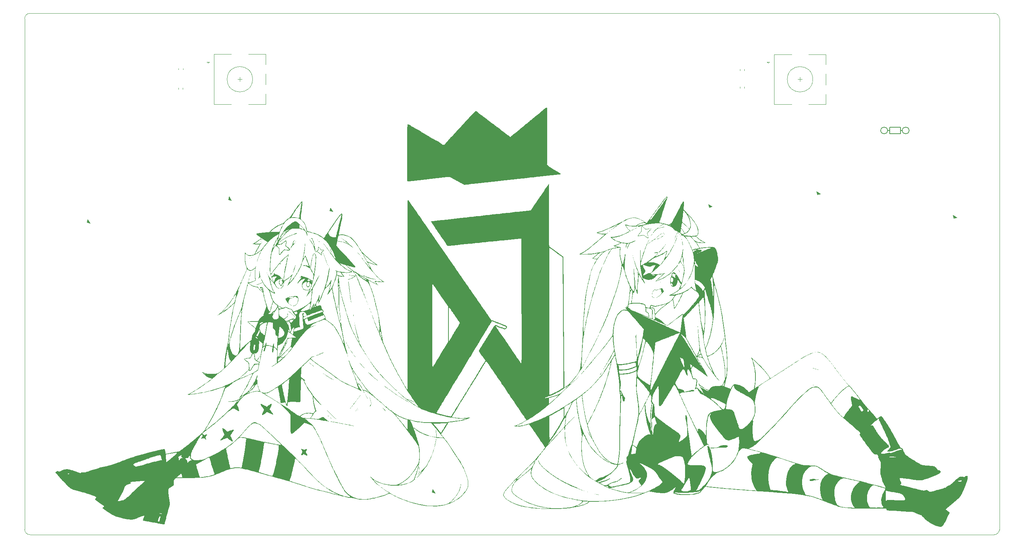
<source format=gbr>
%TF.GenerationSoftware,KiCad,Pcbnew,(6.0.1)*%
%TF.CreationDate,2023-04-04T23:27:15+09:00*%
%TF.ProjectId,MAXCON-zero,4d415843-4f4e-42d7-9a65-726f2e6b6963,rev?*%
%TF.SameCoordinates,Original*%
%TF.FileFunction,Legend,Top*%
%TF.FilePolarity,Positive*%
%FSLAX46Y46*%
G04 Gerber Fmt 4.6, Leading zero omitted, Abs format (unit mm)*
G04 Created by KiCad (PCBNEW (6.0.1)) date 2023-04-04 23:27:15*
%MOMM*%
%LPD*%
G01*
G04 APERTURE LIST*
%TA.AperFunction,Profile*%
%ADD10C,0.100000*%
%TD*%
%ADD11C,0.120000*%
%ADD12C,0.100000*%
%ADD13C,0.127000*%
G04 APERTURE END LIST*
D10*
X22860000Y-29210000D02*
G75*
G03*
X21590000Y-30480000I-66J-1269934D01*
G01*
X251460000Y-30480000D02*
X251460000Y-151280000D01*
X250190000Y-152400000D02*
G75*
G03*
X251460000Y-151280000I0J1280045D01*
G01*
X21590000Y-151130000D02*
G75*
G03*
X22860000Y-152400000I1269999J-1D01*
G01*
X21590000Y-30480000D02*
X21590000Y-151130000D01*
X250190000Y-152400000D02*
X22860000Y-152400000D01*
X251460000Y-30480000D02*
G75*
G03*
X250200000Y-29200000I-1280125J33D01*
G01*
X144780000Y-29210000D02*
X250200000Y-29200000D01*
X128270000Y-29210000D02*
X22860000Y-29210000D01*
X128270000Y-29210000D02*
X144780000Y-29210000D01*
D11*
%TO.C,E2*%
X206450000Y-38911371D02*
X210550000Y-38911371D01*
X210550000Y-38911371D02*
X210550000Y-41311371D01*
X202450000Y-38911371D02*
X198350000Y-38911371D01*
X196950000Y-41011371D02*
X196650000Y-40711371D01*
X202450000Y-50711371D02*
X198350000Y-50711371D01*
X210550000Y-48311371D02*
X210550000Y-50711371D01*
X203950000Y-44811371D02*
X204950000Y-44811371D01*
X210550000Y-43511371D02*
X210550000Y-46111371D01*
X210550000Y-50711371D02*
X206450000Y-50711371D01*
X204450000Y-44311371D02*
X204450000Y-45311371D01*
X198350000Y-38911371D02*
X198350000Y-50711371D01*
X197250000Y-40711371D02*
X196950000Y-41011371D01*
X196650000Y-40711371D02*
X197250000Y-40711371D01*
X207450000Y-44811371D02*
G75*
G03*
X207450000Y-44811371I-3000000J0D01*
G01*
D12*
%TO.C,D4*%
X164347298Y-99072469D02*
X163606352Y-99250354D01*
X163606352Y-99250354D02*
X163428467Y-98509408D01*
X163428467Y-98509408D02*
X164347298Y-99072469D01*
G36*
X164347298Y-99072469D02*
G01*
X163606352Y-99250354D01*
X163428467Y-98509408D01*
X164347298Y-99072469D01*
G37*
X164347298Y-99072469D02*
X163606352Y-99250354D01*
X163428467Y-98509408D01*
X164347298Y-99072469D01*
D11*
%TO.C,C1*%
X57910000Y-42259420D02*
X57910000Y-42540580D01*
X58930000Y-42259420D02*
X58930000Y-42540580D01*
D12*
%TO.C,D6*%
X139318823Y-78847371D02*
X138556823Y-78847371D01*
X138556823Y-78847371D02*
X138556823Y-78085371D01*
X138556823Y-78085371D02*
X139318823Y-78847371D01*
G36*
X139318823Y-78847371D02*
G01*
X138556823Y-78847371D01*
X138556823Y-78085371D01*
X139318823Y-78847371D01*
G37*
X139318823Y-78847371D02*
X138556823Y-78847371D01*
X138556823Y-78085371D01*
X139318823Y-78847371D01*
%TO.C,D5*%
X160071934Y-141235501D02*
X159330988Y-141413386D01*
X159330988Y-141413386D02*
X159153103Y-140672440D01*
X159153103Y-140672440D02*
X160071934Y-141235501D01*
G36*
X160071934Y-141235501D02*
G01*
X159330988Y-141413386D01*
X159153103Y-140672440D01*
X160071934Y-141235501D01*
G37*
X160071934Y-141235501D02*
X159330988Y-141413386D01*
X159153103Y-140672440D01*
X160071934Y-141235501D01*
%TO.C,D11*%
X37046807Y-78784700D02*
X36305861Y-78606814D01*
X36305861Y-78606814D02*
X36483747Y-77865868D01*
X36483747Y-77865868D02*
X37046807Y-78784700D01*
G36*
X37046807Y-78784700D02*
G01*
X36305861Y-78606814D01*
X36483747Y-77865868D01*
X37046807Y-78784700D01*
G37*
X37046807Y-78784700D02*
X36305861Y-78606814D01*
X36483747Y-77865868D01*
X37046807Y-78784700D01*
%TO.C,2023/03/12 by Thunderrgodd*%
G36*
X106370888Y-117179521D02*
G01*
X106448942Y-117224820D01*
X106569088Y-117304103D01*
X106723189Y-117411576D01*
X106903106Y-117541442D01*
X107100704Y-117687904D01*
X107307845Y-117845168D01*
X107516393Y-118007437D01*
X107546414Y-118031154D01*
X107881277Y-118288984D01*
X108260184Y-118568258D01*
X108667297Y-118858104D01*
X109086777Y-119147648D01*
X109502787Y-119426018D01*
X109899487Y-119682342D01*
X110261041Y-119905746D01*
X110378921Y-119975653D01*
X110576382Y-120092564D01*
X110812480Y-120234456D01*
X111063222Y-120386790D01*
X111304619Y-120535030D01*
X111411867Y-120601548D01*
X111608735Y-120723887D01*
X111796554Y-120840137D01*
X111961114Y-120941536D01*
X112088207Y-121019327D01*
X112152392Y-121058098D01*
X112239177Y-121113532D01*
X112285110Y-121150533D01*
X112284876Y-121159920D01*
X112237360Y-121142613D01*
X112143386Y-121096196D01*
X112020170Y-121029365D01*
X111970153Y-121000938D01*
X111797644Y-120899075D01*
X111603456Y-120780506D01*
X111427507Y-120669631D01*
X111415656Y-120661980D01*
X111290661Y-120583644D01*
X111118090Y-120479021D01*
X110914875Y-120358195D01*
X110697945Y-120231250D01*
X110527026Y-120132706D01*
X109992126Y-119813444D01*
X109421455Y-119448288D01*
X108828711Y-119046449D01*
X108227591Y-118617140D01*
X107805598Y-118302508D01*
X107590997Y-118139710D01*
X107345118Y-117953346D01*
X107095770Y-117764484D01*
X106870760Y-117594193D01*
X106833659Y-117566133D01*
X106670552Y-117441581D01*
X106530398Y-117332252D01*
X106422967Y-117245953D01*
X106358026Y-117190493D01*
X106343061Y-117174003D01*
X106370888Y-117179521D01*
G37*
G36*
X187282420Y-121067656D02*
G01*
X187263907Y-121086170D01*
X187245394Y-121067656D01*
X187263907Y-121049143D01*
X187282420Y-121067656D01*
G37*
G36*
X154724014Y-142388599D02*
G01*
X154718931Y-142410611D01*
X154699329Y-142413283D01*
X154668853Y-142399736D01*
X154674645Y-142388599D01*
X154718587Y-142384168D01*
X154724014Y-142388599D01*
G37*
G36*
X77523809Y-82594336D02*
G01*
X77536647Y-82614745D01*
X77563788Y-82635117D01*
X77592187Y-82629297D01*
X77640022Y-82634571D01*
X77647726Y-82659917D01*
X77613649Y-82701012D01*
X77526061Y-82720044D01*
X77439859Y-82716874D01*
X77404206Y-82684045D01*
X77398770Y-82653559D01*
X77417488Y-82591805D01*
X77464896Y-82578881D01*
X77523809Y-82594336D01*
G37*
G36*
X182617114Y-131731213D02*
G01*
X182598601Y-131749726D01*
X182580087Y-131731213D01*
X182598601Y-131712700D01*
X182617114Y-131731213D01*
G37*
G36*
X155921195Y-142728006D02*
G01*
X155902682Y-142746519D01*
X155884169Y-142728006D01*
X155902682Y-142709493D01*
X155921195Y-142728006D01*
G37*
G36*
X100678047Y-86337044D02*
G01*
X100659534Y-86355557D01*
X100641020Y-86337044D01*
X100659534Y-86318531D01*
X100678047Y-86337044D01*
G37*
G36*
X95393438Y-98015617D02*
G01*
X95413470Y-98105390D01*
X95413913Y-98111388D01*
X95413969Y-98209032D01*
X95397860Y-98241282D01*
X95372086Y-98213210D01*
X95338974Y-98127709D01*
X95327908Y-98044294D01*
X95340695Y-97989805D01*
X95356508Y-97981796D01*
X95393438Y-98015617D01*
G37*
G36*
X207361802Y-112997817D02*
G01*
X207460911Y-113019640D01*
X207605120Y-113057265D01*
X207782070Y-113106913D01*
X207979405Y-113164807D01*
X208184768Y-113227167D01*
X208385801Y-113290216D01*
X208570146Y-113350176D01*
X208725448Y-113403269D01*
X208839347Y-113445717D01*
X208899487Y-113473742D01*
X208905743Y-113480348D01*
X208902110Y-113488615D01*
X208885437Y-113490562D01*
X208847069Y-113483836D01*
X208778346Y-113466085D01*
X208670612Y-113434958D01*
X208515210Y-113388101D01*
X208303481Y-113323163D01*
X208128192Y-113269107D01*
X207906732Y-113200708D01*
X207707623Y-113139136D01*
X207542371Y-113087957D01*
X207422486Y-113050734D01*
X207359476Y-113031034D01*
X207354598Y-113029473D01*
X207318150Y-113005509D01*
X207320150Y-112995573D01*
X207361802Y-112997817D01*
G37*
G36*
X74099107Y-87183190D02*
G01*
X74190412Y-87191196D01*
X74232751Y-87205841D01*
X74228699Y-87215740D01*
X74123859Y-87239424D01*
X74000641Y-87208468D01*
X73976296Y-87190436D01*
X74019492Y-87182715D01*
X74099107Y-87183190D01*
G37*
G36*
X74710311Y-87071398D02*
G01*
X74705228Y-87093410D01*
X74685627Y-87096082D01*
X74655150Y-87082535D01*
X74660943Y-87071398D01*
X74704884Y-87066967D01*
X74710311Y-87071398D01*
G37*
G36*
X176939595Y-86494406D02*
G01*
X176944485Y-86570211D01*
X176939595Y-86586971D01*
X176926080Y-86591623D01*
X176920919Y-86540688D01*
X176926738Y-86488125D01*
X176939595Y-86494406D01*
G37*
G36*
X75112408Y-86881075D02*
G01*
X75101297Y-86908618D01*
X75066743Y-86927083D01*
X75023486Y-86938356D01*
X75041232Y-86911233D01*
X75046016Y-86906356D01*
X75094561Y-86877110D01*
X75112408Y-86881075D01*
G37*
G36*
X93013615Y-124177860D02*
G01*
X92995102Y-124196374D01*
X92976589Y-124177860D01*
X92995102Y-124159347D01*
X93013615Y-124177860D01*
G37*
G36*
X222864636Y-145912263D02*
G01*
X222846122Y-145930776D01*
X222827609Y-145912263D01*
X222846122Y-145893750D01*
X222864636Y-145912263D01*
G37*
G36*
X77265121Y-87589765D02*
G01*
X77269553Y-87633707D01*
X77265121Y-87639134D01*
X77243109Y-87634051D01*
X77240437Y-87614449D01*
X77253985Y-87583973D01*
X77265121Y-87589765D01*
G37*
G36*
X169806035Y-121252788D02*
G01*
X169787522Y-121271301D01*
X169769009Y-121252788D01*
X169787522Y-121234274D01*
X169806035Y-121252788D01*
G37*
G36*
X98963107Y-99641035D02*
G01*
X98967521Y-99698902D01*
X98960183Y-99712002D01*
X98943355Y-99700959D01*
X98940737Y-99663405D01*
X98949779Y-99623896D01*
X98963107Y-99641035D01*
G37*
G36*
X179247726Y-133434420D02*
G01*
X179229213Y-133452933D01*
X179210700Y-133434420D01*
X179229213Y-133415907D01*
X179247726Y-133434420D01*
G37*
G36*
X72019738Y-94593895D02*
G01*
X72001224Y-94612409D01*
X71982711Y-94593895D01*
X72001224Y-94575382D01*
X72019738Y-94593895D01*
G37*
G36*
X223457055Y-145912263D02*
G01*
X223438542Y-145930776D01*
X223420029Y-145912263D01*
X223438542Y-145893750D01*
X223457055Y-145912263D01*
G37*
G36*
X68352051Y-127231926D02*
G01*
X68419303Y-127255569D01*
X68491871Y-127292207D01*
X68579755Y-127348846D01*
X68692957Y-127432494D01*
X68841476Y-127550157D01*
X69035313Y-127708842D01*
X69049787Y-127720799D01*
X69189905Y-127832574D01*
X69314134Y-127924271D01*
X69409153Y-127986549D01*
X69461643Y-128010065D01*
X69462198Y-128010076D01*
X69523037Y-127996794D01*
X69632746Y-127961279D01*
X69771945Y-127910033D01*
X69837251Y-127884292D01*
X70054776Y-127800580D01*
X70269335Y-127724802D01*
X70468288Y-127660758D01*
X70638998Y-127612249D01*
X70768824Y-127583074D01*
X70845129Y-127577035D01*
X70852832Y-127578929D01*
X70904595Y-127632368D01*
X70901284Y-127727376D01*
X70844545Y-127857914D01*
X70736024Y-128017945D01*
X70731599Y-128023633D01*
X70582788Y-128219693D01*
X70444274Y-128412395D01*
X70322991Y-128591112D01*
X70225876Y-128745218D01*
X70159862Y-128864086D01*
X70131887Y-128937091D01*
X70131399Y-128943281D01*
X70135422Y-128977773D01*
X70149612Y-129029101D01*
X70177150Y-129104890D01*
X70221219Y-129212764D01*
X70285000Y-129360349D01*
X70371675Y-129555270D01*
X70484425Y-129805152D01*
X70566136Y-129985120D01*
X70645038Y-130167950D01*
X70687418Y-130292800D01*
X70693592Y-130365932D01*
X70663873Y-130393605D01*
X70598576Y-130382082D01*
X70585851Y-130377406D01*
X70518489Y-130341343D01*
X70405238Y-130270023D01*
X70259386Y-130172702D01*
X70094223Y-130058638D01*
X69923038Y-129937087D01*
X69759122Y-129817306D01*
X69615764Y-129708552D01*
X69545590Y-129652806D01*
X69348555Y-129492344D01*
X69212353Y-129551473D01*
X69098737Y-129599999D01*
X68956562Y-129659680D01*
X68872507Y-129694531D01*
X68730773Y-129754548D01*
X68560414Y-129828948D01*
X68409679Y-129896484D01*
X68257216Y-129965834D01*
X68107051Y-130034011D01*
X67992144Y-130086053D01*
X67841230Y-130144649D01*
X67748444Y-130157576D01*
X67713615Y-130124571D01*
X67736568Y-130045370D01*
X67817133Y-129919709D01*
X67852692Y-129872677D01*
X67940505Y-129759880D01*
X68059034Y-129608039D01*
X68193271Y-129436364D01*
X68328209Y-129264061D01*
X68338874Y-129250455D01*
X68455934Y-129099708D01*
X68556286Y-128967780D01*
X68631054Y-128866541D01*
X68671365Y-128807863D01*
X68675428Y-128800295D01*
X68668920Y-128752394D01*
X68639622Y-128648498D01*
X68591672Y-128501592D01*
X68529209Y-128324664D01*
X68490746Y-128220801D01*
X68379788Y-127920310D01*
X68297379Y-127682004D01*
X68242706Y-127500084D01*
X68214956Y-127368752D01*
X68213316Y-127282211D01*
X68236973Y-127234662D01*
X68285113Y-127220308D01*
X68352051Y-127231926D01*
G37*
G36*
X176940366Y-86755903D02*
G01*
X176944780Y-86813771D01*
X176937443Y-86826870D01*
X176920614Y-86815828D01*
X176917996Y-86778273D01*
X176927039Y-86738765D01*
X176940366Y-86755903D01*
G37*
G36*
X114674305Y-136378006D02*
G01*
X114687208Y-136435259D01*
X114696284Y-136553503D01*
X114700982Y-136719746D01*
X114700748Y-136921000D01*
X114699807Y-136977675D01*
X114693739Y-137203114D01*
X114684965Y-137365784D01*
X114672211Y-137476957D01*
X114654206Y-137547902D01*
X114630813Y-137588608D01*
X114590979Y-137655563D01*
X114587259Y-137695523D01*
X114571452Y-137730345D01*
X114545402Y-137735635D01*
X114495340Y-137728753D01*
X114488834Y-137722791D01*
X114504130Y-137683899D01*
X114523624Y-137645653D01*
X114556865Y-137564571D01*
X114586973Y-137461558D01*
X114605122Y-137370286D01*
X114605986Y-137331432D01*
X114626077Y-137303770D01*
X114628577Y-137303662D01*
X114641272Y-137270396D01*
X114646111Y-137184561D01*
X114644146Y-137067104D01*
X114636425Y-136938971D01*
X114624001Y-136821109D01*
X114607923Y-136734464D01*
X114598765Y-136709247D01*
X114589336Y-136631624D01*
X114601929Y-136598169D01*
X114627133Y-136523161D01*
X114636939Y-136433546D01*
X114642672Y-136363728D01*
X114660977Y-136360302D01*
X114674305Y-136378006D01*
G37*
G36*
X152278069Y-115036991D02*
G01*
X152237085Y-115087919D01*
X152181445Y-115142678D01*
X152151555Y-115161971D01*
X152159073Y-115138846D01*
X152200058Y-115087919D01*
X152255698Y-115033159D01*
X152285588Y-115013866D01*
X152278069Y-115036991D01*
G37*
G36*
X86645102Y-103480193D02*
G01*
X86626589Y-103498706D01*
X86608076Y-103480193D01*
X86626589Y-103461680D01*
X86645102Y-103480193D01*
G37*
G36*
X157395900Y-143061273D02*
G01*
X157457784Y-143079756D01*
X157495114Y-143102471D01*
X157471662Y-143109120D01*
X157398939Y-143099703D01*
X157309679Y-143079756D01*
X157239846Y-143060358D01*
X157238776Y-143052107D01*
X157291166Y-143049712D01*
X157395900Y-143061273D01*
G37*
G36*
X84645685Y-77228589D02*
G01*
X84627172Y-77247102D01*
X84608659Y-77228589D01*
X84627172Y-77210076D01*
X84645685Y-77228589D01*
G37*
G36*
X153391069Y-141981310D02*
G01*
X153385986Y-142003322D01*
X153366385Y-142005995D01*
X153335908Y-141992447D01*
X153341701Y-141981310D01*
X153385642Y-141976879D01*
X153391069Y-141981310D01*
G37*
G36*
X176742685Y-88535321D02*
G01*
X176744534Y-88536851D01*
X176786025Y-88584121D01*
X176787853Y-88605615D01*
X176790759Y-88647017D01*
X176821873Y-88723853D01*
X176826154Y-88732289D01*
X176862378Y-88848479D01*
X176867629Y-88959008D01*
X176855480Y-89028216D01*
X176845019Y-89043412D01*
X176843901Y-89039960D01*
X176831872Y-88978956D01*
X176817049Y-88892548D01*
X176795256Y-88807967D01*
X176769206Y-88762956D01*
X176741983Y-88716937D01*
X176714566Y-88629352D01*
X176711265Y-88614884D01*
X176696264Y-88532906D01*
X176705007Y-88510443D01*
X176742685Y-88535321D01*
G37*
G36*
X153650253Y-142055363D02*
G01*
X153645170Y-142077375D01*
X153625569Y-142080047D01*
X153595092Y-142066500D01*
X153600884Y-142055363D01*
X153644826Y-142050932D01*
X153650253Y-142055363D01*
G37*
G36*
X74796706Y-87040543D02*
G01*
X74778192Y-87059056D01*
X74759679Y-87040543D01*
X74778192Y-87022030D01*
X74796706Y-87040543D01*
G37*
G36*
X181348194Y-85259426D02*
G01*
X181337151Y-85276255D01*
X181299597Y-85278873D01*
X181260088Y-85269831D01*
X181277227Y-85256503D01*
X181335094Y-85252089D01*
X181348194Y-85259426D01*
G37*
G36*
X95383294Y-97407890D02*
G01*
X95364781Y-97426403D01*
X95346268Y-97407890D01*
X95364781Y-97389377D01*
X95383294Y-97407890D01*
G37*
G36*
X222494373Y-145986315D02*
G01*
X222475860Y-146004828D01*
X222457347Y-145986315D01*
X222475860Y-145967802D01*
X222494373Y-145986315D01*
G37*
G36*
X77277464Y-82967656D02*
G01*
X77258950Y-82986170D01*
X77240437Y-82967656D01*
X77258950Y-82949143D01*
X77277464Y-82967656D01*
G37*
G36*
X99113011Y-100369989D02*
G01*
X99145716Y-100427758D01*
X99169063Y-100511027D01*
X99178419Y-100591851D01*
X99169153Y-100642282D01*
X99159045Y-100647686D01*
X99128181Y-100617089D01*
X99122439Y-100582890D01*
X99113142Y-100496085D01*
X99098889Y-100425528D01*
X99090961Y-100364851D01*
X99113011Y-100369989D01*
G37*
G36*
X154094568Y-142203468D02*
G01*
X154089485Y-142225480D01*
X154069883Y-142228152D01*
X154039407Y-142214605D01*
X154045199Y-142203468D01*
X154089141Y-142199037D01*
X154094568Y-142203468D01*
G37*
G36*
X223720901Y-145918680D02*
G01*
X223740921Y-145944334D01*
X223709332Y-145978677D01*
X223654526Y-145991655D01*
X223588199Y-145980454D01*
X223568160Y-145954629D01*
X223599761Y-145920129D01*
X223654555Y-145907307D01*
X223720901Y-145918680D01*
G37*
G36*
X75414535Y-86712710D02*
G01*
X75407638Y-86725820D01*
X75372752Y-86761180D01*
X75366242Y-86762846D01*
X75363716Y-86738929D01*
X75370612Y-86725820D01*
X75405499Y-86690459D01*
X75412009Y-86688793D01*
X75414535Y-86712710D01*
G37*
G36*
X178803411Y-134248997D02*
G01*
X178784898Y-134267511D01*
X178766385Y-134248997D01*
X178784898Y-134230484D01*
X178803411Y-134248997D01*
G37*
G36*
X158068717Y-143209347D02*
G01*
X158050204Y-143227860D01*
X158031691Y-143209347D01*
X158050204Y-143190834D01*
X158068717Y-143209347D01*
G37*
G36*
X98641604Y-97481942D02*
G01*
X98623090Y-97500455D01*
X98604577Y-97481942D01*
X98623090Y-97463429D01*
X98641604Y-97481942D01*
G37*
G36*
X74117891Y-120617170D02*
G01*
X74112809Y-120639183D01*
X74093207Y-120641855D01*
X74062730Y-120628307D01*
X74068523Y-120617170D01*
X74112464Y-120612739D01*
X74117891Y-120617170D01*
G37*
G36*
X179347072Y-85422959D02*
G01*
X179351486Y-85480826D01*
X179344148Y-85493926D01*
X179327320Y-85482883D01*
X179324702Y-85445329D01*
X179333744Y-85405821D01*
X179347072Y-85422959D01*
G37*
G36*
X93810977Y-123863686D02*
G01*
X94029904Y-124076868D01*
X94242987Y-124281657D01*
X94441591Y-124469955D01*
X94617079Y-124633663D01*
X94760815Y-124764682D01*
X94864164Y-124854914D01*
X94892697Y-124878113D01*
X95018592Y-124977975D01*
X95092386Y-125040988D01*
X95121574Y-125074263D01*
X95113649Y-125084908D01*
X95110765Y-125085003D01*
X95075033Y-125066106D01*
X94999627Y-125018185D01*
X94954248Y-124987845D01*
X94801422Y-124872549D01*
X94610492Y-124707882D01*
X94379566Y-124492046D01*
X94106749Y-124223245D01*
X93790150Y-123899679D01*
X93606919Y-123708485D01*
X92960672Y-123030047D01*
X93810977Y-123863686D01*
G37*
G36*
X153847726Y-142135586D02*
G01*
X153829213Y-142154100D01*
X153810700Y-142135586D01*
X153829213Y-142117073D01*
X153847726Y-142135586D01*
G37*
G36*
X102492332Y-97778152D02*
G01*
X102473819Y-97796665D01*
X102455306Y-97778152D01*
X102473819Y-97759639D01*
X102492332Y-97778152D01*
G37*
G36*
X176952099Y-86670280D02*
G01*
X176933586Y-86688793D01*
X176915073Y-86670280D01*
X176933586Y-86651767D01*
X176952099Y-86670280D01*
G37*
G36*
X100344811Y-111403808D02*
G01*
X100326297Y-111422321D01*
X100307784Y-111403808D01*
X100326297Y-111385295D01*
X100344811Y-111403808D01*
G37*
G36*
X99958138Y-122740059D02*
G01*
X99951649Y-122768940D01*
X99921771Y-122821057D01*
X99902451Y-122812327D01*
X99900496Y-122791562D01*
X99927387Y-122741353D01*
X99937098Y-122734099D01*
X99958138Y-122740059D01*
G37*
G36*
X96236406Y-82267742D02*
G01*
X96302946Y-82298079D01*
X96374298Y-82342161D01*
X96497425Y-82426428D01*
X96665437Y-82545878D01*
X96871443Y-82695510D01*
X97108550Y-82870321D01*
X97369867Y-83065310D01*
X97623382Y-83256438D01*
X97713384Y-83327566D01*
X97819525Y-83417342D01*
X97945803Y-83529579D01*
X98096220Y-83668086D01*
X98274773Y-83836677D01*
X98485464Y-84039161D01*
X98732290Y-84279350D01*
X99019253Y-84561056D01*
X99350351Y-84888090D01*
X99710877Y-85245678D01*
X99888276Y-85425023D01*
X100059795Y-85604127D01*
X100218668Y-85775312D01*
X100358126Y-85930898D01*
X100471401Y-86063206D01*
X100551726Y-86164556D01*
X100592333Y-86227270D01*
X100591131Y-86244479D01*
X100561594Y-86218051D01*
X100493988Y-86145973D01*
X100398163Y-86039048D01*
X100283971Y-85908082D01*
X100276282Y-85899150D01*
X100121147Y-85725959D01*
X99929249Y-85522917D01*
X99711401Y-85300489D01*
X99478415Y-85069138D01*
X99241102Y-84839328D01*
X99010275Y-84621524D01*
X98796746Y-84426188D01*
X98611327Y-84263785D01*
X98464830Y-84144779D01*
X98458797Y-84140212D01*
X98128494Y-83911338D01*
X97785146Y-83715701D01*
X97413254Y-83546174D01*
X96997319Y-83395631D01*
X96560347Y-83267208D01*
X96392840Y-83227987D01*
X96187974Y-83188520D01*
X95968210Y-83152267D01*
X95756009Y-83122687D01*
X95573835Y-83103237D01*
X95456621Y-83097248D01*
X95430575Y-83077699D01*
X95434459Y-83067301D01*
X95484480Y-83049517D01*
X95594091Y-83046851D01*
X95750833Y-83057306D01*
X95942249Y-83078891D01*
X96155880Y-83109609D01*
X96379267Y-83147468D01*
X96599953Y-83190472D01*
X96805478Y-83236628D01*
X96983384Y-83283941D01*
X97121214Y-83330417D01*
X97147637Y-83341532D01*
X97232889Y-83376624D01*
X97285881Y-83393250D01*
X97288516Y-83393458D01*
X97335769Y-83407647D01*
X97425724Y-83443267D01*
X97534231Y-83489900D01*
X97637140Y-83537125D01*
X97710301Y-83574525D01*
X97715948Y-83577865D01*
X97778624Y-83613560D01*
X97880225Y-83669126D01*
X97956618Y-83710083D01*
X98141749Y-83808524D01*
X97993644Y-83654389D01*
X97897483Y-83564445D01*
X97762315Y-83450956D01*
X97610285Y-83332145D01*
X97530816Y-83273517D01*
X97359503Y-83147722D01*
X97161979Y-82999052D01*
X96969593Y-82851225D01*
X96882857Y-82783249D01*
X96728509Y-82663890D01*
X96575084Y-82549859D01*
X96443378Y-82456386D01*
X96373813Y-82410451D01*
X96273366Y-82342164D01*
X96213835Y-82290626D01*
X96199941Y-82263322D01*
X96236406Y-82267742D01*
G37*
G36*
X98359533Y-95590963D02*
G01*
X98378633Y-95662787D01*
X98382420Y-95730224D01*
X98389359Y-95859870D01*
X98407003Y-96015005D01*
X98419018Y-96091229D01*
X98438489Y-96209028D01*
X98464474Y-96377719D01*
X98493586Y-96574809D01*
X98522436Y-96777802D01*
X98522525Y-96778444D01*
X98549385Y-96991588D01*
X98565417Y-97160178D01*
X98571390Y-97279988D01*
X98568068Y-97346790D01*
X98556219Y-97356357D01*
X98536609Y-97304463D01*
X98510004Y-97186880D01*
X98479654Y-97014854D01*
X98448867Y-96829727D01*
X98418450Y-96656382D01*
X98392355Y-96516846D01*
X98377441Y-96445207D01*
X98356091Y-96330482D01*
X98335382Y-96181940D01*
X98317168Y-96019179D01*
X98303304Y-95861794D01*
X98295643Y-95729382D01*
X98296041Y-95641538D01*
X98299483Y-95621374D01*
X98330730Y-95573984D01*
X98359533Y-95590963D01*
G37*
G36*
X102126590Y-96920069D02*
G01*
X102151120Y-96981423D01*
X102148551Y-97004975D01*
X102123295Y-96991774D01*
X102108131Y-96962143D01*
X102087153Y-96891837D01*
X102095766Y-96877810D01*
X102126590Y-96920069D01*
G37*
G36*
X154464830Y-142314547D02*
G01*
X154459747Y-142336559D01*
X154440146Y-142339231D01*
X154409669Y-142325683D01*
X154415462Y-142314547D01*
X154459403Y-142310115D01*
X154464830Y-142314547D01*
G37*
G36*
X176536322Y-82578571D02*
G01*
X176565280Y-82651873D01*
X176578471Y-82693326D01*
X176603164Y-82789608D01*
X176611213Y-82851312D01*
X176608848Y-82860421D01*
X176590325Y-82838374D01*
X176561367Y-82765072D01*
X176548177Y-82723620D01*
X176523483Y-82627337D01*
X176515435Y-82565633D01*
X176517799Y-82556524D01*
X176536322Y-82578571D01*
G37*
G36*
X154575909Y-142351573D02*
G01*
X154570826Y-142373585D01*
X154551224Y-142376257D01*
X154520748Y-142362710D01*
X154526540Y-142351573D01*
X154570482Y-142347141D01*
X154575909Y-142351573D01*
G37*
G36*
X223969778Y-145923242D02*
G01*
X223975423Y-145936947D01*
X223947371Y-145967210D01*
X223940582Y-145967802D01*
X223889691Y-145941276D01*
X223886671Y-145936947D01*
X223897998Y-145909901D01*
X223921512Y-145906092D01*
X223969778Y-145923242D01*
G37*
G36*
X95494373Y-98962992D02*
G01*
X95475860Y-98981505D01*
X95457347Y-98962992D01*
X95475860Y-98944479D01*
X95494373Y-98962992D01*
G37*
G36*
X77339896Y-83042651D02*
G01*
X77319213Y-83069479D01*
X77265169Y-83127042D01*
X77241045Y-83126792D01*
X77240437Y-83120295D01*
X77265740Y-83089388D01*
X77305233Y-83055499D01*
X77349091Y-83023477D01*
X77339896Y-83042651D01*
G37*
G36*
X98666288Y-97846033D02*
G01*
X98670719Y-97889975D01*
X98666288Y-97895402D01*
X98644276Y-97890319D01*
X98641604Y-97870718D01*
X98655151Y-97840241D01*
X98666288Y-97846033D01*
G37*
G36*
X183098455Y-131620135D02*
G01*
X183079942Y-131638648D01*
X183061429Y-131620135D01*
X183079942Y-131601621D01*
X183098455Y-131620135D01*
G37*
G36*
X170901827Y-85758820D02*
G01*
X170857383Y-85798307D01*
X170799746Y-85821091D01*
X170710006Y-85830829D01*
X170569250Y-85831175D01*
X170531565Y-85830400D01*
X170334250Y-85823860D01*
X170114493Y-85813479D01*
X169935627Y-85802550D01*
X169639417Y-85781489D01*
X169861574Y-85754469D01*
X169990851Y-85741411D01*
X170168533Y-85727014D01*
X170369045Y-85713217D01*
X170528047Y-85703949D01*
X170972362Y-85680450D01*
X170901827Y-85758820D01*
G37*
G36*
X172126346Y-121320669D02*
G01*
X172130777Y-121364611D01*
X172126346Y-121370037D01*
X172104334Y-121364955D01*
X172101662Y-121345353D01*
X172115209Y-121314876D01*
X172126346Y-121320669D01*
G37*
G36*
X222420321Y-145986315D02*
G01*
X222401808Y-146004828D01*
X222383294Y-145986315D01*
X222401808Y-145967802D01*
X222420321Y-145986315D01*
G37*
G36*
X165017917Y-86422667D02*
G01*
X165022331Y-86480535D01*
X165014994Y-86493634D01*
X164998165Y-86482592D01*
X164995547Y-86445037D01*
X165004590Y-86405529D01*
X165017917Y-86422667D01*
G37*
G36*
X102788542Y-141061825D02*
G01*
X102770029Y-141080339D01*
X102751516Y-141061825D01*
X102770029Y-141043312D01*
X102788542Y-141061825D01*
G37*
G36*
X176122773Y-93175914D02*
G01*
X176089506Y-93264219D01*
X176046289Y-93363357D01*
X176003820Y-93449262D01*
X175972801Y-93497867D01*
X175966826Y-93501621D01*
X175952391Y-93487857D01*
X175965976Y-93443007D01*
X175999932Y-93364632D01*
X176044055Y-93273101D01*
X176088142Y-93188782D01*
X176121992Y-93132044D01*
X176135389Y-93122506D01*
X176122773Y-93175914D01*
G37*
G36*
X100900204Y-119253371D02*
G01*
X100881691Y-119271884D01*
X100863178Y-119253371D01*
X100881691Y-119234858D01*
X100900204Y-119253371D01*
G37*
G36*
X187019736Y-131256627D02*
G01*
X187133096Y-131264776D01*
X187211371Y-131279006D01*
X187267538Y-131300539D01*
X187293075Y-131315522D01*
X187373183Y-131394235D01*
X187384924Y-131485645D01*
X187328414Y-131596879D01*
X187298230Y-131635107D01*
X187243291Y-131692857D01*
X187180482Y-131738899D01*
X187101142Y-131774562D01*
X186996613Y-131801173D01*
X186858234Y-131820058D01*
X186677346Y-131832544D01*
X186445290Y-131839959D01*
X186153404Y-131843629D01*
X185930962Y-131844626D01*
X185648003Y-131847031D01*
X185368577Y-131852445D01*
X185107755Y-131860350D01*
X184880608Y-131870227D01*
X184702207Y-131881559D01*
X184616531Y-131889818D01*
X184312758Y-131926580D01*
X184073380Y-131955026D01*
X183889286Y-131975816D01*
X183751362Y-131989612D01*
X183650498Y-131997074D01*
X183577582Y-131998864D01*
X183523502Y-131995643D01*
X183479147Y-131988072D01*
X183435404Y-131976812D01*
X183431691Y-131975780D01*
X183356210Y-131929038D01*
X183339125Y-131879256D01*
X183342742Y-131854134D01*
X183360282Y-131836005D01*
X183401779Y-131823947D01*
X183477267Y-131817036D01*
X183596779Y-131814348D01*
X183770351Y-131814959D01*
X184005598Y-131817913D01*
X184311968Y-131819123D01*
X184558114Y-131811482D01*
X184757587Y-131792559D01*
X184923935Y-131759925D01*
X185070710Y-131711151D01*
X185211460Y-131643807D01*
X185315813Y-131582989D01*
X185460232Y-131504138D01*
X185636592Y-131421953D01*
X185801370Y-131356236D01*
X185917944Y-131317104D01*
X186022333Y-131289681D01*
X186132284Y-131271784D01*
X186265543Y-131261235D01*
X186439857Y-131255851D01*
X186635859Y-131253691D01*
X186858316Y-131253339D01*
X187019736Y-131256627D01*
G37*
G36*
X222568426Y-145912263D02*
G01*
X222549913Y-145930776D01*
X222531399Y-145912263D01*
X222549913Y-145893750D01*
X222568426Y-145912263D01*
G37*
G36*
X77117626Y-103047449D02*
G01*
X77122040Y-103105316D01*
X77114702Y-103118416D01*
X77097874Y-103107373D01*
X77095255Y-103069819D01*
X77104298Y-103030310D01*
X77117626Y-103047449D01*
G37*
G36*
X76975155Y-90163407D02*
G01*
X76981254Y-90208973D01*
X76987137Y-90270978D01*
X77003359Y-90391325D01*
X77027777Y-90555366D01*
X77058247Y-90748450D01*
X77076130Y-90857623D01*
X77171006Y-91429532D01*
X76977306Y-91632486D01*
X76851668Y-91757346D01*
X76767597Y-91825347D01*
X76726339Y-91835566D01*
X76722070Y-91821591D01*
X76738631Y-91784375D01*
X76781353Y-91702907D01*
X76822824Y-91627473D01*
X76858877Y-91560738D01*
X76885065Y-91500352D01*
X76902918Y-91433319D01*
X76913964Y-91346641D01*
X76919734Y-91227319D01*
X76921758Y-91062355D01*
X76921564Y-90838753D01*
X76921406Y-90789719D01*
X76922362Y-90578345D01*
X76926348Y-90395188D01*
X76932849Y-90252009D01*
X76941349Y-90160570D01*
X76950244Y-90132234D01*
X76975155Y-90163407D01*
G37*
G36*
X137840049Y-139056238D02*
G01*
X137844480Y-139100179D01*
X137840049Y-139105606D01*
X137818037Y-139100523D01*
X137815364Y-139080922D01*
X137828912Y-139050445D01*
X137840049Y-139056238D01*
G37*
G36*
X171583294Y-92677977D02*
G01*
X171557768Y-92730276D01*
X171527755Y-92761097D01*
X171483071Y-92783317D01*
X171472216Y-92770164D01*
X171497742Y-92717864D01*
X171527755Y-92687044D01*
X171572440Y-92664823D01*
X171583294Y-92677977D01*
G37*
G36*
X153502148Y-142018337D02*
G01*
X153497065Y-142040349D01*
X153477464Y-142043021D01*
X153446987Y-142029474D01*
X153452779Y-142018337D01*
X153496721Y-142013905D01*
X153502148Y-142018337D01*
G37*
G36*
X97456482Y-106964515D02*
G01*
X97461358Y-106969299D01*
X97490605Y-107017844D01*
X97486639Y-107035692D01*
X97459096Y-107024580D01*
X97440631Y-106990026D01*
X97429358Y-106946769D01*
X97456482Y-106964515D01*
G37*
G36*
X144773095Y-51500006D02*
G01*
X144837949Y-51574721D01*
X144854274Y-51690742D01*
X144853503Y-51738032D01*
X144852667Y-51855525D01*
X144851776Y-52039374D01*
X144850837Y-52285731D01*
X144849860Y-52590747D01*
X144848853Y-52950574D01*
X144847825Y-53361364D01*
X144846784Y-53819267D01*
X144845739Y-54320437D01*
X144844699Y-54861025D01*
X144843672Y-55437181D01*
X144842667Y-56045059D01*
X144841693Y-56680810D01*
X144840758Y-57340585D01*
X144839871Y-58020536D01*
X144839653Y-58197102D01*
X144838632Y-58883139D01*
X144837280Y-59550892D01*
X144835620Y-60196444D01*
X144833675Y-60815877D01*
X144831470Y-61405270D01*
X144829029Y-61960707D01*
X144826375Y-62478268D01*
X144823532Y-62954035D01*
X144820524Y-63384089D01*
X144817375Y-63764512D01*
X144814109Y-64091385D01*
X144810749Y-64360789D01*
X144807320Y-64568806D01*
X144803845Y-64711517D01*
X144800348Y-64785005D01*
X144799535Y-64791747D01*
X144767234Y-64980852D01*
X144981149Y-65134033D01*
X145094710Y-65222309D01*
X145186228Y-65306076D01*
X145235608Y-65366784D01*
X145296596Y-65440314D01*
X145386617Y-65505894D01*
X145387230Y-65506225D01*
X145465947Y-65550897D01*
X145588293Y-65622884D01*
X145734836Y-65710677D01*
X145831545Y-65769355D01*
X145976460Y-65857668D01*
X146102537Y-65934361D01*
X146193308Y-65989423D01*
X146226860Y-66009639D01*
X146359184Y-66088836D01*
X146522208Y-66186931D01*
X146725205Y-66309521D01*
X146977451Y-66462204D01*
X147127464Y-66553108D01*
X147319786Y-66669080D01*
X147506229Y-66780426D01*
X147670442Y-66877455D01*
X147796078Y-66950482D01*
X147839750Y-66975206D01*
X147982341Y-67066436D01*
X148053816Y-67142352D01*
X148055231Y-67204214D01*
X148043743Y-67218666D01*
X148030273Y-67227630D01*
X148004006Y-67236565D01*
X147958433Y-67246254D01*
X147887047Y-67257481D01*
X147783341Y-67271029D01*
X147640808Y-67287681D01*
X147452940Y-67308220D01*
X147213229Y-67333429D01*
X146915170Y-67364093D01*
X146552253Y-67400993D01*
X146405452Y-67415856D01*
X146138414Y-67443353D01*
X145881783Y-67470663D01*
X145649342Y-67496252D01*
X145454871Y-67518587D01*
X145312154Y-67536132D01*
X145257638Y-67543641D01*
X145126340Y-67560644D01*
X144944776Y-67580606D01*
X144736539Y-67601086D01*
X144525218Y-67619641D01*
X144517114Y-67620302D01*
X144282123Y-67641458D01*
X144007292Y-67669382D01*
X143726111Y-67700511D01*
X143472067Y-67731281D01*
X143461866Y-67732593D01*
X143255362Y-67758204D01*
X142995596Y-67788843D01*
X142702993Y-67822194D01*
X142397978Y-67855939D01*
X142100977Y-67887761D01*
X142017843Y-67896445D01*
X141544860Y-67945836D01*
X141138032Y-67989033D01*
X140789795Y-68026897D01*
X140492588Y-68060290D01*
X140238849Y-68090071D01*
X140021015Y-68117104D01*
X139831525Y-68142248D01*
X139715144Y-68158686D01*
X139560304Y-68179036D01*
X139349938Y-68203684D01*
X139102306Y-68230651D01*
X138835668Y-68257959D01*
X138568283Y-68283627D01*
X138530304Y-68287117D01*
X138274658Y-68311026D01*
X138026746Y-68335246D01*
X137802147Y-68358178D01*
X137616437Y-68378222D01*
X137485196Y-68393778D01*
X137463615Y-68396655D01*
X137330287Y-68413699D01*
X137145226Y-68435493D01*
X136930395Y-68459535D01*
X136707757Y-68483325D01*
X136649038Y-68489393D01*
X136440608Y-68510838D01*
X136246126Y-68530996D01*
X136083291Y-68548023D01*
X135969803Y-68560072D01*
X135943629Y-68562926D01*
X135574707Y-68603717D01*
X135269024Y-68637402D01*
X135016228Y-68665108D01*
X134805964Y-68687963D01*
X134627879Y-68707095D01*
X134471619Y-68723631D01*
X134390437Y-68732110D01*
X134199304Y-68752277D01*
X133966503Y-68777282D01*
X133723954Y-68803677D01*
X133538834Y-68824090D01*
X133307660Y-68849583D01*
X133037011Y-68879126D01*
X132761059Y-68909005D01*
X132520612Y-68934796D01*
X132266437Y-68963269D01*
X131979012Y-68997663D01*
X131694834Y-69033502D01*
X131465364Y-69064218D01*
X131267106Y-69089832D01*
X131015619Y-69119278D01*
X130731476Y-69150322D01*
X130435252Y-69180730D01*
X130147521Y-69208267D01*
X130095394Y-69213000D01*
X129849600Y-69235534D01*
X129626750Y-69256782D01*
X129438033Y-69275610D01*
X129294641Y-69290887D01*
X129207763Y-69301479D01*
X129188251Y-69304861D01*
X129135691Y-69313207D01*
X129021576Y-69327550D01*
X128858037Y-69346492D01*
X128657201Y-69368634D01*
X128431196Y-69392579D01*
X128392187Y-69396621D01*
X127922152Y-69445847D01*
X127439438Y-69497656D01*
X126962701Y-69549988D01*
X126510598Y-69600778D01*
X126101784Y-69647966D01*
X125874402Y-69674970D01*
X125692215Y-69696032D01*
X125529445Y-69713253D01*
X125404440Y-69724794D01*
X125337522Y-69728820D01*
X125270570Y-69712166D01*
X125154511Y-69666434D01*
X125005032Y-69598397D01*
X124837822Y-69514828D01*
X124819155Y-69505048D01*
X124560726Y-69368490D01*
X124331006Y-69245717D01*
X124113536Y-69127669D01*
X123891856Y-69005288D01*
X123649506Y-68869514D01*
X123370028Y-68711289D01*
X123166501Y-68595442D01*
X122965288Y-68481207D01*
X122786473Y-68380567D01*
X122639796Y-68298930D01*
X122534994Y-68241704D01*
X122481806Y-68214298D01*
X122477387Y-68212700D01*
X122438948Y-68196082D01*
X122352441Y-68151926D01*
X122234464Y-68088780D01*
X122197583Y-68068603D01*
X122073786Y-68004080D01*
X121976133Y-67959773D01*
X121921201Y-67942988D01*
X121915597Y-67944343D01*
X121872470Y-67944809D01*
X121781249Y-67925583D01*
X121690550Y-67899635D01*
X121553951Y-67863457D01*
X121436211Y-67853654D01*
X121297444Y-67867980D01*
X121254653Y-67875093D01*
X121100098Y-67899757D01*
X120897656Y-67928903D01*
X120660106Y-67960993D01*
X120400225Y-67994490D01*
X120130792Y-68027856D01*
X119864584Y-68059555D01*
X119614380Y-68088049D01*
X119392958Y-68111801D01*
X119213096Y-68129273D01*
X119087571Y-68138929D01*
X119049853Y-68140340D01*
X118928742Y-68146844D01*
X118758051Y-68163241D01*
X118561202Y-68186994D01*
X118376589Y-68213248D01*
X118180899Y-68241416D01*
X117935237Y-68273844D01*
X117663333Y-68307562D01*
X117388912Y-68339600D01*
X117210262Y-68359201D01*
X116852241Y-68397340D01*
X116557962Y-68428982D01*
X116317515Y-68455283D01*
X116120987Y-68477399D01*
X115958464Y-68496486D01*
X115820036Y-68513698D01*
X115695789Y-68530192D01*
X115575810Y-68547124D01*
X115488542Y-68559931D01*
X115328271Y-68581739D01*
X115116286Y-68607724D01*
X114874622Y-68635332D01*
X114625312Y-68662012D01*
X114488834Y-68675766D01*
X114238786Y-68701155D01*
X113977940Y-68729086D01*
X113730325Y-68756891D01*
X113519970Y-68781905D01*
X113433586Y-68792884D01*
X113080779Y-68836195D01*
X112761275Y-68869384D01*
X112483136Y-68891903D01*
X112254423Y-68903203D01*
X112083195Y-68902736D01*
X111983625Y-68891503D01*
X111841458Y-68857882D01*
X111832101Y-62189908D01*
X111830781Y-61351677D01*
X111829378Y-60584436D01*
X111828039Y-59885121D01*
X111826915Y-59250671D01*
X111826153Y-58678022D01*
X111825905Y-58164112D01*
X111826318Y-57705879D01*
X111827543Y-57300259D01*
X111829727Y-56944190D01*
X111833021Y-56634609D01*
X111837574Y-56368454D01*
X111843535Y-56142661D01*
X111851053Y-55954170D01*
X111860277Y-55799916D01*
X111871357Y-55676837D01*
X111884442Y-55581870D01*
X111899681Y-55511954D01*
X111917223Y-55464024D01*
X111937218Y-55435019D01*
X111959814Y-55421876D01*
X111985161Y-55421532D01*
X112013409Y-55430924D01*
X112044706Y-55446991D01*
X112079201Y-55466669D01*
X112117045Y-55486895D01*
X112157839Y-55504412D01*
X112302009Y-55566075D01*
X112470208Y-55652272D01*
X112626244Y-55744443D01*
X112627529Y-55745273D01*
X112751076Y-55822171D01*
X112920405Y-55923466D01*
X113116387Y-56037910D01*
X113319892Y-56154258D01*
X113396560Y-56197381D01*
X113700636Y-56369362D01*
X114023600Y-56555256D01*
X114348860Y-56745294D01*
X114659825Y-56929707D01*
X114939902Y-57098726D01*
X115172499Y-57242580D01*
X115183776Y-57249689D01*
X115363315Y-57362833D01*
X115495952Y-57445611D01*
X115597358Y-57507265D01*
X115683199Y-57557038D01*
X115769145Y-57604172D01*
X115870864Y-57657911D01*
X115914344Y-57680644D01*
X116045875Y-57751961D01*
X116156696Y-57816748D01*
X116225870Y-57862674D01*
X116231983Y-57867720D01*
X116290924Y-57909868D01*
X116317091Y-57919406D01*
X116358938Y-57938527D01*
X116444276Y-57988899D01*
X116555429Y-58060033D01*
X116566721Y-58067511D01*
X116677976Y-58139880D01*
X116763468Y-58192637D01*
X116806293Y-58215390D01*
X116807624Y-58215616D01*
X116844851Y-58234907D01*
X116926032Y-58285690D01*
X117034219Y-58357331D01*
X117043644Y-58363721D01*
X117153602Y-58436629D01*
X117238296Y-58489507D01*
X117280603Y-58511695D01*
X117281631Y-58511825D01*
X117320514Y-58529825D01*
X117405373Y-58577464D01*
X117519343Y-58645206D01*
X117543499Y-58659930D01*
X117662883Y-58730707D01*
X117758354Y-58783072D01*
X117812163Y-58807383D01*
X117816107Y-58808035D01*
X117860127Y-58826857D01*
X117947833Y-58876501D01*
X118061278Y-58946737D01*
X118075888Y-58956140D01*
X118190940Y-59028134D01*
X118282094Y-59080805D01*
X118331559Y-59103939D01*
X118333893Y-59104245D01*
X118377239Y-59121948D01*
X118466690Y-59168957D01*
X118585068Y-59236121D01*
X118619597Y-59256427D01*
X118789363Y-59356793D01*
X118979604Y-59468934D01*
X119135627Y-59560642D01*
X119470842Y-59764641D01*
X119838847Y-60003135D01*
X120047665Y-60143640D01*
X120198985Y-60242826D01*
X120309694Y-60296735D01*
X120399277Y-60303356D01*
X120487219Y-60260680D01*
X120593007Y-60166695D01*
X120679272Y-60078487D01*
X120823445Y-59925184D01*
X120982088Y-59751001D01*
X121124380Y-59589858D01*
X121143979Y-59567073D01*
X121272749Y-59419330D01*
X121412229Y-59263506D01*
X121535895Y-59129163D01*
X121555907Y-59107988D01*
X121647410Y-59009832D01*
X121714786Y-58933897D01*
X121745350Y-58894557D01*
X121745977Y-58892642D01*
X121770383Y-58861388D01*
X121835645Y-58790917D01*
X121929828Y-58693942D01*
X121977391Y-58646117D01*
X122078317Y-58543188D01*
X122216290Y-58399452D01*
X122378271Y-58228649D01*
X122551222Y-58044520D01*
X122704091Y-57880268D01*
X122959486Y-57604568D01*
X123198866Y-57346266D01*
X123417098Y-57110893D01*
X123609048Y-56903980D01*
X123769585Y-56731058D01*
X123893577Y-56597659D01*
X123975890Y-56509314D01*
X124005440Y-56477793D01*
X124047324Y-56432821D01*
X124130804Y-56342670D01*
X124247307Y-56216633D01*
X124388259Y-56064002D01*
X124545088Y-55894066D01*
X124709221Y-55716118D01*
X124872084Y-55539450D01*
X125025105Y-55373352D01*
X125159711Y-55227115D01*
X125240278Y-55139485D01*
X125333682Y-55038011D01*
X125462970Y-54897817D01*
X125613718Y-54734529D01*
X125771507Y-54563770D01*
X125838311Y-54491526D01*
X126003056Y-54312390D01*
X126174687Y-54124036D01*
X126335966Y-53945488D01*
X126469652Y-53795776D01*
X126504783Y-53755933D01*
X126637024Y-53609045D01*
X126793252Y-53441616D01*
X126965611Y-53261446D01*
X127146242Y-53076336D01*
X127327288Y-52894087D01*
X127500894Y-52722499D01*
X127659201Y-52569373D01*
X127794353Y-52442510D01*
X127898492Y-52349710D01*
X127963762Y-52298773D01*
X127979904Y-52291417D01*
X128102917Y-52318229D01*
X128243854Y-52401985D01*
X128373673Y-52511642D01*
X128457948Y-52584594D01*
X128588472Y-52691000D01*
X128751936Y-52820312D01*
X128935028Y-52961979D01*
X129095685Y-53083885D01*
X129274368Y-53219379D01*
X129434747Y-53343270D01*
X129566453Y-53447367D01*
X129659118Y-53523477D01*
X129701895Y-53562819D01*
X129758785Y-53612760D01*
X129790215Y-53624362D01*
X129840455Y-53648384D01*
X129909433Y-53706303D01*
X129910802Y-53707671D01*
X129971413Y-53759993D01*
X130078424Y-53844162D01*
X130217711Y-53949361D01*
X130375149Y-54064770D01*
X130406271Y-54087190D01*
X130591064Y-54221493D01*
X130785177Y-54365185D01*
X130964945Y-54500610D01*
X131100930Y-54605557D01*
X131314236Y-54772914D01*
X131482449Y-54903398D01*
X131618242Y-55006470D01*
X131734289Y-55091590D01*
X131843263Y-55168219D01*
X131957838Y-55245818D01*
X131965219Y-55250745D01*
X132084940Y-55333039D01*
X132182097Y-55404249D01*
X132238522Y-55450967D01*
X132242915Y-55455698D01*
X132287723Y-55497524D01*
X132375489Y-55571019D01*
X132490272Y-55662971D01*
X132539125Y-55701143D01*
X132665912Y-55800052D01*
X132777945Y-55888430D01*
X132856496Y-55951470D01*
X132872362Y-55964597D01*
X132940784Y-56018581D01*
X133045513Y-56097278D01*
X133150058Y-56173640D01*
X133445030Y-56390067D01*
X133789488Y-56650191D01*
X134185967Y-56955937D01*
X134418380Y-57137391D01*
X134588558Y-57269986D01*
X134744701Y-57390241D01*
X134874807Y-57489017D01*
X134966872Y-57557177D01*
X135001370Y-57581213D01*
X135080288Y-57636129D01*
X135200184Y-57724515D01*
X135346980Y-57835469D01*
X135506598Y-57958091D01*
X135664961Y-58081477D01*
X135807988Y-58194727D01*
X135921604Y-58286940D01*
X135991728Y-58347213D01*
X135996871Y-58352090D01*
X136072203Y-58417607D01*
X136126841Y-58429261D01*
X136189232Y-58386541D01*
X136228929Y-58347930D01*
X136304298Y-58280206D01*
X136415666Y-58188884D01*
X136538975Y-58093690D01*
X136539444Y-58093340D01*
X136677775Y-57984690D01*
X136817790Y-57866159D01*
X136916048Y-57775894D01*
X137004357Y-57693644D01*
X137072859Y-57637515D01*
X137101179Y-57621468D01*
X137140465Y-57598103D01*
X137221353Y-57536930D01*
X137329698Y-57448892D01*
X137389563Y-57398375D01*
X137513706Y-57293807D01*
X137677246Y-57158139D01*
X137861767Y-57006546D01*
X138048851Y-56854203D01*
X138111574Y-56803477D01*
X138271730Y-56673155D01*
X138413067Y-56556147D01*
X138524743Y-56461585D01*
X138595914Y-56398599D01*
X138614690Y-56379732D01*
X138654014Y-56343228D01*
X138742778Y-56267713D01*
X138872435Y-56160236D01*
X139034438Y-56027843D01*
X139220240Y-55877581D01*
X139350758Y-55772840D01*
X139599727Y-55573212D01*
X139805041Y-55407301D01*
X139981206Y-55262983D01*
X140142725Y-55128134D01*
X140304104Y-54990630D01*
X140479846Y-54838347D01*
X140684457Y-54659163D01*
X140710204Y-54636538D01*
X140819756Y-54543180D01*
X140970400Y-54418817D01*
X141144627Y-54277715D01*
X141324924Y-54134142D01*
X141380213Y-54090656D01*
X141568987Y-53941708D01*
X141767189Y-53783681D01*
X141953706Y-53633507D01*
X142107427Y-53508117D01*
X142134471Y-53485769D01*
X142453144Y-53221404D01*
X142761044Y-52965671D01*
X143050609Y-52724868D01*
X143314275Y-52505293D01*
X143544480Y-52313246D01*
X143733661Y-52155025D01*
X143874254Y-52036929D01*
X143887668Y-52025613D01*
X144141437Y-51815907D01*
X144345197Y-51657435D01*
X144498124Y-51550826D01*
X144544381Y-51523123D01*
X144671211Y-51480629D01*
X144773095Y-51500006D01*
G37*
G36*
X157846560Y-143172321D02*
G01*
X157828047Y-143190834D01*
X157809534Y-143172321D01*
X157828047Y-143153808D01*
X157846560Y-143172321D01*
G37*
G36*
X183172507Y-124103808D02*
G01*
X183153994Y-124122321D01*
X183135481Y-124103808D01*
X183153994Y-124085295D01*
X183172507Y-124103808D01*
G37*
G36*
X189985335Y-131620135D02*
G01*
X189966822Y-131638648D01*
X189948309Y-131620135D01*
X189966822Y-131601621D01*
X189985335Y-131620135D01*
G37*
G36*
X102603411Y-98074362D02*
G01*
X102584898Y-98092875D01*
X102566385Y-98074362D01*
X102584898Y-98055849D01*
X102603411Y-98074362D01*
G37*
G36*
X157956132Y-143180686D02*
G01*
X157957638Y-143190834D01*
X157945006Y-143226898D01*
X157941311Y-143227860D01*
X157909699Y-143201915D01*
X157902099Y-143190834D01*
X157905035Y-143156715D01*
X157918427Y-143153808D01*
X157956132Y-143180686D01*
G37*
G36*
X75315073Y-86781359D02*
G01*
X75296560Y-86799872D01*
X75278047Y-86781359D01*
X75296560Y-86762846D01*
X75315073Y-86781359D01*
G37*
G36*
X124512106Y-140145858D02*
G01*
X124518067Y-140242335D01*
X124511358Y-140293963D01*
X124501350Y-140302618D01*
X124495734Y-140249446D01*
X124495256Y-140210222D01*
X124498901Y-140138518D01*
X124507264Y-140127639D01*
X124512106Y-140145858D01*
G37*
G36*
X178544227Y-134582234D02*
G01*
X178525714Y-134600747D01*
X178507201Y-134582234D01*
X178525714Y-134563721D01*
X178544227Y-134582234D01*
G37*
G36*
X95297739Y-96621082D02*
G01*
X95303497Y-96714989D01*
X95297739Y-96750674D01*
X95287007Y-96762197D01*
X95281164Y-96711000D01*
X95280806Y-96685878D01*
X95284666Y-96618516D01*
X95294277Y-96610577D01*
X95297739Y-96621082D01*
G37*
G36*
X151977462Y-115336482D02*
G01*
X151950795Y-115384129D01*
X151901903Y-115441964D01*
X151870690Y-115458181D01*
X151866867Y-115435542D01*
X151903848Y-115384129D01*
X151957526Y-115329533D01*
X151983953Y-115310076D01*
X151977462Y-115336482D01*
G37*
G36*
X95450091Y-98308467D02*
G01*
X95459218Y-98342802D01*
X95463373Y-98413280D01*
X95472215Y-98529296D01*
X95481132Y-98634725D01*
X95485429Y-98762694D01*
X95475783Y-98850944D01*
X95456814Y-98891406D01*
X95433139Y-98876009D01*
X95409377Y-98796683D01*
X95404420Y-98768761D01*
X95373451Y-98547409D01*
X95363396Y-98393944D01*
X95374252Y-98305212D01*
X95404167Y-98278006D01*
X95450091Y-98308467D01*
G37*
G36*
X77499621Y-83041709D02*
G01*
X77481108Y-83060222D01*
X77462595Y-83041709D01*
X77481108Y-83023196D01*
X77499621Y-83041709D01*
G37*
G36*
X103516725Y-121024459D02*
G01*
X103521156Y-121068401D01*
X103516725Y-121073827D01*
X103494713Y-121068745D01*
X103492041Y-121049143D01*
X103505588Y-121018666D01*
X103516725Y-121024459D01*
G37*
G36*
X174903923Y-82645991D02*
G01*
X174908337Y-82703858D01*
X174901000Y-82716958D01*
X174884171Y-82705915D01*
X174881553Y-82668361D01*
X174890595Y-82628853D01*
X174903923Y-82645991D01*
G37*
G36*
X152070466Y-141321009D02*
G01*
X152051953Y-141339522D01*
X152033440Y-141321009D01*
X152051953Y-141302496D01*
X152070466Y-141321009D01*
G37*
G36*
X102455306Y-140469406D02*
G01*
X102436793Y-140487919D01*
X102418280Y-140469406D01*
X102436793Y-140450893D01*
X102455306Y-140469406D01*
G37*
G36*
X98854649Y-98902626D02*
G01*
X98863759Y-98980201D01*
X98863761Y-98981505D01*
X98859607Y-99059567D01*
X98849601Y-99092577D01*
X98849450Y-99092584D01*
X98834715Y-99060534D01*
X98819097Y-98983267D01*
X98818837Y-98981505D01*
X98816189Y-98904068D01*
X98832314Y-98870468D01*
X98833147Y-98870426D01*
X98854649Y-98902626D01*
G37*
G36*
X180654723Y-132212554D02*
G01*
X180636210Y-132231067D01*
X180617697Y-132212554D01*
X180636210Y-132194041D01*
X180654723Y-132212554D01*
G37*
G36*
X180543644Y-84930047D02*
G01*
X180525131Y-84948560D01*
X180506618Y-84930047D01*
X180525131Y-84911534D01*
X180543644Y-84930047D01*
G37*
G36*
X85447806Y-88631226D02*
G01*
X85440317Y-88721826D01*
X85438316Y-88743750D01*
X85393802Y-89030607D01*
X85307718Y-89369225D01*
X85179325Y-89762074D01*
X85007881Y-90211626D01*
X84972354Y-90298852D01*
X84918911Y-90424986D01*
X84886723Y-90489146D01*
X84871248Y-90498775D01*
X84867843Y-90470104D01*
X84879309Y-90421925D01*
X84911115Y-90316008D01*
X84959372Y-90164593D01*
X85020192Y-89979918D01*
X85078598Y-89806717D01*
X85155740Y-89575146D01*
X85231311Y-89339162D01*
X85298889Y-89119459D01*
X85352051Y-88936729D01*
X85374008Y-88854828D01*
X85413124Y-88702211D01*
X85436762Y-88617010D01*
X85447472Y-88594818D01*
X85447806Y-88631226D01*
G37*
G36*
X112378338Y-121178735D02*
G01*
X112359825Y-121197248D01*
X112341312Y-121178735D01*
X112359825Y-121160222D01*
X112378338Y-121178735D01*
G37*
G36*
X186282711Y-129213429D02*
G01*
X186264198Y-129231942D01*
X186245685Y-129213429D01*
X186264198Y-129194916D01*
X186282711Y-129213429D01*
G37*
G36*
X76573965Y-113810514D02*
G01*
X76555452Y-113829027D01*
X76536939Y-113810514D01*
X76555452Y-113792000D01*
X76573965Y-113810514D01*
G37*
G36*
X102533878Y-97882751D02*
G01*
X102558409Y-97944105D01*
X102555840Y-97967657D01*
X102530584Y-97954457D01*
X102515420Y-97924826D01*
X102494442Y-97854519D01*
X102503055Y-97840492D01*
X102533878Y-97882751D01*
G37*
G36*
X152199429Y-141413232D02*
G01*
X152205886Y-141418411D01*
X152236039Y-141472295D01*
X152230603Y-141498115D01*
X152233804Y-141521518D01*
X152268037Y-141513595D01*
X152319362Y-141509204D01*
X152329650Y-141524078D01*
X152364214Y-141562715D01*
X152462038Y-141614183D01*
X152614322Y-141674255D01*
X152710395Y-141706932D01*
X152803850Y-141741026D01*
X152919133Y-141788195D01*
X153040125Y-141841065D01*
X153150710Y-141892265D01*
X153234770Y-141934422D01*
X153276188Y-141960163D01*
X153273819Y-141964660D01*
X153218167Y-141952294D01*
X153123818Y-141922469D01*
X153088688Y-141910075D01*
X152961068Y-141860664D01*
X152839867Y-141808973D01*
X152823909Y-141801606D01*
X152733938Y-141764354D01*
X152670988Y-141746977D01*
X152667538Y-141746811D01*
X152612136Y-141731811D01*
X152507832Y-141691642D01*
X152372307Y-141633552D01*
X152223239Y-141564789D01*
X152221478Y-141563947D01*
X152176362Y-141510079D01*
X152162917Y-141458297D01*
X152167266Y-141404164D01*
X152199429Y-141413232D01*
G37*
G36*
X124511212Y-139962609D02*
G01*
X124515626Y-140020477D01*
X124508288Y-140033576D01*
X124491460Y-140022533D01*
X124488841Y-139984979D01*
X124497884Y-139945471D01*
X124511212Y-139962609D01*
G37*
G36*
X98999361Y-99823852D02*
G01*
X99004252Y-99899657D01*
X98999361Y-99916417D01*
X98985847Y-99921069D01*
X98980686Y-99870135D01*
X98986505Y-99817571D01*
X98999361Y-99823852D01*
G37*
G36*
X156318456Y-142798202D02*
G01*
X156307413Y-142815031D01*
X156269859Y-142817649D01*
X156230351Y-142808606D01*
X156247489Y-142795279D01*
X156305357Y-142790865D01*
X156318456Y-142798202D01*
G37*
G36*
X124547629Y-139759736D02*
G01*
X124552060Y-139803678D01*
X124547629Y-139809104D01*
X124525617Y-139804022D01*
X124522945Y-139784420D01*
X124536492Y-139753943D01*
X124547629Y-139759736D01*
G37*
G36*
X207579845Y-116988196D02*
G01*
X207634957Y-117027169D01*
X207646851Y-117049116D01*
X207621530Y-117083807D01*
X207564230Y-117078484D01*
X207502942Y-117036572D01*
X207498004Y-117030902D01*
X207465914Y-116979132D01*
X207465700Y-116961165D01*
X207511533Y-116960420D01*
X207579845Y-116988196D01*
G37*
G36*
X176137240Y-81601541D02*
G01*
X176142116Y-81606325D01*
X176171363Y-81654871D01*
X176167397Y-81672718D01*
X176139855Y-81661606D01*
X176121389Y-81627052D01*
X176110116Y-81583795D01*
X176137240Y-81601541D01*
G37*
G36*
X76562232Y-113896137D02*
G01*
X76566646Y-113954004D01*
X76559309Y-113967104D01*
X76542480Y-113956061D01*
X76539862Y-113918507D01*
X76548904Y-113878998D01*
X76562232Y-113896137D01*
G37*
G36*
X99635591Y-110474616D02*
G01*
X99675028Y-110509035D01*
X99678338Y-110517363D01*
X99660766Y-110532582D01*
X99624182Y-110498482D01*
X99619263Y-110490944D01*
X99614899Y-110465607D01*
X99635591Y-110474616D01*
G37*
G36*
X102640437Y-140802642D02*
G01*
X102621924Y-140821155D01*
X102603411Y-140802642D01*
X102621924Y-140784129D01*
X102640437Y-140802642D01*
G37*
G36*
X93235773Y-88817802D02*
G01*
X93271095Y-88851074D01*
X93272799Y-88857014D01*
X93244152Y-88872917D01*
X93235773Y-88873342D01*
X93200169Y-88844878D01*
X93198746Y-88834130D01*
X93221430Y-88812017D01*
X93235773Y-88817802D01*
G37*
G36*
X181247143Y-131768239D02*
G01*
X181228630Y-131786753D01*
X181210117Y-131768239D01*
X181228630Y-131749726D01*
X181247143Y-131768239D01*
G37*
G36*
X172470475Y-81306659D02*
G01*
X172445839Y-81390243D01*
X172377319Y-81508317D01*
X172276363Y-81646162D01*
X172154424Y-81789057D01*
X172022950Y-81922281D01*
X171926912Y-82005463D01*
X171698803Y-82163610D01*
X171438907Y-82305827D01*
X171165388Y-82424918D01*
X170896410Y-82513686D01*
X170650135Y-82564934D01*
X170491020Y-82574411D01*
X170428775Y-82570832D01*
X170428608Y-82562263D01*
X170495009Y-82544070D01*
X170528047Y-82536169D01*
X170645460Y-82508501D01*
X170797356Y-82472870D01*
X170916822Y-82444938D01*
X171208725Y-82352026D01*
X171499623Y-82214324D01*
X171775968Y-82041801D01*
X172024216Y-81844426D01*
X172230819Y-81632169D01*
X172382233Y-81415000D01*
X172420199Y-81338502D01*
X172453011Y-81271433D01*
X172467420Y-81269277D01*
X172470475Y-81306659D01*
G37*
G36*
X156162013Y-142760994D02*
G01*
X156180379Y-142783546D01*
X156173292Y-142817546D01*
X156171122Y-142817969D01*
X156134151Y-142803180D01*
X156087813Y-142783546D01*
X156037844Y-142759206D01*
X156057398Y-142750840D01*
X156097070Y-142749122D01*
X156162013Y-142760994D01*
G37*
G36*
X73969786Y-120654197D02*
G01*
X73964704Y-120676209D01*
X73945102Y-120678881D01*
X73914625Y-120665334D01*
X73920418Y-120654197D01*
X73964359Y-120649765D01*
X73969786Y-120654197D01*
G37*
G36*
X93154201Y-80800214D02*
G01*
X93310421Y-80568205D01*
X93492582Y-80301770D01*
X93683097Y-80026393D01*
X93864379Y-79767555D01*
X93958186Y-79635295D01*
X94118345Y-79407899D01*
X94290336Y-79158724D01*
X94459056Y-78909973D01*
X94609403Y-78683847D01*
X94692849Y-78555255D01*
X94932110Y-78189926D01*
X95170550Y-77845074D01*
X95424883Y-77497295D01*
X95711825Y-77123190D01*
X95755947Y-77066879D01*
X95951047Y-76832517D01*
X96116119Y-76665060D01*
X96252067Y-76564129D01*
X96359794Y-76529347D01*
X96440205Y-76560335D01*
X96494203Y-76656716D01*
X96514874Y-76749543D01*
X96523533Y-76908039D01*
X96512995Y-77127541D01*
X96484543Y-77397895D01*
X96439465Y-77708943D01*
X96379044Y-78050529D01*
X96304565Y-78412496D01*
X96304360Y-78413429D01*
X96263437Y-78599588D01*
X96214436Y-78822632D01*
X96165144Y-79047113D01*
X96141693Y-79153954D01*
X96104730Y-79327725D01*
X96058582Y-79552783D01*
X96007569Y-79807605D01*
X95956010Y-80070666D01*
X95918762Y-80264741D01*
X95873083Y-80503736D01*
X95828121Y-80736080D01*
X95787195Y-80944839D01*
X95753622Y-81113074D01*
X95732355Y-81216219D01*
X95697444Y-81381687D01*
X95682400Y-81485430D01*
X95693853Y-81538585D01*
X95738435Y-81552285D01*
X95822776Y-81537667D01*
X95910918Y-81516085D01*
X96140569Y-81478546D01*
X96411636Y-81463188D01*
X96694906Y-81469938D01*
X96961165Y-81498725D01*
X97067988Y-81518925D01*
X97293540Y-81582188D01*
X97557921Y-81677360D01*
X97838769Y-81794641D01*
X98113722Y-81924235D01*
X98360418Y-82056343D01*
X98517924Y-82154208D01*
X98918844Y-82470606D01*
X99283228Y-82851055D01*
X99473635Y-83095395D01*
X99691366Y-83399445D01*
X99909743Y-83710734D01*
X100120187Y-84016629D01*
X100314118Y-84304499D01*
X100482960Y-84561713D01*
X100618131Y-84775640D01*
X100646719Y-84822639D01*
X100765036Y-85015776D01*
X100873762Y-85183390D01*
X100981332Y-85335367D01*
X101096180Y-85481595D01*
X101226741Y-85631958D01*
X101381450Y-85796345D01*
X101568742Y-85984640D01*
X101797051Y-86206730D01*
X101964770Y-86367519D01*
X102311376Y-86696016D01*
X102617496Y-86979693D01*
X102893687Y-87227383D01*
X103150504Y-87447918D01*
X103398503Y-87650130D01*
X103648241Y-87842853D01*
X103910272Y-88034918D01*
X104195153Y-88235159D01*
X104204796Y-88241822D01*
X104397764Y-88375881D01*
X104568335Y-88495879D01*
X104707689Y-88595488D01*
X104807009Y-88668379D01*
X104857476Y-88708224D01*
X104862012Y-88713434D01*
X104828289Y-88720976D01*
X104738067Y-88717528D01*
X104607764Y-88705016D01*
X104453797Y-88685366D01*
X104292584Y-88660504D01*
X104140544Y-88632357D01*
X104102974Y-88624395D01*
X103927325Y-88578976D01*
X103705353Y-88511331D01*
X103458592Y-88428878D01*
X103208577Y-88339038D01*
X102976844Y-88249231D01*
X102815543Y-88180807D01*
X102701722Y-88134371D01*
X102616214Y-88108042D01*
X102580009Y-88106851D01*
X102587334Y-88146429D01*
X102624570Y-88235637D01*
X102685113Y-88359680D01*
X102735336Y-88454745D01*
X102823036Y-88617369D01*
X102931289Y-88819977D01*
X103046420Y-89036887D01*
X103154754Y-89242414D01*
X103156001Y-89244791D01*
X103448058Y-89747497D01*
X103795516Y-90246136D01*
X104202388Y-90745561D01*
X104672682Y-91250625D01*
X105210410Y-91766181D01*
X105324840Y-91869582D01*
X105558945Y-92076480D01*
X105751410Y-92239679D01*
X105913250Y-92367550D01*
X106055479Y-92468466D01*
X106189110Y-92550798D01*
X106298086Y-92609344D01*
X106385822Y-92662649D01*
X106432590Y-92708738D01*
X106434558Y-92725800D01*
X106391018Y-92737770D01*
X106287456Y-92745078D01*
X106137733Y-92748062D01*
X105955709Y-92747063D01*
X105755247Y-92742419D01*
X105550206Y-92734469D01*
X105354449Y-92723552D01*
X105181837Y-92710008D01*
X105046229Y-92694175D01*
X105028630Y-92691408D01*
X104837532Y-92664534D01*
X104660596Y-92648094D01*
X104512203Y-92642581D01*
X104406734Y-92648483D01*
X104358569Y-92666291D01*
X104357524Y-92668531D01*
X104376596Y-92708043D01*
X104437176Y-92791148D01*
X104530662Y-92906913D01*
X104648451Y-93044411D01*
X104692655Y-93094333D01*
X104816239Y-93234676D01*
X104918498Y-93354493D01*
X104990962Y-93443566D01*
X105025159Y-93491677D01*
X105026482Y-93496991D01*
X104991391Y-93485504D01*
X104912864Y-93441846D01*
X104817274Y-93381539D01*
X104697748Y-93307775D01*
X104589029Y-93249314D01*
X104528776Y-93223846D01*
X104463386Y-93197054D01*
X104344508Y-93141940D01*
X104184232Y-93064582D01*
X103994646Y-92971060D01*
X103787839Y-92867449D01*
X103575901Y-92759830D01*
X103370922Y-92654280D01*
X103184990Y-92556876D01*
X103030196Y-92473697D01*
X102967022Y-92438649D01*
X102846951Y-92375139D01*
X102752646Y-92333038D01*
X102701261Y-92319812D01*
X102697560Y-92321370D01*
X102697188Y-92367613D01*
X102720990Y-92472529D01*
X102765746Y-92625992D01*
X102828235Y-92817874D01*
X102905237Y-93038050D01*
X102993533Y-93276392D01*
X103037524Y-93390543D01*
X103112141Y-93583744D01*
X103186173Y-93778865D01*
X103250167Y-93950816D01*
X103288555Y-94057015D01*
X103332794Y-94181989D01*
X103394561Y-94355816D01*
X103466432Y-94557630D01*
X103540981Y-94766564D01*
X103558662Y-94816053D01*
X103673073Y-95146458D01*
X103784307Y-95486802D01*
X103887661Y-95821372D01*
X103978428Y-96134458D01*
X104051903Y-96410347D01*
X104103381Y-96633328D01*
X104104372Y-96638223D01*
X104143039Y-96816014D01*
X104192618Y-97024973D01*
X104243554Y-97225100D01*
X104252857Y-97259785D01*
X104290379Y-97401612D01*
X104340954Y-97597681D01*
X104400085Y-97830291D01*
X104463274Y-98081741D01*
X104526022Y-98334331D01*
X104529273Y-98347508D01*
X104585690Y-98574124D01*
X104637069Y-98776483D01*
X104680511Y-98943483D01*
X104713113Y-99064023D01*
X104731976Y-99127001D01*
X104734501Y-99132977D01*
X104747878Y-99177893D01*
X104772922Y-99282889D01*
X104806828Y-99435421D01*
X104846792Y-99622944D01*
X104880376Y-99785487D01*
X104925075Y-100002657D01*
X104967545Y-100205279D01*
X105004422Y-100377574D01*
X105032343Y-100503762D01*
X105044480Y-100555120D01*
X105062922Y-100640727D01*
X105090720Y-100785506D01*
X105125477Y-100975518D01*
X105164795Y-101196820D01*
X105206276Y-101435472D01*
X105247522Y-101677532D01*
X105286137Y-101909060D01*
X105319722Y-102116115D01*
X105345880Y-102284755D01*
X105362213Y-102401040D01*
X105362875Y-102406432D01*
X105379875Y-102525551D01*
X105406697Y-102690055D01*
X105438803Y-102872680D01*
X105455335Y-102961825D01*
X105494725Y-103177468D01*
X105537131Y-103421346D01*
X105574879Y-103649058D01*
X105583330Y-103702350D01*
X105615482Y-103900775D01*
X105651166Y-104110116D01*
X105684285Y-104294904D01*
X105694737Y-104350309D01*
X105726717Y-104530140D01*
X105760100Y-104739572D01*
X105787896Y-104934634D01*
X105788950Y-104942729D01*
X105818387Y-105136180D01*
X105857089Y-105346064D01*
X105896901Y-105528315D01*
X105898585Y-105535149D01*
X105937582Y-105720762D01*
X105971646Y-105932220D01*
X105991964Y-106109056D01*
X106004603Y-106250487D01*
X106019300Y-106377767D01*
X106038744Y-106498948D01*
X106065622Y-106622080D01*
X106102622Y-106755213D01*
X106152432Y-106906398D01*
X106217739Y-107083686D01*
X106301232Y-107295127D01*
X106405598Y-107548773D01*
X106533526Y-107852673D01*
X106687703Y-108214878D01*
X106721318Y-108293604D01*
X106773191Y-108412541D01*
X106848610Y-108582148D01*
X106940130Y-108785844D01*
X107040303Y-109007043D01*
X107127261Y-109197676D01*
X107228620Y-109420867D01*
X107327139Y-109641038D01*
X107415475Y-109841545D01*
X107486288Y-110005747D01*
X107527410Y-110104819D01*
X107583544Y-110235868D01*
X107668709Y-110422506D01*
X107777889Y-110654561D01*
X107906067Y-110921861D01*
X108048229Y-111214233D01*
X108199359Y-111521504D01*
X108354440Y-111833504D01*
X108508457Y-112140058D01*
X108656395Y-112430995D01*
X108793238Y-112696142D01*
X108913969Y-112925327D01*
X108963272Y-113016902D01*
X109089321Y-113251073D01*
X109222586Y-113502299D01*
X109351141Y-113747857D01*
X109463058Y-113965023D01*
X109517580Y-114072882D01*
X109618712Y-114270528D01*
X109726665Y-114473889D01*
X109828226Y-114658481D01*
X109907200Y-114794894D01*
X109977504Y-114913203D01*
X110075535Y-115080888D01*
X110192562Y-115282873D01*
X110319852Y-115504078D01*
X110448672Y-115729427D01*
X110462885Y-115754391D01*
X110597057Y-115989703D01*
X110735931Y-116232477D01*
X110869222Y-116464786D01*
X110986646Y-116668707D01*
X111077919Y-116826315D01*
X111078643Y-116827559D01*
X111165921Y-116979723D01*
X111237529Y-117108774D01*
X111286175Y-117201271D01*
X111304568Y-117243774D01*
X111304577Y-117244048D01*
X111322199Y-117288785D01*
X111369608Y-117382638D01*
X111438623Y-117511146D01*
X111521061Y-117659850D01*
X111608740Y-117814287D01*
X111693477Y-117959998D01*
X111767090Y-118082521D01*
X111821397Y-118167396D01*
X111843676Y-118196800D01*
X111847374Y-118193810D01*
X111850900Y-118176037D01*
X111854259Y-118141826D01*
X111857455Y-118089522D01*
X111860491Y-118017468D01*
X111863372Y-117924008D01*
X111866102Y-117807486D01*
X111868684Y-117666246D01*
X111871122Y-117498633D01*
X111873420Y-117302990D01*
X111875583Y-117077661D01*
X111877613Y-116820990D01*
X111879516Y-116531321D01*
X111881294Y-116206999D01*
X111882953Y-115846367D01*
X111884495Y-115447769D01*
X111885925Y-115009549D01*
X111887247Y-114530051D01*
X111888464Y-114007620D01*
X111889581Y-113440599D01*
X111890601Y-112827332D01*
X111891529Y-112166163D01*
X111892368Y-111455436D01*
X111893122Y-110693496D01*
X111893795Y-109878686D01*
X111894391Y-109009350D01*
X111894915Y-108083833D01*
X111895369Y-107100477D01*
X111895758Y-106057628D01*
X111896086Y-104953629D01*
X111896356Y-103786824D01*
X111896492Y-103018198D01*
X117747143Y-103018198D01*
X117747188Y-104050304D01*
X117747331Y-105010761D01*
X117747585Y-105901972D01*
X117747961Y-106726341D01*
X117748472Y-107486270D01*
X117749130Y-108184162D01*
X117749948Y-108822422D01*
X117750937Y-109403452D01*
X117752109Y-109929655D01*
X117753478Y-110403435D01*
X117755054Y-110827194D01*
X117756852Y-111203337D01*
X117758881Y-111534267D01*
X117761156Y-111822386D01*
X117763687Y-112070097D01*
X117766487Y-112279805D01*
X117769570Y-112453912D01*
X117772945Y-112594822D01*
X117776627Y-112704938D01*
X117780626Y-112786662D01*
X117784956Y-112842399D01*
X117789629Y-112874551D01*
X117794656Y-112885522D01*
X117797290Y-112883840D01*
X117826284Y-112837604D01*
X117889143Y-112734583D01*
X117981775Y-112581574D01*
X118100083Y-112385376D01*
X118239974Y-112152785D01*
X118397352Y-111890600D01*
X118568123Y-111605618D01*
X118699964Y-111385295D01*
X118911275Y-111031955D01*
X119150778Y-110631462D01*
X119408662Y-110200222D01*
X119675118Y-109754640D01*
X119940334Y-109311121D01*
X120194502Y-108886070D01*
X120427810Y-108495893D01*
X120482349Y-108404683D01*
X121412207Y-106849581D01*
X121412474Y-102662530D01*
X121598695Y-102662530D01*
X121598707Y-103209419D01*
X121598955Y-103734928D01*
X121599424Y-104234393D01*
X121600099Y-104703153D01*
X121600966Y-105136545D01*
X121602009Y-105529906D01*
X121603215Y-105878574D01*
X121604568Y-106177886D01*
X121606054Y-106423180D01*
X121607658Y-106609794D01*
X121609366Y-106733064D01*
X121611162Y-106788328D01*
X121611710Y-106790956D01*
X121632580Y-106757397D01*
X121688354Y-106665487D01*
X121775909Y-106520421D01*
X121892125Y-106327391D01*
X122033880Y-106091592D01*
X122198053Y-105818217D01*
X122381522Y-105512460D01*
X122581167Y-105179516D01*
X122793865Y-104824577D01*
X122926141Y-104603736D01*
X123145097Y-104237540D01*
X123352477Y-103889585D01*
X123545189Y-103565135D01*
X123720138Y-103269453D01*
X123874230Y-103007801D01*
X124004371Y-102785442D01*
X124107465Y-102607638D01*
X124180420Y-102479653D01*
X124220141Y-102406748D01*
X124226735Y-102391682D01*
X124206677Y-102349292D01*
X124151081Y-102256953D01*
X124066812Y-102125426D01*
X123960735Y-101965471D01*
X123864278Y-101823532D01*
X123761662Y-101673688D01*
X123624483Y-101472778D01*
X123459714Y-101231043D01*
X123274324Y-100958725D01*
X123075286Y-100666067D01*
X122869572Y-100363309D01*
X122664152Y-100060693D01*
X122622794Y-99999726D01*
X122432982Y-99720213D01*
X122253844Y-99457028D01*
X122090126Y-99217103D01*
X121946577Y-99007367D01*
X121827945Y-98834752D01*
X121738978Y-98706189D01*
X121684422Y-98628608D01*
X121671643Y-98611242D01*
X121660467Y-98597844D01*
X121650509Y-98590590D01*
X121641698Y-98593431D01*
X121633961Y-98610317D01*
X121627229Y-98645197D01*
X121621430Y-98702022D01*
X121616492Y-98784740D01*
X121612345Y-98897303D01*
X121608918Y-99043659D01*
X121606139Y-99227759D01*
X121603938Y-99453553D01*
X121602243Y-99724990D01*
X121600983Y-100046020D01*
X121600087Y-100420592D01*
X121599484Y-100852658D01*
X121599103Y-101346167D01*
X121598872Y-101905068D01*
X121598721Y-102533311D01*
X121598695Y-102662530D01*
X121412474Y-102662530D01*
X121412741Y-98461099D01*
X120350900Y-96897760D01*
X120111037Y-96544515D01*
X119856361Y-96169280D01*
X119595383Y-95784609D01*
X119336618Y-95403056D01*
X119088578Y-95037175D01*
X118859775Y-94699518D01*
X118658723Y-94402641D01*
X118550106Y-94242146D01*
X118378130Y-93988272D01*
X118218551Y-93753332D01*
X118076284Y-93544514D01*
X117956242Y-93369003D01*
X117863341Y-93233986D01*
X117802494Y-93146650D01*
X117779148Y-93114697D01*
X117776309Y-93148096D01*
X117773547Y-93252741D01*
X117770871Y-93425825D01*
X117768290Y-93664540D01*
X117765813Y-93966080D01*
X117763449Y-94327638D01*
X117761207Y-94746407D01*
X117759097Y-95219581D01*
X117757127Y-95744352D01*
X117755307Y-96317913D01*
X117753645Y-96937458D01*
X117752151Y-97600179D01*
X117750834Y-98303271D01*
X117749702Y-99043925D01*
X117748766Y-99819335D01*
X117748033Y-100626695D01*
X117747513Y-101463196D01*
X117747215Y-102326033D01*
X117747143Y-103018198D01*
X111896492Y-103018198D01*
X111896574Y-102555558D01*
X111896741Y-101258174D01*
X111896864Y-99893016D01*
X111896944Y-98458428D01*
X111896987Y-96952754D01*
X111896997Y-95709531D01*
X111897028Y-94089449D01*
X111897123Y-92542061D01*
X111897283Y-91066010D01*
X111897513Y-89659937D01*
X111897814Y-88322484D01*
X111898190Y-87052294D01*
X111898642Y-85848009D01*
X111899174Y-84708269D01*
X111899789Y-83631719D01*
X111900487Y-82616998D01*
X111901274Y-81662750D01*
X111902150Y-80767617D01*
X111903120Y-79930239D01*
X111904184Y-79149261D01*
X111905347Y-78423322D01*
X111906611Y-77751066D01*
X111907978Y-77131134D01*
X111909451Y-76562169D01*
X111911032Y-76042812D01*
X111912725Y-75571706D01*
X111914532Y-75147491D01*
X111916455Y-74768811D01*
X111918498Y-74434308D01*
X111920663Y-74142623D01*
X111922952Y-73892398D01*
X111925369Y-73682275D01*
X111927915Y-73510897D01*
X111930594Y-73376905D01*
X111933408Y-73278942D01*
X111936360Y-73215648D01*
X111939452Y-73185667D01*
X111940953Y-73182697D01*
X111978393Y-73217586D01*
X112046715Y-73301192D01*
X112135820Y-73420555D01*
X112224711Y-73546789D01*
X112320981Y-73686773D01*
X112448525Y-73871795D01*
X112596422Y-74086036D01*
X112753752Y-74313677D01*
X112909593Y-74538900D01*
X112930536Y-74569145D01*
X113059705Y-74755834D01*
X113222755Y-74991771D01*
X113411578Y-75265207D01*
X113618067Y-75564396D01*
X113834112Y-75877587D01*
X114051606Y-76193032D01*
X114262441Y-76498984D01*
X114266676Y-76505132D01*
X114464810Y-76792681D01*
X114659071Y-77074494D01*
X114843362Y-77341729D01*
X115011580Y-77585545D01*
X115157626Y-77797101D01*
X115275398Y-77967555D01*
X115358798Y-78088066D01*
X115373545Y-78109329D01*
X115475596Y-78256613D01*
X115606804Y-78446336D01*
X115754344Y-78659934D01*
X115905392Y-78878846D01*
X116005697Y-79024362D01*
X116114826Y-79182684D01*
X116258964Y-79391680D01*
X116431030Y-79641091D01*
X116623948Y-79920660D01*
X116830638Y-80220129D01*
X117044022Y-80529242D01*
X117257021Y-80837740D01*
X117321567Y-80931213D01*
X117529041Y-81231677D01*
X117735720Y-81531024D01*
X117935134Y-81819882D01*
X118120815Y-82088879D01*
X118286296Y-82328646D01*
X118425106Y-82529811D01*
X118530779Y-82683002D01*
X118561106Y-82726986D01*
X118699316Y-82927323D01*
X118862531Y-83163677D01*
X119033579Y-83411196D01*
X119195291Y-83645027D01*
X119251808Y-83726694D01*
X119391570Y-83928837D01*
X119534190Y-84135523D01*
X119667052Y-84328443D01*
X119777542Y-84489288D01*
X119825802Y-84559785D01*
X119920725Y-84698164D01*
X120044350Y-84877568D01*
X120183048Y-85078259D01*
X120323191Y-85280500D01*
X120375515Y-85355849D01*
X120483773Y-85511898D01*
X120625681Y-85716851D01*
X120792887Y-85958623D01*
X120977039Y-86225130D01*
X121169785Y-86504288D01*
X121362773Y-86784011D01*
X121450297Y-86910951D01*
X121881963Y-87537071D01*
X122274086Y-88105666D01*
X122629079Y-88620232D01*
X122949355Y-89084263D01*
X123237330Y-89501255D01*
X123495415Y-89874702D01*
X123726025Y-90208100D01*
X123931573Y-90504943D01*
X124096738Y-90743167D01*
X124274494Y-90999762D01*
X124469927Y-91282527D01*
X124668638Y-91570586D01*
X124856229Y-91843063D01*
X125018301Y-92079083D01*
X125041635Y-92113137D01*
X125207079Y-92354156D01*
X125398311Y-92631883D01*
X125598750Y-92922291D01*
X125791816Y-93201354D01*
X125935910Y-93409056D01*
X126093525Y-93636180D01*
X126280035Y-93905454D01*
X126482390Y-94198005D01*
X126687537Y-94494956D01*
X126882425Y-94777433D01*
X126972821Y-94908618D01*
X127128421Y-95134439D01*
X127317052Y-95408018D01*
X127529635Y-95716198D01*
X127757090Y-96045824D01*
X127990340Y-96383737D01*
X128220305Y-96716783D01*
X128429141Y-97019114D01*
X128649719Y-97338503D01*
X128884212Y-97678268D01*
X129123153Y-98024676D01*
X129357075Y-98363995D01*
X129576511Y-98682492D01*
X129771994Y-98966437D01*
X129922411Y-99185149D01*
X130090761Y-99429983D01*
X130256519Y-99670807D01*
X130411870Y-99896289D01*
X130549001Y-100095093D01*
X130660098Y-100255885D01*
X130737347Y-100367330D01*
X130739197Y-100369989D01*
X130832334Y-100504152D01*
X130954834Y-100681033D01*
X131094059Y-100882360D01*
X131237370Y-101089863D01*
X131317378Y-101205838D01*
X131439778Y-101379145D01*
X131550248Y-101527691D01*
X131641264Y-101641980D01*
X131705302Y-101712515D01*
X131733339Y-101730858D01*
X131789121Y-101735401D01*
X131894553Y-101761292D01*
X132030549Y-101802333D01*
X132178021Y-101852326D01*
X132317883Y-101905072D01*
X132431047Y-101954372D01*
X132448426Y-101963082D01*
X132524366Y-101996985D01*
X132654552Y-102049529D01*
X132823419Y-102114649D01*
X133015403Y-102186283D01*
X133108202Y-102220118D01*
X133306733Y-102292541D01*
X133490590Y-102360703D01*
X133643847Y-102418622D01*
X133750577Y-102460313D01*
X133779504Y-102472324D01*
X133898108Y-102522008D01*
X134036018Y-102577415D01*
X134075714Y-102592896D01*
X134215738Y-102648571D01*
X134357729Y-102707383D01*
X134390437Y-102721395D01*
X134507049Y-102769121D01*
X134611403Y-102807413D01*
X134631108Y-102813745D01*
X134726333Y-102850245D01*
X134857186Y-102909703D01*
X135002390Y-102981315D01*
X135140670Y-103054282D01*
X135250749Y-103117801D01*
X135306837Y-103156807D01*
X135362807Y-103251320D01*
X135352318Y-103376373D01*
X135275782Y-103530691D01*
X135133609Y-103712998D01*
X135124559Y-103723075D01*
X135001326Y-103828203D01*
X134870042Y-103870154D01*
X134715468Y-103851493D01*
X134602149Y-103810986D01*
X134513175Y-103776586D01*
X134373155Y-103725979D01*
X134201413Y-103666021D01*
X134020175Y-103604537D01*
X133802064Y-103528407D01*
X133564204Y-103440155D01*
X133339859Y-103352358D01*
X133205598Y-103296581D01*
X132999283Y-103208541D01*
X132851867Y-103148349D01*
X132754703Y-103113508D01*
X132699139Y-103101521D01*
X132676527Y-103109891D01*
X132678217Y-103136119D01*
X132681451Y-103145247D01*
X132707837Y-103190461D01*
X132771036Y-103288503D01*
X132865671Y-103431342D01*
X132986367Y-103610948D01*
X133127745Y-103819290D01*
X133284430Y-104048337D01*
X133347442Y-104139972D01*
X133499969Y-104361816D01*
X133686833Y-104634183D01*
X133900714Y-104946373D01*
X134134292Y-105287684D01*
X134380248Y-105647416D01*
X134631261Y-106014868D01*
X134880011Y-106379338D01*
X135112272Y-106719989D01*
X135340477Y-107054764D01*
X135568740Y-107389408D01*
X135791254Y-107715424D01*
X136002215Y-108024314D01*
X136195816Y-108307583D01*
X136366253Y-108556732D01*
X136507719Y-108763266D01*
X136614409Y-108918686D01*
X136630151Y-108941563D01*
X136744138Y-109107569D01*
X136891918Y-109323464D01*
X137065717Y-109577852D01*
X137257758Y-109859338D01*
X137460268Y-110156526D01*
X137665471Y-110458021D01*
X137845793Y-110723280D01*
X138028510Y-110991267D01*
X138200154Y-111241157D01*
X138355873Y-111466029D01*
X138490818Y-111658957D01*
X138600139Y-111813020D01*
X138678987Y-111921293D01*
X138722511Y-111976853D01*
X138727361Y-111981743D01*
X138732540Y-111982613D01*
X138737403Y-111974949D01*
X138741958Y-111956627D01*
X138746209Y-111925525D01*
X138750160Y-111879519D01*
X138753819Y-111816487D01*
X138757189Y-111734304D01*
X138760277Y-111630849D01*
X138763087Y-111503998D01*
X138765625Y-111351627D01*
X138767895Y-111171615D01*
X138769904Y-110961837D01*
X138771657Y-110720171D01*
X138773158Y-110444493D01*
X138774414Y-110132681D01*
X138775429Y-109782611D01*
X138776209Y-109392160D01*
X138776758Y-108959206D01*
X138777083Y-108481624D01*
X138777189Y-107957293D01*
X138777080Y-107384088D01*
X138776762Y-106759888D01*
X138776241Y-106082567D01*
X138775521Y-105350005D01*
X138774609Y-104560077D01*
X138773508Y-103710661D01*
X138772225Y-102799632D01*
X138770765Y-101824869D01*
X138769133Y-100784249D01*
X138767334Y-99675647D01*
X138765374Y-98496941D01*
X138763564Y-97425973D01*
X138761746Y-96388263D01*
X138759854Y-95368610D01*
X138757897Y-94369554D01*
X138755881Y-93393635D01*
X138753815Y-92443393D01*
X138751708Y-91521370D01*
X138749566Y-90630104D01*
X138747398Y-89772137D01*
X138745212Y-88950009D01*
X138743015Y-88166259D01*
X138740817Y-87423429D01*
X138738624Y-86724059D01*
X138736445Y-86070688D01*
X138734287Y-85465857D01*
X138732160Y-84912107D01*
X138730935Y-84618924D01*
X138730070Y-84411978D01*
X138728026Y-83968009D01*
X138726035Y-83582741D01*
X138724106Y-83258716D01*
X138722246Y-82998471D01*
X138720464Y-82804549D01*
X138718768Y-82679490D01*
X138717164Y-82625832D01*
X138717098Y-82625164D01*
X138707408Y-82537022D01*
X138693019Y-82479028D01*
X138660986Y-82446709D01*
X138598365Y-82435588D01*
X138492214Y-82441194D01*
X138329589Y-82459052D01*
X138259679Y-82467057D01*
X138179495Y-82475700D01*
X138032953Y-82491031D01*
X137827373Y-82512306D01*
X137570077Y-82538779D01*
X137268385Y-82569706D01*
X136929618Y-82604343D01*
X136561096Y-82641945D01*
X136170140Y-82681769D01*
X135764071Y-82723069D01*
X135350210Y-82765101D01*
X134935877Y-82807120D01*
X134528392Y-82848383D01*
X134135077Y-82888145D01*
X133763252Y-82925661D01*
X133420238Y-82960187D01*
X133113356Y-82990978D01*
X132849925Y-83017290D01*
X132798309Y-83022426D01*
X132594310Y-83042788D01*
X132323543Y-83069942D01*
X131992911Y-83103190D01*
X131609319Y-83141834D01*
X131179670Y-83185172D01*
X130710869Y-83232507D01*
X130209819Y-83283139D01*
X129683426Y-83336370D01*
X129138592Y-83391499D01*
X128582221Y-83447829D01*
X128021218Y-83504659D01*
X127462488Y-83561291D01*
X126912932Y-83617025D01*
X126379457Y-83671163D01*
X125868966Y-83723005D01*
X125388362Y-83771852D01*
X124944550Y-83817005D01*
X124544434Y-83857765D01*
X124194918Y-83893433D01*
X123986064Y-83914791D01*
X123583681Y-83955914D01*
X123197137Y-83995282D01*
X122833810Y-84032152D01*
X122501077Y-84065781D01*
X122206315Y-84095428D01*
X121956903Y-84120350D01*
X121760217Y-84139804D01*
X121623636Y-84153048D01*
X121560845Y-84158824D01*
X121320175Y-84179209D01*
X121130276Y-83888156D01*
X121062623Y-83786119D01*
X120959650Y-83632985D01*
X120828066Y-83438626D01*
X120674578Y-83212915D01*
X120505895Y-82965725D01*
X120328724Y-82706929D01*
X120228133Y-82560368D01*
X120021898Y-82260111D01*
X119796012Y-81931131D01*
X119562531Y-81590998D01*
X119333515Y-81257280D01*
X119121022Y-80947546D01*
X118937108Y-80679364D01*
X118919388Y-80653516D01*
X118733723Y-80382727D01*
X118533075Y-80090157D01*
X118329662Y-79793615D01*
X118135699Y-79510908D01*
X117963403Y-79259845D01*
X117868397Y-79121449D01*
X117734760Y-78924656D01*
X117616667Y-78746632D01*
X117520246Y-78596954D01*
X117451623Y-78485199D01*
X117416923Y-78420944D01*
X117413907Y-78410962D01*
X117412840Y-78400013D01*
X117413037Y-78390460D01*
X117419597Y-78381638D01*
X117437618Y-78372880D01*
X117472197Y-78363516D01*
X117528433Y-78352882D01*
X117611424Y-78340309D01*
X117726268Y-78325131D01*
X117878063Y-78306680D01*
X118071907Y-78284289D01*
X118312898Y-78257291D01*
X118606134Y-78225019D01*
X118956714Y-78186805D01*
X119369735Y-78141983D01*
X119850295Y-78089885D01*
X119950204Y-78079049D01*
X120377337Y-78032632D01*
X120805597Y-77985928D01*
X121225227Y-77940012D01*
X121626465Y-77895960D01*
X121999551Y-77854846D01*
X122334727Y-77817744D01*
X122622232Y-77785731D01*
X122852306Y-77759879D01*
X122967843Y-77746728D01*
X123116200Y-77729879D01*
X123331973Y-77705627D01*
X123608967Y-77674661D01*
X123940989Y-77637667D01*
X124321845Y-77595331D01*
X124745341Y-77548342D01*
X125205283Y-77497385D01*
X125695477Y-77443147D01*
X126209729Y-77386316D01*
X126741846Y-77327578D01*
X127285634Y-77267621D01*
X127651662Y-77227302D01*
X128222941Y-77164390D01*
X128802683Y-77100530D01*
X129382972Y-77036593D01*
X129955888Y-76973454D01*
X130513515Y-76911984D01*
X131047934Y-76853058D01*
X131551228Y-76797549D01*
X132015479Y-76746329D01*
X132432769Y-76700271D01*
X132795181Y-76660249D01*
X133094797Y-76627135D01*
X133187085Y-76616927D01*
X133496908Y-76582666D01*
X133870191Y-76541419D01*
X134296785Y-76494304D01*
X134766542Y-76442443D01*
X135269314Y-76386955D01*
X135794952Y-76328960D01*
X136333308Y-76269577D01*
X136874235Y-76209927D01*
X137407583Y-76151129D01*
X137870904Y-76100067D01*
X140907055Y-75765507D01*
X140992853Y-75663958D01*
X141019211Y-75631170D01*
X141055461Y-75582997D01*
X141104332Y-75515461D01*
X141168554Y-75424583D01*
X141250857Y-75306387D01*
X141353971Y-75156895D01*
X141480624Y-74972129D01*
X141633548Y-74748113D01*
X141815470Y-74480868D01*
X142029123Y-74166416D01*
X142277234Y-73800781D01*
X142562533Y-73379985D01*
X142739620Y-73118677D01*
X142944603Y-72816296D01*
X143149512Y-72514261D01*
X143347817Y-72222180D01*
X143532990Y-71949660D01*
X143698503Y-71706308D01*
X143837827Y-71501730D01*
X143944432Y-71345534D01*
X143972588Y-71304391D01*
X144103483Y-71112556D01*
X144261329Y-70880023D01*
X144431981Y-70627698D01*
X144601295Y-70376488D01*
X144730318Y-70184347D01*
X144860879Y-69992922D01*
X144980190Y-69824423D01*
X145081411Y-69687994D01*
X145157702Y-69592783D01*
X145202224Y-69547933D01*
X145207967Y-69545645D01*
X145213976Y-69555395D01*
X145219500Y-69586511D01*
X145224557Y-69641790D01*
X145229167Y-69724029D01*
X145233349Y-69836026D01*
X145237121Y-69980578D01*
X145240503Y-70160482D01*
X145243514Y-70378537D01*
X145246173Y-70637539D01*
X145248499Y-70940285D01*
X145250511Y-71289574D01*
X145252229Y-71688202D01*
X145253670Y-72138967D01*
X145254854Y-72644666D01*
X145255801Y-73208098D01*
X145256529Y-73832058D01*
X145257058Y-74519345D01*
X145257406Y-75272755D01*
X145257593Y-76095087D01*
X145257638Y-76835852D01*
X145257685Y-77707219D01*
X145257839Y-78507496D01*
X145258123Y-79239645D01*
X145258559Y-79906631D01*
X145259171Y-80511414D01*
X145259980Y-81056959D01*
X145261009Y-81546227D01*
X145262281Y-81982182D01*
X145263818Y-82367785D01*
X145265642Y-82706001D01*
X145267777Y-82999790D01*
X145270244Y-83252117D01*
X145273066Y-83465944D01*
X145276266Y-83644233D01*
X145279866Y-83789947D01*
X145283889Y-83906049D01*
X145288357Y-83995502D01*
X145293292Y-84061268D01*
X145298718Y-84106310D01*
X145304656Y-84133590D01*
X145311129Y-84146071D01*
X145313178Y-84147373D01*
X145362386Y-84193961D01*
X145368717Y-84220207D01*
X145397950Y-84287802D01*
X145477593Y-84383143D01*
X145595564Y-84494244D01*
X145739781Y-84609122D01*
X145813032Y-84660903D01*
X145959654Y-84762264D01*
X146117435Y-84874173D01*
X146206158Y-84938599D01*
X146507107Y-85159004D01*
X146825229Y-85389795D01*
X147139891Y-85616112D01*
X147430460Y-85823096D01*
X147608110Y-85948269D01*
X147903986Y-86159456D01*
X148154275Y-86346333D01*
X148355086Y-86505749D01*
X148502531Y-86634549D01*
X148592719Y-86729582D01*
X148615941Y-86765112D01*
X148621242Y-86793076D01*
X148626321Y-86855818D01*
X148631200Y-86955538D01*
X148635900Y-87094431D01*
X148640444Y-87274696D01*
X148644851Y-87498529D01*
X148649145Y-87768128D01*
X148653346Y-88085690D01*
X148657476Y-88453413D01*
X148661557Y-88873493D01*
X148665610Y-89348129D01*
X148669656Y-89879517D01*
X148673718Y-90469854D01*
X148677816Y-91121339D01*
X148681973Y-91836168D01*
X148686209Y-92616538D01*
X148690546Y-93464648D01*
X148695007Y-94382694D01*
X148699019Y-95243287D01*
X148702719Y-96035924D01*
X148706485Y-96814299D01*
X148710295Y-97574750D01*
X148714124Y-98313615D01*
X148717950Y-99027232D01*
X148721751Y-99711937D01*
X148725503Y-100364070D01*
X148729183Y-100979967D01*
X148732768Y-101555966D01*
X148736236Y-102088404D01*
X148739563Y-102573620D01*
X148742727Y-103007950D01*
X148745704Y-103387733D01*
X148748472Y-103709306D01*
X148751007Y-103969007D01*
X148753287Y-104163172D01*
X148755288Y-104288141D01*
X148755876Y-104313283D01*
X148763288Y-104595855D01*
X148770095Y-104872223D01*
X148776345Y-105147145D01*
X148782087Y-105425381D01*
X148787367Y-105711688D01*
X148792235Y-106010826D01*
X148796738Y-106327552D01*
X148800923Y-106666626D01*
X148804838Y-107032806D01*
X148808532Y-107430850D01*
X148812051Y-107865517D01*
X148815445Y-108341566D01*
X148818761Y-108863755D01*
X148822046Y-109436843D01*
X148825348Y-110065588D01*
X148828716Y-110754749D01*
X148832196Y-111509084D01*
X148835338Y-112218385D01*
X148838150Y-112845072D01*
X148841027Y-113451365D01*
X148843941Y-114033147D01*
X148846866Y-114586302D01*
X148849774Y-115106714D01*
X148852639Y-115590267D01*
X148855433Y-116032844D01*
X148858130Y-116430329D01*
X148860703Y-116778605D01*
X148863124Y-117073557D01*
X148865368Y-117311067D01*
X148867406Y-117487020D01*
X148869212Y-117597300D01*
X148870759Y-117637789D01*
X148870809Y-117637892D01*
X148905076Y-117624185D01*
X148986787Y-117571900D01*
X149105587Y-117488752D01*
X149251122Y-117382457D01*
X149413038Y-117260733D01*
X149580981Y-117131294D01*
X149744596Y-117001856D01*
X149893530Y-116880137D01*
X149939031Y-116841841D01*
X150091007Y-116707785D01*
X150239075Y-116568581D01*
X150363760Y-116442985D01*
X150430654Y-116368463D01*
X150742743Y-115988222D01*
X151041846Y-115617006D01*
X151323305Y-115260948D01*
X151582465Y-114926184D01*
X151814667Y-114618848D01*
X152015256Y-114345075D01*
X152179574Y-114110999D01*
X152302964Y-113922754D01*
X152358380Y-113829027D01*
X152442757Y-113640695D01*
X152520259Y-113401276D01*
X152584885Y-113133728D01*
X152630631Y-112861011D01*
X152643973Y-112736753D01*
X152645971Y-112717046D01*
X152940007Y-112717046D01*
X152942102Y-112832325D01*
X152957195Y-112888472D01*
X152990737Y-112884886D01*
X153048178Y-112820965D01*
X153134971Y-112696107D01*
X153256564Y-112509710D01*
X153257138Y-112508825D01*
X153371263Y-112323367D01*
X153488581Y-112117356D01*
X153591104Y-111922981D01*
X153633114Y-111836068D01*
X153705010Y-111682238D01*
X153798640Y-111484718D01*
X153903135Y-111266305D01*
X154007621Y-111049794D01*
X154033497Y-110996519D01*
X154140797Y-110775467D01*
X154255570Y-110538231D01*
X154365277Y-110310776D01*
X154457378Y-110119066D01*
X154471588Y-110089377D01*
X154553302Y-109922957D01*
X154659965Y-109712202D01*
X154780968Y-109477734D01*
X154905699Y-109240172D01*
X154986005Y-109089668D01*
X155193395Y-108702337D01*
X155395556Y-108321683D01*
X155588328Y-107955726D01*
X155767552Y-107612481D01*
X155929068Y-107299965D01*
X156068715Y-107026197D01*
X156182335Y-106799192D01*
X156265766Y-106626969D01*
X156282809Y-106590397D01*
X156341609Y-106463061D01*
X156425339Y-106282284D01*
X156527651Y-106061745D01*
X156642194Y-105815125D01*
X156762620Y-105556104D01*
X156849907Y-105368531D01*
X157082899Y-104867476D01*
X157285432Y-104430645D01*
X157458733Y-104055330D01*
X157604029Y-103738827D01*
X157722547Y-103478427D01*
X157815515Y-103271424D01*
X157884160Y-103115112D01*
X157929709Y-103006784D01*
X157953391Y-102943733D01*
X157957638Y-102925747D01*
X157972675Y-102875773D01*
X158013603Y-102773974D01*
X158074149Y-102635225D01*
X158147109Y-102476386D01*
X158220915Y-102314600D01*
X158316757Y-102097389D01*
X158429046Y-101838034D01*
X158552193Y-101549816D01*
X158680606Y-101246016D01*
X158808697Y-100939916D01*
X158930876Y-100644796D01*
X159041553Y-100373938D01*
X159135138Y-100140623D01*
X159197274Y-99981213D01*
X159248796Y-99846649D01*
X159320525Y-99659934D01*
X159405950Y-99437986D01*
X159498560Y-99197719D01*
X159591844Y-98956049D01*
X159596314Y-98944479D01*
X159714098Y-98631968D01*
X159850379Y-98256968D01*
X160002290Y-97827894D01*
X160166961Y-97353160D01*
X160341526Y-96841180D01*
X160523116Y-96300370D01*
X160708864Y-95739145D01*
X160895903Y-95165917D01*
X161081364Y-94589103D01*
X161091644Y-94556869D01*
X161308894Y-93856407D01*
X161505883Y-93182565D01*
X161679996Y-92544988D01*
X161828618Y-91953321D01*
X161949137Y-91417211D01*
X161969725Y-91317073D01*
X162045374Y-90940266D01*
X162107955Y-90621016D01*
X162159766Y-90344436D01*
X162203104Y-90095642D01*
X162240268Y-89859751D01*
X162273555Y-89621875D01*
X162305262Y-89367132D01*
X162337689Y-89080636D01*
X162373131Y-88747502D01*
X162386982Y-88614158D01*
X162391898Y-88500219D01*
X162381301Y-88374004D01*
X162352502Y-88217416D01*
X162302813Y-88012357D01*
X162290730Y-87966199D01*
X162197927Y-87614962D01*
X162121951Y-87325652D01*
X162061115Y-87088491D01*
X162013730Y-86893706D01*
X161978110Y-86731520D01*
X161952567Y-86592158D01*
X161935413Y-86465846D01*
X161924960Y-86342808D01*
X161919522Y-86213269D01*
X161917411Y-86067454D01*
X161916938Y-85895587D01*
X161916796Y-85800164D01*
X161918338Y-85561010D01*
X161923548Y-85333347D01*
X161931783Y-85132929D01*
X161942402Y-84975505D01*
X161954385Y-84878711D01*
X161982763Y-84728162D01*
X161990657Y-84637063D01*
X161970897Y-84592018D01*
X161916315Y-84579631D01*
X161819740Y-84586506D01*
X161799111Y-84588579D01*
X161669808Y-84603635D01*
X161493718Y-84627078D01*
X161285562Y-84656644D01*
X161060063Y-84690066D01*
X160831941Y-84725078D01*
X160615920Y-84759415D01*
X160426722Y-84790812D01*
X160279068Y-84817001D01*
X160187680Y-84835719D01*
X160179213Y-84837882D01*
X160136208Y-84853147D01*
X160094186Y-84879503D01*
X160047463Y-84924595D01*
X159990353Y-84996071D01*
X159917171Y-85101577D01*
X159822233Y-85248761D01*
X159699852Y-85445268D01*
X159568280Y-85659612D01*
X159446506Y-85859484D01*
X159336651Y-86042389D01*
X159235473Y-86214874D01*
X159139726Y-86383482D01*
X159046167Y-86554759D01*
X158951551Y-86735247D01*
X158852636Y-86931493D01*
X158746176Y-87150041D01*
X158628927Y-87397435D01*
X158497647Y-87680220D01*
X158349090Y-88004941D01*
X158180012Y-88378141D01*
X157987171Y-88806367D01*
X157782588Y-89262117D01*
X157678594Y-89502067D01*
X157570074Y-89769048D01*
X157455155Y-90068435D01*
X157331960Y-90405600D01*
X157198613Y-90785917D01*
X157053240Y-91214760D01*
X156893963Y-91697501D01*
X156718908Y-92239514D01*
X156526199Y-92846172D01*
X156477183Y-93001767D01*
X156379408Y-93314257D01*
X156273760Y-93654878D01*
X156163020Y-94014427D01*
X156049967Y-94383698D01*
X155937385Y-94753487D01*
X155828052Y-95114589D01*
X155724752Y-95457800D01*
X155630263Y-95773914D01*
X155547369Y-96053727D01*
X155478849Y-96288034D01*
X155427485Y-96467631D01*
X155402198Y-96559740D01*
X155355819Y-96731268D01*
X155298458Y-96938603D01*
X155239910Y-97146474D01*
X155218097Y-97222758D01*
X155180261Y-97355766D01*
X155138991Y-97503906D01*
X155092230Y-97674879D01*
X155037917Y-97876381D01*
X154973993Y-98116111D01*
X154898400Y-98401767D01*
X154809077Y-98741047D01*
X154703967Y-99141649D01*
X154663472Y-99296228D01*
X154592875Y-99575338D01*
X154518241Y-99889663D01*
X154438405Y-100244711D01*
X154352207Y-100645985D01*
X154258484Y-101098992D01*
X154156074Y-101609236D01*
X154043814Y-102182225D01*
X153936539Y-102739668D01*
X153824912Y-103324856D01*
X153726542Y-103843543D01*
X153640480Y-104301903D01*
X153565778Y-104706112D01*
X153501489Y-105062346D01*
X153446665Y-105376780D01*
X153400358Y-105655590D01*
X153361621Y-105904951D01*
X153329505Y-106131038D01*
X153303063Y-106340029D01*
X153281347Y-106538097D01*
X153263409Y-106731418D01*
X153248302Y-106926168D01*
X153235077Y-107128523D01*
X153222787Y-107344658D01*
X153219068Y-107414479D01*
X153200957Y-107746691D01*
X153184500Y-108019201D01*
X153168571Y-108246307D01*
X153152045Y-108442306D01*
X153133797Y-108621497D01*
X153112700Y-108798177D01*
X153106149Y-108848997D01*
X153099341Y-108910343D01*
X153092250Y-108994271D01*
X153084687Y-109105126D01*
X153076464Y-109247254D01*
X153067391Y-109425000D01*
X153057279Y-109642711D01*
X153045940Y-109904732D01*
X153033184Y-110215407D01*
X153018822Y-110579084D01*
X153002665Y-111000107D01*
X152984525Y-111482821D01*
X152964212Y-112031573D01*
X152945459Y-112543238D01*
X152940007Y-112717046D01*
X152645971Y-112717046D01*
X152660227Y-112576438D01*
X152683971Y-112378849D01*
X152710820Y-112179808D01*
X152718727Y-112125820D01*
X152752955Y-111880660D01*
X152789347Y-111591343D01*
X152825944Y-111276263D01*
X152860785Y-110953813D01*
X152891912Y-110642390D01*
X152917365Y-110360386D01*
X152935184Y-110126198D01*
X152939611Y-110052350D01*
X152948185Y-109898389D01*
X152960376Y-109687776D01*
X152975162Y-109437770D01*
X152991518Y-109165625D01*
X153008422Y-108888598D01*
X153014292Y-108793458D01*
X153032633Y-108483259D01*
X153052331Y-108126365D01*
X153071967Y-107750081D01*
X153090123Y-107381712D01*
X153105380Y-107048564D01*
X153107572Y-106997686D01*
X153120831Y-106692718D01*
X153135500Y-106366026D01*
X153150553Y-106039731D01*
X153164966Y-105735956D01*
X153177713Y-105476823D01*
X153181345Y-105405557D01*
X153191660Y-105180501D01*
X153198346Y-105007559D01*
X153343993Y-105007559D01*
X153345249Y-105153622D01*
X153348006Y-105242311D01*
X153351812Y-105265854D01*
X153361261Y-105228323D01*
X153382005Y-105129435D01*
X153411758Y-104980632D01*
X153448233Y-104793354D01*
X153489143Y-104579041D01*
X153490468Y-104572033D01*
X153541196Y-104300817D01*
X153596081Y-104002636D01*
X153650005Y-103705586D01*
X153697853Y-103437767D01*
X153719643Y-103313575D01*
X153757487Y-103101481D01*
X153805124Y-102843107D01*
X153859988Y-102551622D01*
X153919512Y-102240191D01*
X153981131Y-101921984D01*
X154042277Y-101610165D01*
X154100385Y-101317904D01*
X154152887Y-101058367D01*
X154197217Y-100844722D01*
X154230809Y-100690135D01*
X154232042Y-100684712D01*
X154264275Y-100536649D01*
X154292052Y-100397454D01*
X154306578Y-100314449D01*
X154324607Y-100221432D01*
X154356458Y-100080654D01*
X154396647Y-99915845D01*
X154417825Y-99833108D01*
X154612091Y-99091715D01*
X154793073Y-98411373D01*
X154963905Y-97780925D01*
X155127720Y-97189212D01*
X155287652Y-96625077D01*
X155446832Y-96077362D01*
X155608395Y-95534908D01*
X155775473Y-94986557D01*
X155811560Y-94869589D01*
X155916686Y-94529102D01*
X156021487Y-94188868D01*
X156122451Y-93860337D01*
X156216070Y-93554959D01*
X156298834Y-93284185D01*
X156367233Y-93059464D01*
X156417759Y-92892246D01*
X156423776Y-92872175D01*
X156475991Y-92702265D01*
X156547630Y-92475789D01*
X156634293Y-92206295D01*
X156731586Y-91907335D01*
X156835112Y-91592459D01*
X156940473Y-91275216D01*
X156988438Y-91131942D01*
X157090662Y-90831178D01*
X157189865Y-90548197D01*
X157289386Y-90274992D01*
X157392562Y-90003558D01*
X157502731Y-89725886D01*
X157623233Y-89433972D01*
X157757404Y-89119808D01*
X157908584Y-88775388D01*
X158080110Y-88392706D01*
X158275320Y-87963755D01*
X158497554Y-87480528D01*
X158632542Y-87188648D01*
X158807432Y-86830442D01*
X159016224Y-86434829D01*
X159247180Y-86022721D01*
X159488561Y-85615027D01*
X159728630Y-85232658D01*
X159742467Y-85211390D01*
X159820604Y-85088252D01*
X159878410Y-84990771D01*
X159907380Y-84933601D01*
X159908744Y-84924933D01*
X159862735Y-84925050D01*
X159761442Y-84950790D01*
X159617105Y-84997369D01*
X159441964Y-85060005D01*
X159248258Y-85133916D01*
X159048226Y-85214319D01*
X158854108Y-85296432D01*
X158678143Y-85375473D01*
X158532570Y-85446659D01*
X158438980Y-85499225D01*
X158215900Y-85655126D01*
X157968180Y-85854786D01*
X157711740Y-86083088D01*
X157462500Y-86324916D01*
X157236379Y-86565155D01*
X157049297Y-86788689D01*
X156976443Y-86887916D01*
X156875766Y-87030551D01*
X156767789Y-87179156D01*
X156696105Y-87274908D01*
X156624904Y-87377249D01*
X156531501Y-87524456D01*
X156428543Y-87696051D01*
X156337773Y-87855120D01*
X156235147Y-88039837D01*
X156130453Y-88228022D01*
X156037062Y-88395654D01*
X155977092Y-88503079D01*
X155831147Y-88769733D01*
X155700564Y-89022438D01*
X155582648Y-89269304D01*
X155474706Y-89518441D01*
X155374047Y-89777958D01*
X155277976Y-90055965D01*
X155183801Y-90360571D01*
X155088829Y-90699886D01*
X154990367Y-91082020D01*
X154885722Y-91515082D01*
X154772200Y-92007183D01*
X154686076Y-92390834D01*
X154636473Y-92606635D01*
X154580160Y-92840686D01*
X154525625Y-93058132D01*
X154497207Y-93166430D01*
X154455963Y-93331915D01*
X154423912Y-93483645D01*
X154405647Y-93598713D01*
X154403120Y-93635551D01*
X154395229Y-93709617D01*
X154373327Y-93841701D01*
X154340072Y-94017667D01*
X154298118Y-94223380D01*
X154256116Y-94417778D01*
X154201850Y-94681435D01*
X154144943Y-94990502D01*
X154090199Y-95316710D01*
X154042424Y-95631792D01*
X154014899Y-95836996D01*
X153980650Y-96108425D01*
X153943763Y-96394789D01*
X153907234Y-96673223D01*
X153874059Y-96920863D01*
X153850300Y-97093167D01*
X153825593Y-97293679D01*
X153799892Y-97545816D01*
X153775170Y-97827212D01*
X153753402Y-98115499D01*
X153737519Y-98370572D01*
X153722002Y-98633791D01*
X153703549Y-98912155D01*
X153683096Y-99194547D01*
X153661579Y-99469852D01*
X153639934Y-99726954D01*
X153619099Y-99954738D01*
X153600007Y-100142089D01*
X153583597Y-100277891D01*
X153570804Y-100351029D01*
X153570678Y-100351476D01*
X153561634Y-100406175D01*
X153547134Y-100520415D01*
X153528833Y-100680029D01*
X153508387Y-100870848D01*
X153497132Y-100980922D01*
X153473468Y-101215580D01*
X153448855Y-101458456D01*
X153425845Y-101684443D01*
X153406989Y-101868434D01*
X153403052Y-101906578D01*
X153397042Y-101994725D01*
X153390782Y-102140325D01*
X153384408Y-102334543D01*
X153378053Y-102568548D01*
X153371853Y-102833506D01*
X153365943Y-103120585D01*
X153360457Y-103420952D01*
X153355530Y-103725773D01*
X153351296Y-104026217D01*
X153347891Y-104313450D01*
X153345449Y-104578640D01*
X153344105Y-104812954D01*
X153343993Y-105007559D01*
X153198346Y-105007559D01*
X153202488Y-104900406D01*
X153213214Y-104584276D01*
X153223220Y-104251116D01*
X153231891Y-103919929D01*
X153237157Y-103683837D01*
X153252553Y-103108029D01*
X153274882Y-102536402D01*
X153303369Y-101981726D01*
X153337235Y-101456772D01*
X153375703Y-100974311D01*
X153417997Y-100547114D01*
X153438858Y-100369989D01*
X153481747Y-99998869D01*
X153525038Y-99571884D01*
X153567149Y-99107193D01*
X153606500Y-98622955D01*
X153641510Y-98137331D01*
X153663849Y-97785120D01*
X153683952Y-97500169D01*
X153711432Y-97187823D01*
X153744307Y-96865487D01*
X153780590Y-96550567D01*
X153818298Y-96260469D01*
X153855446Y-96012598D01*
X153884154Y-95852788D01*
X153902491Y-95755388D01*
X153930035Y-95601017D01*
X153963981Y-95405779D01*
X154001525Y-95185773D01*
X154032526Y-95001184D01*
X154071993Y-94772929D01*
X154111993Y-94556582D01*
X154149357Y-94368237D01*
X154180916Y-94223988D01*
X154199959Y-94150814D01*
X154226564Y-94047350D01*
X154260884Y-93889683D01*
X154299062Y-93696755D01*
X154337241Y-93487507D01*
X154349242Y-93417751D01*
X154385946Y-93212458D01*
X154423523Y-93022253D01*
X154458322Y-92864340D01*
X154486689Y-92755927D01*
X154494928Y-92731532D01*
X154517447Y-92659912D01*
X154554295Y-92527443D01*
X154602659Y-92345319D01*
X154659729Y-92124733D01*
X154722695Y-91876880D01*
X154788746Y-91612953D01*
X154855071Y-91344145D01*
X154918858Y-91081649D01*
X154977299Y-90836660D01*
X155027580Y-90620371D01*
X155050004Y-90521009D01*
X155133842Y-90211845D01*
X155256375Y-89855589D01*
X155412081Y-89464553D01*
X155595436Y-89051045D01*
X155800917Y-88627378D01*
X156023000Y-88205860D01*
X156256164Y-87798802D01*
X156314780Y-87701979D01*
X156389583Y-87573448D01*
X156446062Y-87464244D01*
X156474791Y-87393022D01*
X156476589Y-87381757D01*
X156457463Y-87349309D01*
X156392198Y-87325542D01*
X156268968Y-87306886D01*
X156208149Y-87300734D01*
X156012093Y-87275779D01*
X155823942Y-87240018D01*
X155660378Y-87197731D01*
X155538080Y-87153197D01*
X155475302Y-87112693D01*
X155467476Y-87074880D01*
X155468740Y-87073132D01*
X155664565Y-87073132D01*
X155718052Y-87111977D01*
X155840271Y-87143628D01*
X156028654Y-87167118D01*
X156058127Y-87169542D01*
X156280326Y-87182964D01*
X156442705Y-87182480D01*
X156558369Y-87167067D01*
X156640423Y-87135702D01*
X156661281Y-87122441D01*
X156708941Y-87077484D01*
X156791883Y-86988109D01*
X156898492Y-86867205D01*
X157017151Y-86727665D01*
X157018693Y-86725820D01*
X157176971Y-86536641D01*
X157298679Y-86392903D01*
X157394683Y-86283181D01*
X157475847Y-86196051D01*
X157553038Y-86120087D01*
X157637119Y-86043864D01*
X157738958Y-85955960D01*
X157801448Y-85902767D01*
X157924100Y-85796280D01*
X158020749Y-85708128D01*
X158080475Y-85648557D01*
X158094169Y-85628142D01*
X158054482Y-85629112D01*
X157957267Y-85642279D01*
X157817616Y-85665356D01*
X157668461Y-85692643D01*
X157434944Y-85744895D01*
X157238837Y-85809932D01*
X157060591Y-85897991D01*
X156880657Y-86019311D01*
X156679487Y-86184130D01*
X156605851Y-86249147D01*
X156480509Y-86359054D01*
X156321691Y-86495187D01*
X156153404Y-86637083D01*
X156050458Y-86722592D01*
X155915818Y-86833761D01*
X155800855Y-86928990D01*
X155718417Y-86997614D01*
X155682376Y-87028058D01*
X155664565Y-87073132D01*
X155468740Y-87073132D01*
X155505436Y-87022386D01*
X155597223Y-86945281D01*
X155632032Y-86919136D01*
X155802288Y-86789574D01*
X155981727Y-86646925D01*
X156161576Y-86498863D01*
X156333063Y-86353065D01*
X156487414Y-86217205D01*
X156615856Y-86098959D01*
X156709618Y-86006003D01*
X156759925Y-85946012D01*
X156764875Y-85928003D01*
X156721360Y-85925718D01*
X156626117Y-85938930D01*
X156499165Y-85964806D01*
X156490198Y-85966881D01*
X156374535Y-85989832D01*
X156201240Y-86019048D01*
X155986222Y-86052096D01*
X155745388Y-86086546D01*
X155494648Y-86119967D01*
X155458367Y-86124588D01*
X155217905Y-86154053D01*
X155006851Y-86177100D01*
X154810250Y-86194515D01*
X154613146Y-86207081D01*
X154400582Y-86215581D01*
X154157603Y-86220801D01*
X153869252Y-86223523D01*
X153552096Y-86224494D01*
X153232498Y-86224656D01*
X152979190Y-86223931D01*
X152784411Y-86221885D01*
X152640400Y-86218087D01*
X152539396Y-86212106D01*
X152473638Y-86203510D01*
X152435365Y-86191867D01*
X152416816Y-86176746D01*
X152410797Y-86161029D01*
X152425964Y-86108323D01*
X152491576Y-86061077D01*
X152828436Y-86061077D01*
X152852971Y-86077228D01*
X152946553Y-86088161D01*
X153104361Y-86093879D01*
X153321575Y-86094387D01*
X153593373Y-86089688D01*
X153914934Y-86079785D01*
X154281437Y-86064683D01*
X154384606Y-86059852D01*
X154633386Y-86046741D01*
X154877152Y-86031759D01*
X155098561Y-86016129D01*
X155280269Y-86001072D01*
X155402828Y-85988089D01*
X155578121Y-85966233D01*
X155786219Y-85941796D01*
X155986240Y-85919560D01*
X156013761Y-85916632D01*
X156188031Y-85892727D01*
X156404075Y-85855004D01*
X156632186Y-85808996D01*
X156809825Y-85768376D01*
X157044058Y-85713622D01*
X157313449Y-85654481D01*
X157580171Y-85599091D01*
X157754145Y-85565198D01*
X157947819Y-85526312D01*
X158118761Y-85484663D01*
X158285738Y-85434130D01*
X158467522Y-85368593D01*
X158682881Y-85281931D01*
X158883445Y-85196933D01*
X159099041Y-85105847D01*
X159302899Y-85022444D01*
X159480762Y-84952348D01*
X159618379Y-84901187D01*
X159697872Y-84875498D01*
X159816086Y-84842878D01*
X159973106Y-84797047D01*
X160137187Y-84747293D01*
X160155226Y-84741692D01*
X160334467Y-84693993D01*
X160558197Y-84646301D01*
X160801657Y-84602781D01*
X161040088Y-84567600D01*
X161248729Y-84544923D01*
X161361241Y-84538766D01*
X161421021Y-84536234D01*
X161447550Y-84529357D01*
X161433987Y-84515003D01*
X161373495Y-84490039D01*
X161259234Y-84451334D01*
X161084364Y-84395756D01*
X160972870Y-84360912D01*
X160810606Y-84307688D01*
X160669753Y-84256665D01*
X160568789Y-84214800D01*
X160532155Y-84194973D01*
X160487253Y-84136637D01*
X160508094Y-84087906D01*
X160586441Y-84061560D01*
X160619228Y-84059930D01*
X160724029Y-84045690D01*
X160866734Y-84006435D01*
X161036269Y-83947366D01*
X161221566Y-83873684D01*
X161411551Y-83790589D01*
X161595155Y-83703282D01*
X161761306Y-83616962D01*
X161898933Y-83536830D01*
X161996964Y-83468087D01*
X162044329Y-83415932D01*
X162041277Y-83391958D01*
X161995622Y-83369299D01*
X161896232Y-83329783D01*
X161759681Y-83279796D01*
X161660262Y-83245195D01*
X161369245Y-83134100D01*
X161067689Y-82998292D01*
X160777438Y-82848856D01*
X160520334Y-82696880D01*
X160356848Y-82583699D01*
X160212705Y-82476074D01*
X160059667Y-82364658D01*
X159942259Y-82281543D01*
X159855409Y-82215310D01*
X160097716Y-82215310D01*
X160203261Y-82325541D01*
X160302904Y-82413591D01*
X160445488Y-82518955D01*
X160615870Y-82632568D01*
X160798906Y-82745362D01*
X160979453Y-82848273D01*
X161142366Y-82932234D01*
X161272503Y-82988180D01*
X161340648Y-83006441D01*
X161406181Y-83022819D01*
X161523142Y-83060192D01*
X161673949Y-83112698D01*
X161813225Y-83163950D01*
X161995912Y-83230890D01*
X162155275Y-83283460D01*
X162308563Y-83325572D01*
X162473023Y-83361133D01*
X162665904Y-83394054D01*
X162904455Y-83428244D01*
X163083708Y-83451904D01*
X163367461Y-83483749D01*
X163614622Y-83497987D01*
X163840023Y-83491966D01*
X164058497Y-83463033D01*
X164284878Y-83408536D01*
X164533998Y-83325823D01*
X164820690Y-83212240D01*
X165101120Y-83091158D01*
X165281563Y-83011461D01*
X165439755Y-82941712D01*
X165562437Y-82887749D01*
X165636355Y-82855407D01*
X165649840Y-82849603D01*
X165691328Y-82853622D01*
X165696122Y-82868602D01*
X165664196Y-82905654D01*
X165577093Y-82964864D01*
X165447834Y-83039523D01*
X165289437Y-83122917D01*
X165114918Y-83208338D01*
X164937297Y-83289074D01*
X164769592Y-83358414D01*
X164685723Y-83389464D01*
X164534424Y-83443759D01*
X164404255Y-83492816D01*
X164315121Y-83529032D01*
X164293412Y-83539269D01*
X164262972Y-83568753D01*
X164223665Y-83632515D01*
X164172806Y-83736713D01*
X164107711Y-83887503D01*
X164025696Y-84091044D01*
X163924076Y-84353491D01*
X163828433Y-84605826D01*
X163776181Y-84736190D01*
X163729600Y-84837665D01*
X163697391Y-84891598D01*
X163693561Y-84894964D01*
X163665654Y-84896249D01*
X163662952Y-84847874D01*
X163686498Y-84745956D01*
X163737333Y-84586615D01*
X163816499Y-84365969D01*
X163882887Y-84189817D01*
X163955803Y-83996998D01*
X164017512Y-83830168D01*
X164063902Y-83700742D01*
X164090865Y-83620133D01*
X164095788Y-83598505D01*
X164056270Y-83597491D01*
X163967327Y-83602626D01*
X163908201Y-83607466D01*
X163810269Y-83619306D01*
X163747174Y-83643969D01*
X163698296Y-83697910D01*
X163643016Y-83797587D01*
X163624700Y-83833717D01*
X163561142Y-83981842D01*
X163510919Y-84138467D01*
X163491779Y-84227909D01*
X163466129Y-84356977D01*
X163432330Y-84469712D01*
X163417458Y-84504245D01*
X163369839Y-84596811D01*
X163346165Y-84503107D01*
X163340522Y-84385652D01*
X163365352Y-84221371D01*
X163416752Y-84029032D01*
X163482490Y-83847484D01*
X163522979Y-83740313D01*
X163545192Y-83664761D01*
X163545969Y-83641238D01*
X163504951Y-83632672D01*
X163405243Y-83618446D01*
X163261843Y-83600246D01*
X163089747Y-83579756D01*
X162903954Y-83558663D01*
X162719460Y-83538650D01*
X162551264Y-83521405D01*
X162414361Y-83508612D01*
X162323751Y-83501957D01*
X162301784Y-83501419D01*
X162236574Y-83520123D01*
X162125984Y-83569014D01*
X161987868Y-83639740D01*
X161894495Y-83691903D01*
X161542881Y-83880157D01*
X161216422Y-84022531D01*
X161003047Y-84096596D01*
X160908370Y-84131152D01*
X160852282Y-84161150D01*
X160845685Y-84170174D01*
X160879949Y-84199903D01*
X160973072Y-84236361D01*
X161110556Y-84276177D01*
X161277900Y-84315976D01*
X161460605Y-84352387D01*
X161644170Y-84382036D01*
X161814096Y-84401551D01*
X161852902Y-84404461D01*
X162014353Y-84422988D01*
X162109361Y-84456686D01*
X162144928Y-84511252D01*
X162128055Y-84592380D01*
X162115963Y-84618487D01*
X162095560Y-84678558D01*
X162078977Y-84774017D01*
X162065513Y-84913315D01*
X162054471Y-85104900D01*
X162045151Y-85357220D01*
X162040294Y-85533346D01*
X162034473Y-85767487D01*
X162031148Y-85961683D01*
X162032064Y-86127470D01*
X162038963Y-86276384D01*
X162053592Y-86419962D01*
X162077694Y-86569739D01*
X162113013Y-86737253D01*
X162161294Y-86934040D01*
X162224281Y-87171635D01*
X162303718Y-87461576D01*
X162365882Y-87686772D01*
X162431955Y-87920352D01*
X162494705Y-88131405D01*
X162550598Y-88308871D01*
X162596097Y-88441690D01*
X162627668Y-88518804D01*
X162636155Y-88532158D01*
X162662718Y-88546823D01*
X162686751Y-88524867D01*
X162713150Y-88455744D01*
X162746811Y-88328904D01*
X162764218Y-88256192D01*
X162802729Y-88082566D01*
X162836768Y-87911212D01*
X162860372Y-87772653D01*
X162864280Y-87744041D01*
X162882641Y-87629808D01*
X162913945Y-87468091D01*
X162953289Y-87283276D01*
X162983365Y-87151621D01*
X163029056Y-86941711D01*
X163072407Y-86714559D01*
X163106979Y-86505109D01*
X163119801Y-86411097D01*
X163143262Y-86243555D01*
X163166500Y-86139409D01*
X163192559Y-86088073D01*
X163215554Y-86077860D01*
X163233823Y-86078535D01*
X163247589Y-86085798D01*
X163256585Y-86107508D01*
X163260547Y-86151523D01*
X163259208Y-86225700D01*
X163252304Y-86337898D01*
X163239567Y-86495975D01*
X163220734Y-86707790D01*
X163195538Y-86981200D01*
X163179009Y-87159203D01*
X163153763Y-87460942D01*
X163129360Y-87806542D01*
X163107654Y-88165818D01*
X163090498Y-88508586D01*
X163081272Y-88751331D01*
X163073476Y-89022066D01*
X163069329Y-89232531D01*
X163069504Y-89396449D01*
X163074675Y-89527545D01*
X163085513Y-89639540D01*
X163102694Y-89746159D01*
X163126889Y-89861123D01*
X163138114Y-89910076D01*
X163225444Y-90280755D01*
X163301864Y-90591703D01*
X163370993Y-90855805D01*
X163436454Y-91085944D01*
X163501868Y-91295001D01*
X163570855Y-91495860D01*
X163626026Y-91645970D01*
X163693945Y-91827676D01*
X163752115Y-91985545D01*
X163795674Y-92106217D01*
X163819763Y-92176327D01*
X163822853Y-92187190D01*
X163843658Y-92255050D01*
X163888057Y-92375879D01*
X163950042Y-92534766D01*
X164023606Y-92716800D01*
X164102740Y-92907073D01*
X164181438Y-93090674D01*
X164240585Y-93223925D01*
X164379978Y-93515780D01*
X164551418Y-93845749D01*
X164759381Y-94222270D01*
X164897914Y-94464304D01*
X164968570Y-94589263D01*
X165034514Y-94710405D01*
X165055867Y-94751257D01*
X165107739Y-94830544D01*
X165156009Y-94870459D01*
X165162806Y-94871592D01*
X165193353Y-94838688D01*
X165237425Y-94750478D01*
X165287704Y-94622713D01*
X165313310Y-94547613D01*
X165347313Y-94440588D01*
X165373017Y-94348564D01*
X165391535Y-94258892D01*
X165403984Y-94158928D01*
X165411478Y-94036025D01*
X165415132Y-93877537D01*
X165416061Y-93670818D01*
X165415380Y-93403222D01*
X165415333Y-93390543D01*
X165412121Y-93100635D01*
X165405068Y-92837670D01*
X165394719Y-92613620D01*
X165381618Y-92440456D01*
X165367384Y-92335295D01*
X165352586Y-92232146D01*
X165336600Y-92069476D01*
X165320510Y-91861784D01*
X165305398Y-91623565D01*
X165292350Y-91369319D01*
X165288504Y-91280047D01*
X165277171Y-91005732D01*
X165265366Y-90725636D01*
X165253912Y-90458817D01*
X165243626Y-90224335D01*
X165235329Y-90041248D01*
X165234073Y-90014429D01*
X165227634Y-89807121D01*
X165230320Y-89658586D01*
X165241911Y-89574705D01*
X165251249Y-89558672D01*
X165284963Y-89564844D01*
X165288926Y-89583911D01*
X165291602Y-89645000D01*
X165298903Y-89766655D01*
X165309888Y-89935602D01*
X165323617Y-90138564D01*
X165339150Y-90362265D01*
X165355547Y-90593429D01*
X165371866Y-90818781D01*
X165387168Y-91025044D01*
X165400513Y-91198943D01*
X165410959Y-91327202D01*
X165416935Y-91391126D01*
X165432835Y-91536209D01*
X165450084Y-91696556D01*
X165454996Y-91742875D01*
X165465913Y-91843551D01*
X165483264Y-92000320D01*
X165505099Y-92195695D01*
X165529468Y-92412193D01*
X165543811Y-92538939D01*
X165567589Y-92771375D01*
X165586882Y-93004194D01*
X165600237Y-93216166D01*
X165606196Y-93386058D01*
X165606010Y-93446082D01*
X165612534Y-93679301D01*
X165648676Y-93887760D01*
X165681222Y-94001476D01*
X165738576Y-94182283D01*
X165802116Y-94382838D01*
X165845471Y-94519843D01*
X165901269Y-94691636D01*
X165943163Y-94803176D01*
X165973727Y-94852202D01*
X165995536Y-94836454D01*
X166011168Y-94753670D01*
X166023196Y-94601590D01*
X166034198Y-94377951D01*
X166035269Y-94353225D01*
X166048069Y-94088088D01*
X166064857Y-93785677D01*
X166083494Y-93482513D01*
X166101839Y-93215121D01*
X166102556Y-93205411D01*
X166122239Y-92960900D01*
X166145888Y-92699049D01*
X166170767Y-92448509D01*
X166194139Y-92237929D01*
X166198071Y-92205703D01*
X166221290Y-91981881D01*
X166239832Y-91733238D01*
X166251083Y-91498379D01*
X166253206Y-91391126D01*
X166252533Y-91214616D01*
X166244927Y-91081220D01*
X166225502Y-90965292D01*
X166189372Y-90841186D01*
X166131653Y-90683256D01*
X166105352Y-90615002D01*
X166045167Y-90456128D01*
X165996706Y-90321518D01*
X165965427Y-90226786D01*
X165956432Y-90189200D01*
X165968543Y-90175705D01*
X166001719Y-90232090D01*
X166055506Y-90357383D01*
X166129448Y-90550607D01*
X166147068Y-90598557D01*
X166267547Y-90928298D01*
X166302212Y-90769069D01*
X166315821Y-90682909D01*
X166312922Y-90599862D01*
X166289773Y-90499013D01*
X166242633Y-90359449D01*
X166216082Y-90287728D01*
X166143438Y-90102638D01*
X166054285Y-89887889D01*
X165964156Y-89680584D01*
X165933977Y-89613866D01*
X165856752Y-89434126D01*
X165785171Y-89247656D01*
X165730213Y-89083866D01*
X165712839Y-89021446D01*
X165680234Y-88902643D01*
X165629369Y-88732136D01*
X165565921Y-88528301D01*
X165495564Y-88309511D01*
X165454291Y-88184389D01*
X165369486Y-87921854D01*
X165287772Y-87654083D01*
X165212259Y-87392705D01*
X165146058Y-87149348D01*
X165092278Y-86935640D01*
X165054030Y-86763209D01*
X165034423Y-86643684D01*
X165032574Y-86607650D01*
X165041893Y-86603040D01*
X165064629Y-86659601D01*
X165096929Y-86766490D01*
X165120613Y-86855411D01*
X165175961Y-87057344D01*
X165251676Y-87312318D01*
X165342477Y-87603905D01*
X165443085Y-87915675D01*
X165548219Y-88231202D01*
X165652601Y-88534055D01*
X165727491Y-88743750D01*
X165841680Y-89045687D01*
X165973313Y-89373509D01*
X166117508Y-89716606D01*
X166269379Y-90064368D01*
X166424045Y-90406185D01*
X166576621Y-90731448D01*
X166722224Y-91029547D01*
X166855971Y-91289872D01*
X166972978Y-91501812D01*
X167065299Y-91650309D01*
X167115173Y-91730710D01*
X167183475Y-91850296D01*
X167251026Y-91974949D01*
X167313010Y-92086246D01*
X167362335Y-92163182D01*
X167389205Y-92190628D01*
X167390301Y-92190048D01*
X167387673Y-92149574D01*
X167366497Y-92055182D01*
X167330758Y-91923496D01*
X167308074Y-91846895D01*
X167259649Y-91687522D01*
X167215716Y-91542654D01*
X167183419Y-91435865D01*
X167175524Y-91409639D01*
X167158854Y-91337066D01*
X167132806Y-91202439D01*
X167115437Y-91106408D01*
X167362303Y-91106408D01*
X167393737Y-91125115D01*
X167471032Y-91127370D01*
X167568673Y-91116460D01*
X167661148Y-91095674D01*
X167722945Y-91068299D01*
X167732028Y-91058759D01*
X167772128Y-91022977D01*
X167785072Y-91022222D01*
X167827546Y-91010632D01*
X167917425Y-90974063D01*
X167995613Y-90939153D01*
X169509825Y-90939153D01*
X169541942Y-90981369D01*
X169621769Y-91026189D01*
X169724521Y-91061110D01*
X169769009Y-91069886D01*
X169863813Y-91088956D01*
X169917114Y-91104803D01*
X170046205Y-91150505D01*
X170120025Y-91163197D01*
X170150527Y-91140921D01*
X170149666Y-91081721D01*
X170147132Y-91067146D01*
X170121719Y-90984439D01*
X170093308Y-90942513D01*
X170038513Y-90928325D01*
X169938954Y-90918877D01*
X169815999Y-90914293D01*
X169691016Y-90914695D01*
X169585375Y-90920207D01*
X169520443Y-90930951D01*
X169509825Y-90939153D01*
X167995613Y-90939153D01*
X168036094Y-90921079D01*
X168164939Y-90860248D01*
X168285347Y-90800133D01*
X168378702Y-90749300D01*
X168380525Y-90748224D01*
X168470715Y-90695290D01*
X168547143Y-90650837D01*
X168635548Y-90619666D01*
X168764120Y-90596658D01*
X168856948Y-90589128D01*
X169065088Y-90558134D01*
X169263218Y-90486934D01*
X169438282Y-90384723D01*
X169577226Y-90260699D01*
X169666996Y-90124059D01*
X169694956Y-89998768D01*
X169725418Y-89854074D01*
X169800037Y-89713103D01*
X169881880Y-89583612D01*
X169986572Y-89404426D01*
X170104532Y-89192426D01*
X170226178Y-88964488D01*
X170239525Y-88938874D01*
X170287585Y-88860113D01*
X170326747Y-88816353D01*
X170355846Y-88765482D01*
X170361429Y-88723051D01*
X170338550Y-88666363D01*
X170268863Y-88651184D01*
X170199315Y-88665952D01*
X170176297Y-88694381D01*
X170162885Y-88720857D01*
X170154565Y-88715846D01*
X170109888Y-88713409D01*
X170018295Y-88730376D01*
X169942121Y-88750749D01*
X169815712Y-88786425D01*
X169705759Y-88814326D01*
X169664480Y-88823147D01*
X169592731Y-88846039D01*
X169488601Y-88890058D01*
X169374094Y-88944453D01*
X169271211Y-88998476D01*
X169201956Y-89041375D01*
X169185826Y-89057010D01*
X169141408Y-89073748D01*
X169044472Y-89074760D01*
X168914283Y-89062521D01*
X168770104Y-89039506D01*
X168631199Y-89008189D01*
X168516889Y-88971069D01*
X168264506Y-88873716D01*
X167982417Y-88774711D01*
X167713093Y-88688954D01*
X167709945Y-88688017D01*
X167603667Y-88662940D01*
X167530305Y-88669491D01*
X167460018Y-88706755D01*
X167391838Y-88760249D01*
X167362335Y-88800882D01*
X167362303Y-88801695D01*
X167377977Y-88845466D01*
X167420479Y-88940535D01*
X167483033Y-89072209D01*
X167547434Y-89202994D01*
X167621713Y-89353891D01*
X167681778Y-89480276D01*
X167720872Y-89567636D01*
X167732566Y-89600492D01*
X167754611Y-89645605D01*
X167799767Y-89704046D01*
X167856785Y-89786474D01*
X167917471Y-89899395D01*
X167934225Y-89936168D01*
X167972958Y-90033326D01*
X167981492Y-90101113D01*
X167958344Y-90174387D01*
X167920831Y-90250891D01*
X167814512Y-90448358D01*
X167712036Y-90616476D01*
X167624486Y-90737289D01*
X167610984Y-90752829D01*
X167562210Y-90822456D01*
X167547434Y-90866662D01*
X167521723Y-90919106D01*
X167459384Y-90986781D01*
X167454869Y-90990759D01*
X167391252Y-91055752D01*
X167362450Y-91104293D01*
X167362303Y-91106408D01*
X167115437Y-91106408D01*
X167099248Y-91016899D01*
X167060048Y-90791585D01*
X167017074Y-90537639D01*
X166972194Y-90266199D01*
X166927276Y-89988406D01*
X166884188Y-89715399D01*
X166844798Y-89458320D01*
X166818512Y-89280630D01*
X166802494Y-89161975D01*
X166789274Y-89041763D01*
X166778631Y-88911936D01*
X166770344Y-88764436D01*
X166764194Y-88591203D01*
X166759960Y-88384180D01*
X166757422Y-88135306D01*
X166756359Y-87836525D01*
X166756551Y-87479777D01*
X166757771Y-87059056D01*
X166760245Y-86600152D01*
X166764028Y-86199232D01*
X166768978Y-85857585D01*
X166774956Y-85576500D01*
X166781822Y-85357269D01*
X166789434Y-85201179D01*
X166797654Y-85109522D01*
X166806341Y-85083586D01*
X166815354Y-85124663D01*
X166824553Y-85234040D01*
X166833799Y-85413009D01*
X166842951Y-85662858D01*
X166851869Y-85984878D01*
X166855837Y-86156829D01*
X166861618Y-86461496D01*
X166865475Y-86751447D01*
X166867392Y-87016019D01*
X166867350Y-87244549D01*
X166865332Y-87426373D01*
X166861321Y-87550828D01*
X166858185Y-87591596D01*
X166849312Y-87725210D01*
X166859513Y-87790056D01*
X166884602Y-87787671D01*
X166920390Y-87719589D01*
X166962692Y-87587348D01*
X166972493Y-87549653D01*
X167021621Y-87371948D01*
X167081973Y-87177959D01*
X167122823Y-87059056D01*
X167163768Y-86940367D01*
X167219913Y-86769004D01*
X167285396Y-86563287D01*
X167354357Y-86341538D01*
X167395255Y-86207452D01*
X167463125Y-85988570D01*
X167531287Y-85778335D01*
X167593959Y-85593925D01*
X167645355Y-85452518D01*
X167669505Y-85392875D01*
X167734171Y-85235280D01*
X167797974Y-85063714D01*
X167824437Y-84985586D01*
X167867636Y-84863474D01*
X167931045Y-84699142D01*
X168004686Y-84517993D01*
X168051927Y-84406469D01*
X168117552Y-84250627D01*
X168170411Y-84118014D01*
X168204399Y-84024409D01*
X168213907Y-83987833D01*
X168229479Y-83921313D01*
X168272257Y-83806230D01*
X168336330Y-83654699D01*
X168415786Y-83478835D01*
X168504716Y-83290753D01*
X168597208Y-83102568D01*
X168687353Y-82926396D01*
X168769240Y-82774350D01*
X168836957Y-82658547D01*
X168884595Y-82591101D01*
X168901293Y-82578881D01*
X168893026Y-82609301D01*
X168856616Y-82691270D01*
X168798494Y-82810853D01*
X168751754Y-82902860D01*
X168527918Y-83373342D01*
X168324467Y-83880787D01*
X168253252Y-84079900D01*
X168197907Y-84232866D01*
X168143785Y-84371874D01*
X168100766Y-84471790D01*
X168093176Y-84487189D01*
X168050689Y-84584505D01*
X167991503Y-84741497D01*
X167919367Y-84946666D01*
X167838028Y-85188516D01*
X167751233Y-85455547D01*
X167662731Y-85736261D01*
X167576267Y-86019161D01*
X167495592Y-86292748D01*
X167435946Y-86503662D01*
X167362033Y-86766168D01*
X167279915Y-87049306D01*
X167197097Y-87327731D01*
X167121083Y-87576097D01*
X167079650Y-87707015D01*
X167006384Y-87951743D01*
X166948201Y-88181256D01*
X166906614Y-88385714D01*
X166883139Y-88555280D01*
X166879288Y-88680116D01*
X166896574Y-88750384D01*
X166917296Y-88762263D01*
X166972032Y-88744723D01*
X167078673Y-88696427D01*
X167225117Y-88623865D01*
X167399264Y-88533524D01*
X167589012Y-88431891D01*
X167782260Y-88325455D01*
X167966908Y-88220703D01*
X168130854Y-88124124D01*
X168169044Y-88100269D01*
X168528630Y-88100269D01*
X168639708Y-88077551D01*
X168909891Y-88041364D01*
X169226101Y-88029759D01*
X169565046Y-88041272D01*
X169903431Y-88074441D01*
X170217964Y-88127802D01*
X170461585Y-88191946D01*
X170691989Y-88273918D01*
X170903378Y-88361877D01*
X171081514Y-88449042D01*
X171212161Y-88528633D01*
X171267221Y-88575640D01*
X171328722Y-88631519D01*
X171368830Y-88651184D01*
X171408045Y-88625738D01*
X171482040Y-88558304D01*
X171576389Y-88462239D01*
X171598728Y-88438283D01*
X171825957Y-88185632D01*
X172015520Y-87956847D01*
X172174819Y-87738505D01*
X172311256Y-87517184D01*
X172432234Y-87279461D01*
X172545155Y-87011914D01*
X172657421Y-86701120D01*
X172776434Y-86333657D01*
X172798362Y-86262992D01*
X172878394Y-85997429D01*
X172934118Y-85797020D01*
X172966538Y-85657326D01*
X172976661Y-85573910D01*
X172965489Y-85542333D01*
X172961596Y-85541799D01*
X172910337Y-85561949D01*
X172814729Y-85615034D01*
X172687980Y-85692265D01*
X172543301Y-85784854D01*
X172393901Y-85884012D01*
X172252989Y-85980950D01*
X172133775Y-86066881D01*
X172049468Y-86133015D01*
X172013278Y-86170564D01*
X172012804Y-86173054D01*
X172025432Y-86248686D01*
X172042659Y-86318531D01*
X172068807Y-86411097D01*
X171975931Y-86309274D01*
X171909123Y-86242832D01*
X171862648Y-86208673D01*
X171857606Y-86207452D01*
X171814148Y-86225264D01*
X171729746Y-86271028D01*
X171661442Y-86311392D01*
X171553234Y-86370795D01*
X171400429Y-86446393D01*
X171227055Y-86526559D01*
X171120466Y-86573161D01*
X170961051Y-86641240D01*
X170820998Y-86701280D01*
X170718082Y-86745649D01*
X170676152Y-86763964D01*
X170394602Y-86888897D01*
X170174910Y-86985344D01*
X170011595Y-87055634D01*
X169899177Y-87102094D01*
X169832177Y-87127053D01*
X169807244Y-87133108D01*
X169762548Y-87154984D01*
X169679396Y-87212327D01*
X169576062Y-87292504D01*
X169453439Y-87388679D01*
X169297409Y-87506000D01*
X169135661Y-87623764D01*
X169084023Y-87660409D01*
X168938189Y-87765648D01*
X168799808Y-87869967D01*
X168690910Y-87956592D01*
X168658222Y-87984593D01*
X168528630Y-88100269D01*
X168169044Y-88100269D01*
X168261997Y-88042206D01*
X168269446Y-88037313D01*
X168576703Y-87829838D01*
X168889868Y-87609425D01*
X169202066Y-87381616D01*
X169506420Y-87151949D01*
X169796053Y-86925965D01*
X170064090Y-86709202D01*
X170303653Y-86507200D01*
X170507867Y-86325499D01*
X170669854Y-86169639D01*
X170782739Y-86045158D01*
X170832894Y-85972234D01*
X170893698Y-85920281D01*
X170938936Y-85917597D01*
X170956216Y-85933402D01*
X170940736Y-85972425D01*
X170887368Y-86041073D01*
X170790986Y-86145755D01*
X170646464Y-86292880D01*
X170607887Y-86331392D01*
X170470769Y-86470534D01*
X170356572Y-86591408D01*
X170273802Y-86684603D01*
X170230965Y-86740708D01*
X170227473Y-86752312D01*
X170269179Y-86750476D01*
X170298767Y-86731730D01*
X170359942Y-86696480D01*
X170473567Y-86643801D01*
X170622206Y-86580752D01*
X170788422Y-86514393D01*
X170954780Y-86451783D01*
X171103844Y-86399982D01*
X171167217Y-86380110D01*
X171323052Y-86321804D01*
X171525109Y-86228213D01*
X171759446Y-86107226D01*
X172012119Y-85966731D01*
X172269186Y-85814617D01*
X172516704Y-85658772D01*
X172740729Y-85507084D01*
X172846702Y-85429921D01*
X172954484Y-85352462D01*
X173018900Y-85317701D01*
X173053028Y-85320399D01*
X173066007Y-85342076D01*
X173075726Y-85440767D01*
X173059919Y-85600389D01*
X173020132Y-85812946D01*
X172957908Y-86070440D01*
X172874794Y-86364875D01*
X172857074Y-86423338D01*
X172783156Y-86664549D01*
X172729409Y-86842073D01*
X172694732Y-86963155D01*
X172678024Y-87035039D01*
X172678186Y-87064970D01*
X172694117Y-87060193D01*
X172724717Y-87027952D01*
X172768885Y-86975494D01*
X172774174Y-86969216D01*
X172869981Y-86849376D01*
X172963256Y-86723006D01*
X172989866Y-86684255D01*
X173055326Y-86590667D01*
X173149686Y-86461480D01*
X173256242Y-86319441D01*
X173296096Y-86267296D01*
X173514462Y-85964355D01*
X173747870Y-85606370D01*
X173987426Y-85208374D01*
X174224235Y-84785400D01*
X174449401Y-84352480D01*
X174547407Y-84152496D01*
X174761359Y-83698503D01*
X174939889Y-83300618D01*
X175085763Y-82951503D01*
X175201744Y-82643819D01*
X175290598Y-82370226D01*
X175355090Y-82123386D01*
X175397984Y-81895961D01*
X175398293Y-81893895D01*
X175433535Y-81666674D01*
X175460547Y-81512345D01*
X175479285Y-81431043D01*
X175489702Y-81422902D01*
X175491756Y-81488056D01*
X175485400Y-81626637D01*
X175484909Y-81634712D01*
X175462641Y-81896049D01*
X175426845Y-82130718D01*
X175372145Y-82360599D01*
X175293166Y-82607575D01*
X175184532Y-82893527D01*
X175161853Y-82949743D01*
X175042169Y-83241455D01*
X174934376Y-83496295D01*
X174831133Y-83729811D01*
X174725100Y-83957555D01*
X174608939Y-84195077D01*
X174475309Y-84457927D01*
X174316870Y-84761655D01*
X174220120Y-84944917D01*
X174119396Y-85128146D01*
X173996096Y-85341623D01*
X173859339Y-85570593D01*
X173718241Y-85800301D01*
X173581920Y-86015991D01*
X173459493Y-86202908D01*
X173360077Y-86346298D01*
X173326471Y-86391159D01*
X173254101Y-86488758D01*
X173161016Y-86620455D01*
X173066948Y-86758315D01*
X173063922Y-86762846D01*
X172955021Y-86918044D01*
X172808142Y-87115868D01*
X172633866Y-87343033D01*
X172442772Y-87586255D01*
X172245441Y-87832251D01*
X172052453Y-88067735D01*
X171874387Y-88279424D01*
X171721824Y-88454032D01*
X171682762Y-88497032D01*
X171569823Y-88616023D01*
X171433284Y-88752447D01*
X171268386Y-88910690D01*
X171070368Y-89095136D01*
X170834470Y-89310172D01*
X170555934Y-89560184D01*
X170229999Y-89849557D01*
X169882431Y-90155854D01*
X169722139Y-90290617D01*
X169553727Y-90422090D01*
X169399426Y-90533416D01*
X169300948Y-90596725D01*
X169173370Y-90676776D01*
X169107693Y-90732807D01*
X169097891Y-90770293D01*
X169102788Y-90776748D01*
X169149885Y-90789850D01*
X169263393Y-90800328D01*
X169444919Y-90808238D01*
X169696073Y-90813634D01*
X170018463Y-90816570D01*
X170298477Y-90817192D01*
X170731067Y-90814885D01*
X171099196Y-90807386D01*
X171412331Y-90793792D01*
X171679938Y-90773200D01*
X171911485Y-90744708D01*
X172116439Y-90707413D01*
X172304266Y-90660412D01*
X172460754Y-90611048D01*
X172574241Y-90572882D01*
X172656291Y-90546933D01*
X172685100Y-90539522D01*
X172665601Y-90558232D01*
X172598721Y-90607350D01*
X172498799Y-90676359D01*
X172495821Y-90678371D01*
X172386937Y-90760214D01*
X172245057Y-90878689D01*
X172089026Y-91017547D01*
X171945948Y-91152475D01*
X171711864Y-91375761D01*
X171441966Y-91625399D01*
X171158235Y-91881440D01*
X170882651Y-92123937D01*
X170749385Y-92238468D01*
X170602099Y-92363798D01*
X170713178Y-92338093D01*
X170790557Y-92314486D01*
X170918521Y-92269361D01*
X171079124Y-92209259D01*
X171250058Y-92142460D01*
X171899401Y-91860229D01*
X172489671Y-91553128D01*
X173034050Y-91212509D01*
X173545720Y-90829719D01*
X174037863Y-90396108D01*
X174291731Y-90146357D01*
X174718574Y-89696558D01*
X175088104Y-89272884D01*
X175407478Y-88865030D01*
X175683853Y-88462691D01*
X175924389Y-88055562D01*
X176136242Y-87633337D01*
X176297706Y-87258379D01*
X176468282Y-86794988D01*
X176598475Y-86346604D01*
X176692408Y-85892680D01*
X176754204Y-85412672D01*
X176787985Y-84886034D01*
X176790931Y-84800455D01*
X176798124Y-84537413D01*
X176800778Y-84332337D01*
X176798112Y-84169239D01*
X176789350Y-84032127D01*
X176773710Y-83905013D01*
X176750414Y-83771906D01*
X176737714Y-83708181D01*
X176696008Y-83493885D01*
X176662219Y-83300786D01*
X176637873Y-83139759D01*
X176624494Y-83021680D01*
X176623607Y-82957425D01*
X176631506Y-82950545D01*
X176646217Y-82992423D01*
X176671473Y-83092747D01*
X176703932Y-83237224D01*
X176740254Y-83411561D01*
X176746364Y-83442090D01*
X176804187Y-83803967D01*
X176845193Y-84210359D01*
X176868171Y-84634897D01*
X176871910Y-85051209D01*
X176855197Y-85432925D01*
X176843653Y-85559493D01*
X176813512Y-85847079D01*
X176791841Y-86072679D01*
X176778443Y-86247853D01*
X176773119Y-86384159D01*
X176775672Y-86493155D01*
X176785906Y-86586400D01*
X176803621Y-86675452D01*
X176823272Y-86752268D01*
X176860735Y-86879564D01*
X176887907Y-86941640D01*
X176908828Y-86945932D01*
X176918612Y-86927706D01*
X176932354Y-86926103D01*
X176943684Y-86990641D01*
X176951537Y-87113422D01*
X176953718Y-87188648D01*
X176957879Y-87349808D01*
X176963089Y-87492125D01*
X176968443Y-87592372D01*
X176970310Y-87614449D01*
X176977012Y-87691615D01*
X176986756Y-87820515D01*
X176997898Y-87978979D01*
X177003243Y-88058764D01*
X177015888Y-88212531D01*
X177036519Y-88419753D01*
X177062966Y-88660534D01*
X177093060Y-88914976D01*
X177118943Y-89119913D01*
X177148570Y-89356018D01*
X177174641Y-89580827D01*
X177195493Y-89778625D01*
X177209465Y-89933695D01*
X177214852Y-90027056D01*
X177206766Y-90189176D01*
X177179733Y-90411763D01*
X177136159Y-90684376D01*
X177078450Y-90996576D01*
X177009014Y-91337923D01*
X176930257Y-91697976D01*
X176844585Y-92066295D01*
X176754404Y-92432441D01*
X176662123Y-92785972D01*
X176570146Y-93116450D01*
X176480880Y-93413434D01*
X176396733Y-93666484D01*
X176342743Y-93810439D01*
X176278020Y-93974220D01*
X176224844Y-94112609D01*
X176188573Y-94211382D01*
X176174569Y-94256313D01*
X176174548Y-94256780D01*
X176199332Y-94248847D01*
X176267831Y-94196871D01*
X176371266Y-94109038D01*
X176500860Y-93993537D01*
X176647834Y-93858555D01*
X176803410Y-93712280D01*
X176958808Y-93562901D01*
X177105251Y-93418604D01*
X177233961Y-93287579D01*
X177336158Y-93178013D01*
X177359388Y-93151646D01*
X177596127Y-92865434D01*
X177800938Y-92587298D01*
X177988091Y-92295524D01*
X178171860Y-91968398D01*
X178296810Y-91725415D01*
X178458445Y-91396244D01*
X178593230Y-91106594D01*
X178711654Y-90832036D01*
X178824205Y-90548141D01*
X178941374Y-90230480D01*
X178954731Y-90193165D01*
X179036467Y-89959086D01*
X179100805Y-89759121D01*
X179152457Y-89573745D01*
X179196130Y-89383430D01*
X179236535Y-89168650D01*
X179278381Y-88909879D01*
X179301985Y-88753398D01*
X179335618Y-88533848D01*
X179369489Y-88324661D01*
X179400588Y-88143617D01*
X179425904Y-88008500D01*
X179436115Y-87960878D01*
X179455959Y-87801100D01*
X179457009Y-87595936D01*
X179612469Y-87595936D01*
X179636897Y-87855120D01*
X179652278Y-88034984D01*
X179667438Y-88239101D01*
X179677167Y-88391162D01*
X179690701Y-88531631D01*
X179711702Y-88645292D01*
X179735906Y-88709859D01*
X179738807Y-88713234D01*
X179791429Y-88756775D01*
X179884732Y-88826614D01*
X180003416Y-88912078D01*
X180132184Y-89002495D01*
X180255736Y-89087192D01*
X180358775Y-89155496D01*
X180426000Y-89196735D01*
X180442355Y-89204035D01*
X180441155Y-89175380D01*
X180411544Y-89097521D01*
X180359786Y-88986686D01*
X180354011Y-88975164D01*
X180280537Y-88833421D01*
X180187014Y-88658585D01*
X180090182Y-88481829D01*
X180060712Y-88429027D01*
X179977766Y-88272596D01*
X179905441Y-88120597D01*
X179854924Y-87997179D01*
X179842322Y-87957532D01*
X179792528Y-87831009D01*
X179722375Y-87717088D01*
X179706526Y-87698349D01*
X179612469Y-87595936D01*
X179457009Y-87595936D01*
X179457089Y-87580341D01*
X179440432Y-87309018D01*
X179406914Y-86997551D01*
X179357460Y-86656359D01*
X179292998Y-86295859D01*
X179284121Y-86250911D01*
X179243050Y-86047032D01*
X179239542Y-86030544D01*
X179729067Y-86030544D01*
X179759787Y-86046023D01*
X179831199Y-86046313D01*
X179912182Y-86034299D01*
X179971617Y-86012867D01*
X179978469Y-86007418D01*
X179959836Y-85995603D01*
X179888261Y-85991639D01*
X179863899Y-85992225D01*
X179776123Y-86003587D01*
X179730772Y-86025208D01*
X179729067Y-86030544D01*
X179239542Y-86030544D01*
X179214160Y-85911242D01*
X179358805Y-85911242D01*
X179371437Y-85947306D01*
X179375133Y-85948269D01*
X179406744Y-85922323D01*
X179413546Y-85912405D01*
X180173382Y-85912405D01*
X180204220Y-85921625D01*
X180280585Y-85908002D01*
X180302942Y-85901574D01*
X180383651Y-85872891D01*
X180420166Y-85851996D01*
X180419935Y-85849243D01*
X180376113Y-85844743D01*
X180299094Y-85858365D01*
X180221499Y-85881755D01*
X180175953Y-85906553D01*
X180173382Y-85912405D01*
X179413546Y-85912405D01*
X179414344Y-85911242D01*
X179411408Y-85877123D01*
X179398016Y-85874216D01*
X179360311Y-85901094D01*
X179358805Y-85911242D01*
X179214160Y-85911242D01*
X179207360Y-85879279D01*
X179172770Y-85734171D01*
X179155958Y-85673657D01*
X179289047Y-85673657D01*
X179292316Y-85771141D01*
X179319527Y-85815060D01*
X179377472Y-85824848D01*
X179413546Y-85816941D01*
X179405980Y-85802973D01*
X180473493Y-85802973D01*
X180502873Y-85810240D01*
X180597414Y-85785631D01*
X180636210Y-85771891D01*
X180733464Y-85730349D01*
X180793493Y-85694120D01*
X180802828Y-85681098D01*
X180796295Y-85658119D01*
X180765854Y-85657870D01*
X180695245Y-85683452D01*
X180617951Y-85716333D01*
X180511208Y-85769710D01*
X180473493Y-85802973D01*
X179405980Y-85802973D01*
X179394106Y-85781050D01*
X179381294Y-85766223D01*
X179328291Y-85680465D01*
X179311383Y-85633546D01*
X179298214Y-85603475D01*
X179290443Y-85645902D01*
X179289047Y-85673657D01*
X179155958Y-85673657D01*
X179135001Y-85598224D01*
X179089774Y-85457959D01*
X179032810Y-85299892D01*
X179005521Y-85229092D01*
X179148949Y-85229092D01*
X179150045Y-85297875D01*
X179181228Y-85389864D01*
X179229061Y-85477568D01*
X179280108Y-85533492D01*
X179301376Y-85540980D01*
X179348028Y-85572884D01*
X179358805Y-85632384D01*
X179377556Y-85695162D01*
X179419681Y-85702247D01*
X179463986Y-85657083D01*
X179481281Y-85612471D01*
X179480758Y-85554895D01*
X179461883Y-85540980D01*
X179441811Y-85525060D01*
X179467693Y-85488469D01*
X179521583Y-85447961D01*
X179585535Y-85420291D01*
X179592908Y-85418653D01*
X179619068Y-85409730D01*
X179702252Y-85409730D01*
X179709009Y-85426071D01*
X179756837Y-85420321D01*
X179820746Y-85416677D01*
X179840146Y-85433368D01*
X179855685Y-85466492D01*
X179858659Y-85466928D01*
X179875140Y-85436735D01*
X179877172Y-85411620D01*
X179848893Y-85374649D01*
X179785309Y-85369167D01*
X179718298Y-85395520D01*
X179702252Y-85409730D01*
X179619068Y-85409730D01*
X179626347Y-85407247D01*
X179587016Y-85399793D01*
X179553192Y-85397917D01*
X179471212Y-85388778D01*
X179433185Y-85373295D01*
X179432857Y-85371717D01*
X179454798Y-85333472D01*
X179502850Y-85281174D01*
X179550353Y-85241480D01*
X179569061Y-85235514D01*
X179609521Y-85240589D01*
X179701355Y-85243952D01*
X179786792Y-85244770D01*
X179908337Y-85238781D01*
X179966944Y-85221729D01*
X179969364Y-85207140D01*
X179926398Y-85184883D01*
X179913881Y-85189427D01*
X179890564Y-85175918D01*
X179887292Y-85134492D01*
X179900270Y-85071813D01*
X179912821Y-85055580D01*
X180017477Y-85042648D01*
X180117448Y-85043041D01*
X180183984Y-85055906D01*
X180194558Y-85063948D01*
X180245774Y-85094954D01*
X180258876Y-85096098D01*
X180278582Y-85084433D01*
X180253586Y-85064225D01*
X180225785Y-85033811D01*
X180262843Y-85010414D01*
X180312981Y-85013086D01*
X180321487Y-85039128D01*
X180354809Y-85066846D01*
X180440175Y-85088801D01*
X180555686Y-85103243D01*
X180679441Y-85108418D01*
X180789542Y-85102575D01*
X180864089Y-85083961D01*
X180866379Y-85082726D01*
X180905663Y-85069483D01*
X180901145Y-85087359D01*
X180917472Y-85108154D01*
X180999806Y-85109887D01*
X181044171Y-85105739D01*
X181210117Y-85087034D01*
X181210117Y-85221442D01*
X181198388Y-85317115D01*
X181167022Y-85358336D01*
X181163834Y-85358772D01*
X181138298Y-85366781D01*
X181165379Y-85380886D01*
X181189374Y-85415177D01*
X181163978Y-85460454D01*
X181106702Y-85495953D01*
X181061580Y-85503954D01*
X180988160Y-85527242D01*
X180908752Y-85580587D01*
X180821341Y-85657219D01*
X180931804Y-85633252D01*
X181017258Y-85606977D01*
X181157929Y-85554756D01*
X181341705Y-85481474D01*
X181556471Y-85392012D01*
X181790116Y-85291256D01*
X181895102Y-85244904D01*
X182014668Y-85192966D01*
X182144916Y-85139186D01*
X182295890Y-85079750D01*
X182477634Y-85010844D01*
X182700190Y-84928655D01*
X182973602Y-84829369D01*
X183271395Y-84722262D01*
X183330632Y-84679576D01*
X183330843Y-84613422D01*
X183316633Y-84575145D01*
X183288414Y-84553161D01*
X183230724Y-84544925D01*
X183128094Y-84547889D01*
X182991285Y-84557518D01*
X182771129Y-84575717D01*
X182500438Y-84600437D01*
X182202200Y-84629372D01*
X181899406Y-84660214D01*
X181615045Y-84690656D01*
X181372105Y-84718390D01*
X181295993Y-84727669D01*
X181071308Y-84761613D01*
X180904417Y-84799526D01*
X180800769Y-84839838D01*
X180765802Y-84880315D01*
X180787188Y-84901300D01*
X180795339Y-84897649D01*
X180848068Y-84898960D01*
X180878648Y-84913410D01*
X180892711Y-84935989D01*
X180839887Y-84946626D01*
X180789038Y-84947993D01*
X180699618Y-84945100D01*
X180671247Y-84929735D01*
X180691023Y-84893340D01*
X180696472Y-84886600D01*
X180725340Y-84843850D01*
X180699697Y-84838378D01*
X180654723Y-84849068D01*
X180566056Y-84868155D01*
X180515875Y-84874002D01*
X180473925Y-84903979D01*
X180469592Y-84925513D01*
X180443427Y-84989068D01*
X180408712Y-85027045D01*
X180366363Y-85056190D01*
X180363918Y-85029424D01*
X180374640Y-84993106D01*
X180385415Y-84932255D01*
X180349170Y-84921101D01*
X180315185Y-84927252D01*
X180239696Y-84942674D01*
X180114635Y-84967354D01*
X179963182Y-84996734D01*
X179914198Y-85006139D01*
X179650039Y-85060549D01*
X179434793Y-85112789D01*
X179275035Y-85160944D01*
X179177341Y-85203097D01*
X179148949Y-85229092D01*
X179005521Y-85229092D01*
X178959828Y-85110543D01*
X178866551Y-84876429D01*
X178778366Y-84657575D01*
X178536532Y-84086695D01*
X178294714Y-83571563D01*
X178054553Y-83114791D01*
X177817693Y-82718988D01*
X177585776Y-82386766D01*
X177360446Y-82120736D01*
X177143345Y-81923509D01*
X177132381Y-81916322D01*
X177366688Y-81916322D01*
X177417677Y-81975173D01*
X177450659Y-82003583D01*
X177522269Y-82083207D01*
X177619475Y-82221599D01*
X177737549Y-82409967D01*
X177871762Y-82639523D01*
X178017385Y-82901475D01*
X178169689Y-83187032D01*
X178323946Y-83487404D01*
X178475425Y-83793801D01*
X178619400Y-84097431D01*
X178751140Y-84389505D01*
X178818292Y-84545895D01*
X179030393Y-85050372D01*
X179254519Y-84980616D01*
X179371145Y-84948519D01*
X179541149Y-84907165D01*
X179745141Y-84861023D01*
X179963728Y-84814561D01*
X180057427Y-84795588D01*
X180255777Y-84754999D01*
X180428132Y-84717675D01*
X180561557Y-84686580D01*
X180643118Y-84664678D01*
X180661902Y-84657076D01*
X180651912Y-84619761D01*
X180608670Y-84531383D01*
X180538867Y-84403236D01*
X180449197Y-84246612D01*
X180346349Y-84072805D01*
X180237017Y-83893109D01*
X180127891Y-83718817D01*
X180025664Y-83561222D01*
X179937026Y-83431618D01*
X179929752Y-83421445D01*
X179806519Y-83258501D01*
X179654792Y-83071135D01*
X179484918Y-82870844D01*
X179307242Y-82669124D01*
X179132112Y-82477472D01*
X178969873Y-82307386D01*
X178830872Y-82170363D01*
X178725455Y-82077899D01*
X178710570Y-82066675D01*
X178654225Y-82032687D01*
X178583327Y-82007007D01*
X178573210Y-82004974D01*
X178768290Y-82004974D01*
X178908005Y-82153079D01*
X179001124Y-82252765D01*
X179120924Y-82382339D01*
X179244338Y-82516834D01*
X179267177Y-82541855D01*
X179476090Y-82761484D01*
X179661272Y-82929528D01*
X179840318Y-83055373D01*
X180030823Y-83148409D01*
X180250382Y-83218022D01*
X180516587Y-83273601D01*
X180691749Y-83301966D01*
X180945806Y-83337016D01*
X181187079Y-83363982D01*
X181405806Y-83382409D01*
X181592226Y-83391841D01*
X181736578Y-83391821D01*
X181829101Y-83381895D01*
X181860034Y-83361605D01*
X181858076Y-83356432D01*
X181804952Y-83323390D01*
X181775740Y-83319406D01*
X181709861Y-83300385D01*
X181595538Y-83248265D01*
X181446313Y-83170460D01*
X181275732Y-83074383D01*
X181097336Y-82967448D01*
X180924670Y-82857068D01*
X180895394Y-82837507D01*
X180767186Y-82743567D01*
X180606114Y-82614319D01*
X180432160Y-82466330D01*
X180265304Y-82316167D01*
X180254649Y-82306230D01*
X180089802Y-82154888D01*
X179966360Y-82049779D01*
X179874022Y-81984130D01*
X179802484Y-81951164D01*
X179741446Y-81944106D01*
X179710554Y-81948400D01*
X179661031Y-81953286D01*
X179553287Y-81960915D01*
X179403057Y-81970257D01*
X179226076Y-81980276D01*
X179220909Y-81980555D01*
X178768290Y-82004974D01*
X178573210Y-82004974D01*
X178483922Y-81987032D01*
X178342060Y-81970159D01*
X178143785Y-81953787D01*
X178081124Y-81949281D01*
X177884023Y-81934642D01*
X177705806Y-81920045D01*
X177563374Y-81906971D01*
X177473628Y-81896899D01*
X177461210Y-81894990D01*
X177381142Y-81890182D01*
X177366688Y-81916322D01*
X177132381Y-81916322D01*
X176998117Y-81828310D01*
X176854672Y-81762710D01*
X176686061Y-81702865D01*
X176590741Y-81676669D01*
X176433729Y-81637376D01*
X176341816Y-81605146D01*
X176307211Y-81573976D01*
X176321988Y-81538188D01*
X176824954Y-81538188D01*
X176846051Y-81564411D01*
X176931866Y-81595686D01*
X177073382Y-81630169D01*
X177261588Y-81666014D01*
X177487467Y-81701375D01*
X177742008Y-81734408D01*
X177834848Y-81744930D01*
X178030503Y-81766391D01*
X178208478Y-81786101D01*
X178351294Y-81802111D01*
X178441470Y-81812473D01*
X178451662Y-81813698D01*
X178622705Y-81826697D01*
X178841211Y-81832114D01*
X179081024Y-81830341D01*
X179315984Y-81821774D01*
X179519935Y-81806804D01*
X179607219Y-81796307D01*
X179859252Y-81745970D01*
X180048431Y-81672520D01*
X180184609Y-81566898D01*
X180277637Y-81420047D01*
X180337368Y-81222909D01*
X180357244Y-81106778D01*
X180375781Y-80726656D01*
X180326408Y-80324695D01*
X180208847Y-79900138D01*
X180022819Y-79452232D01*
X179768044Y-78980221D01*
X179444244Y-78483350D01*
X179327389Y-78320863D01*
X179207756Y-78162395D01*
X179067683Y-77984033D01*
X178912867Y-77792316D01*
X178749002Y-77593782D01*
X178581783Y-77394971D01*
X178416905Y-77202421D01*
X178260063Y-77022672D01*
X178116952Y-76862262D01*
X177993267Y-76727729D01*
X177894704Y-76625614D01*
X177826956Y-76562454D01*
X177795720Y-76544788D01*
X177801192Y-76568522D01*
X177837526Y-76635540D01*
X177901372Y-76746196D01*
X177981437Y-76881055D01*
X178017896Y-76941409D01*
X178223181Y-77322035D01*
X178397155Y-77730803D01*
X178536061Y-78153166D01*
X178636144Y-78574577D01*
X178693649Y-78980490D01*
X178704820Y-79356355D01*
X178689909Y-79544566D01*
X178657775Y-79748323D01*
X178612187Y-79920768D01*
X178543978Y-80084664D01*
X178443981Y-80262777D01*
X178330132Y-80437925D01*
X178086525Y-80750984D01*
X177810320Y-81010033D01*
X177485785Y-81228767D01*
X177318898Y-81318138D01*
X177164653Y-81393236D01*
X177031913Y-81453939D01*
X176936192Y-81493398D01*
X176895393Y-81505120D01*
X176835556Y-81526388D01*
X176824954Y-81538188D01*
X176321988Y-81538188D01*
X176322125Y-81537857D01*
X176363899Y-81501798D01*
X176452245Y-81435020D01*
X176248601Y-81237753D01*
X176139093Y-81141537D01*
X176016244Y-81048683D01*
X175940948Y-80998976D01*
X176196081Y-80998976D01*
X176416728Y-81198513D01*
X176530042Y-81298147D01*
X176608914Y-81355727D01*
X176672277Y-81380525D01*
X176739068Y-81381814D01*
X176780111Y-81376473D01*
X176910563Y-81345260D01*
X177032921Y-81298876D01*
X177039295Y-81295708D01*
X177119211Y-81254284D01*
X177163456Y-81229821D01*
X177165463Y-81228423D01*
X177152781Y-81194671D01*
X177111229Y-81107876D01*
X177046889Y-80980277D01*
X176965841Y-80824117D01*
X176944366Y-80783346D01*
X176841865Y-80600164D01*
X176734022Y-80425913D01*
X176628346Y-80270763D01*
X176532349Y-80144886D01*
X176453541Y-80058450D01*
X176399433Y-80021628D01*
X176384200Y-80024788D01*
X176370738Y-80066510D01*
X176347948Y-80167002D01*
X176318815Y-80312011D01*
X176286320Y-80487285D01*
X176280248Y-80521498D01*
X176196081Y-80998976D01*
X175940948Y-80998976D01*
X175895420Y-80968920D01*
X175791993Y-80911977D01*
X175721330Y-80887583D01*
X175701901Y-80891664D01*
X175706444Y-80933231D01*
X175742478Y-81012926D01*
X175797665Y-81109191D01*
X175859665Y-81200466D01*
X175915215Y-81264362D01*
X175992295Y-81352887D01*
X176053577Y-81449493D01*
X176071183Y-81490963D01*
X176061110Y-81494498D01*
X176019187Y-81455933D01*
X175941240Y-81371107D01*
X175823096Y-81235857D01*
X175725775Y-81122447D01*
X175636065Y-81017471D01*
X175470248Y-81213850D01*
X175371373Y-81338206D01*
X175291940Y-81458974D01*
X175224660Y-81592172D01*
X175162246Y-81753818D01*
X175097408Y-81959928D01*
X175042872Y-82153079D01*
X174988298Y-82342293D01*
X174948910Y-82460509D01*
X174925740Y-82509415D01*
X174919818Y-82490701D01*
X174932174Y-82406055D01*
X174963839Y-82257166D01*
X175004473Y-82090145D01*
X175119453Y-81723281D01*
X175260835Y-81424893D01*
X175428422Y-81195375D01*
X175467805Y-81155113D01*
X175569717Y-81042673D01*
X175616884Y-80948250D01*
X175605825Y-80864476D01*
X175533059Y-80783986D01*
X175395105Y-80699414D01*
X175211866Y-80613517D01*
X175002998Y-80512816D01*
X174858109Y-80421140D01*
X174780480Y-80340810D01*
X174767551Y-80299028D01*
X174739875Y-80248554D01*
X174665534Y-80166068D01*
X174557560Y-80063379D01*
X174428982Y-79952297D01*
X174368516Y-79904480D01*
X176418522Y-79904480D01*
X176604040Y-80107466D01*
X176709667Y-80239023D01*
X176824368Y-80406939D01*
X176927122Y-80579912D01*
X176948765Y-80620833D01*
X177066683Y-80846325D01*
X177157177Y-81008984D01*
X177223124Y-81113547D01*
X177267404Y-81164750D01*
X177283604Y-81171884D01*
X177325788Y-81152781D01*
X177413582Y-81101734D01*
X177531155Y-81028133D01*
X177586051Y-80992464D01*
X177756828Y-80868383D01*
X177928674Y-80723033D01*
X178085245Y-80572059D01*
X178210199Y-80431106D01*
X178281731Y-80326469D01*
X178295962Y-80296161D01*
X178301537Y-80265486D01*
X178293901Y-80229301D01*
X178268496Y-80182464D01*
X178220767Y-80119833D01*
X178146158Y-80036267D01*
X178040111Y-79926622D01*
X177898072Y-79785757D01*
X177715483Y-79608531D01*
X177487788Y-79389799D01*
X177250994Y-79163210D01*
X177085736Y-79007335D01*
X176936612Y-78870749D01*
X176812497Y-78761252D01*
X176722263Y-78686644D01*
X176674783Y-78654724D01*
X176671805Y-78654100D01*
X176644286Y-78672183D01*
X176616836Y-78730964D01*
X176587864Y-78837240D01*
X176555776Y-78997808D01*
X176518982Y-79219465D01*
X176482861Y-79460670D01*
X176418522Y-79904480D01*
X174368516Y-79904480D01*
X174292832Y-79844629D01*
X174169365Y-79756938D01*
X173871497Y-79577408D01*
X173544244Y-79410156D01*
X173281743Y-79296084D01*
X173644619Y-79296084D01*
X173710303Y-79319312D01*
X173799678Y-79311624D01*
X173870957Y-79276693D01*
X173871516Y-79276140D01*
X173902972Y-79219972D01*
X173916368Y-79151574D01*
X173907234Y-79104120D01*
X173895470Y-79098414D01*
X173846068Y-79118005D01*
X173774467Y-79165160D01*
X173702780Y-79222453D01*
X173653123Y-79272458D01*
X173644619Y-79296084D01*
X173281743Y-79296084D01*
X173208766Y-79264371D01*
X172886226Y-79149243D01*
X172597786Y-79073962D01*
X172595715Y-79073553D01*
X172293705Y-79014148D01*
X172058835Y-79129030D01*
X171905449Y-79213256D01*
X171713651Y-79332239D01*
X171501891Y-79473300D01*
X171288623Y-79623760D01*
X171092298Y-79770941D01*
X170931369Y-79902164D01*
X170923025Y-79909443D01*
X170830922Y-79991480D01*
X170790374Y-80034564D01*
X170796871Y-80048124D01*
X170845905Y-80041587D01*
X170861283Y-80038523D01*
X170947195Y-80016731D01*
X171079269Y-79978215D01*
X171233546Y-79930059D01*
X171287085Y-79912655D01*
X171442476Y-79865968D01*
X171622440Y-79818885D01*
X171815230Y-79773621D01*
X172009101Y-79732390D01*
X172192306Y-79697406D01*
X172353098Y-79670883D01*
X172479732Y-79655036D01*
X172560460Y-79652079D01*
X172583537Y-79664226D01*
X172579917Y-79668944D01*
X172539491Y-79681042D01*
X172441090Y-79702629D01*
X172299712Y-79730597D01*
X172138688Y-79760351D01*
X171918420Y-79804790D01*
X171670069Y-79863017D01*
X171412560Y-79929826D01*
X171164813Y-80000013D01*
X170945753Y-80068372D01*
X170774301Y-80129699D01*
X170731691Y-80147376D01*
X170639955Y-80203298D01*
X170524836Y-80295092D01*
X170413164Y-80400986D01*
X170295451Y-80531455D01*
X170147164Y-80707379D01*
X169980175Y-80913533D01*
X169806359Y-81134693D01*
X169637588Y-81355633D01*
X169485735Y-81561128D01*
X169362672Y-81735955D01*
X169311385Y-81813799D01*
X169261616Y-81878918D01*
X169227306Y-81900405D01*
X169224747Y-81898856D01*
X169229115Y-81853407D01*
X169275920Y-81760488D01*
X169358813Y-81628338D01*
X169471442Y-81465196D01*
X169607456Y-81279301D01*
X169760506Y-81078892D01*
X169924239Y-80872207D01*
X170092306Y-80667485D01*
X170258356Y-80472966D01*
X170416038Y-80296888D01*
X170559001Y-80147490D01*
X170621679Y-80086593D01*
X170733281Y-79988344D01*
X170879995Y-79869082D01*
X171051310Y-79736333D01*
X171236715Y-79597625D01*
X171425697Y-79460484D01*
X171607748Y-79332438D01*
X171772354Y-79221014D01*
X171909006Y-79133738D01*
X172007192Y-79078137D01*
X172053331Y-79061388D01*
X172107926Y-79035790D01*
X172137422Y-79007374D01*
X172158617Y-78963994D01*
X172118401Y-78939344D01*
X172095673Y-78933621D01*
X172005591Y-78913036D01*
X171884407Y-78885288D01*
X171842478Y-78875676D01*
X171577899Y-78833285D01*
X171250108Y-78811600D01*
X170866922Y-78810386D01*
X170436160Y-78829409D01*
X169965637Y-78868434D01*
X169463173Y-78927224D01*
X169278288Y-78952847D01*
X169083679Y-78983619D01*
X168864213Y-79022882D01*
X168628698Y-79068573D01*
X168385944Y-79118631D01*
X168144762Y-79170993D01*
X167913960Y-79223597D01*
X167702349Y-79274380D01*
X167518738Y-79321280D01*
X167371937Y-79362234D01*
X167270756Y-79395181D01*
X167224004Y-79418058D01*
X167240490Y-79428802D01*
X167244153Y-79429042D01*
X167274832Y-79452132D01*
X167269738Y-79468677D01*
X167267313Y-79503125D01*
X167276809Y-79505857D01*
X167313214Y-79530058D01*
X167392300Y-79596329D01*
X167503430Y-79695349D01*
X167635966Y-79817799D01*
X167677026Y-79856494D01*
X167842249Y-80010008D01*
X167970521Y-80116316D01*
X168077387Y-80180444D01*
X168178396Y-80207413D01*
X168289091Y-80202248D01*
X168425021Y-80169972D01*
X168539519Y-80135190D01*
X168686322Y-80098453D01*
X168852299Y-80071355D01*
X169020783Y-80054746D01*
X169175108Y-80049477D01*
X169298606Y-80056397D01*
X169374610Y-80076357D01*
X169389710Y-80091817D01*
X169370295Y-80133556D01*
X169304772Y-80217563D01*
X169200746Y-80335134D01*
X169065822Y-80477561D01*
X168954862Y-80589575D01*
X168803889Y-80742070D01*
X168670864Y-80881515D01*
X168565172Y-80997669D01*
X168496196Y-81080290D01*
X168474144Y-81114248D01*
X168471064Y-81199696D01*
X168501472Y-81346831D01*
X168549780Y-81507451D01*
X168611782Y-81725479D01*
X168651511Y-81928567D01*
X168667959Y-82103959D01*
X168660123Y-82238901D01*
X168626996Y-82320638D01*
X168614718Y-82331217D01*
X168569797Y-82344025D01*
X168506485Y-82325965D01*
X168410251Y-82271069D01*
X168318508Y-82209597D01*
X168170135Y-82103229D01*
X168015109Y-81986013D01*
X167899184Y-81893300D01*
X167772395Y-81790567D01*
X167666271Y-81718289D01*
X167565969Y-81674567D01*
X167456644Y-81657500D01*
X167323455Y-81665188D01*
X167151557Y-81695729D01*
X166926108Y-81747223D01*
X166867664Y-81761219D01*
X166677496Y-81805590D01*
X166497409Y-81845277D01*
X166348409Y-81875792D01*
X166255395Y-81892109D01*
X166092656Y-81915004D01*
X166152190Y-81830397D01*
X166182617Y-81783853D01*
X166317089Y-81783853D01*
X166334768Y-81801330D01*
X166388824Y-81792714D01*
X166498753Y-81769240D01*
X166648703Y-81734463D01*
X166822821Y-81691941D01*
X166827677Y-81690727D01*
X167108514Y-81626651D01*
X167329118Y-81590914D01*
X167497398Y-81582869D01*
X167621265Y-81601872D01*
X167670204Y-81621939D01*
X167741130Y-81668014D01*
X167843637Y-81744484D01*
X167936210Y-81818917D01*
X168101475Y-81951336D01*
X168259010Y-82068095D01*
X168398010Y-82162105D01*
X168507673Y-82226274D01*
X168577195Y-82253512D01*
X168593975Y-82250649D01*
X168604194Y-82200876D01*
X168600963Y-82100788D01*
X168586393Y-81981866D01*
X168553208Y-81820401D01*
X168503906Y-81632613D01*
X168453234Y-81471398D01*
X168403996Y-81318887D01*
X168382000Y-81213428D01*
X168384147Y-81134521D01*
X168395776Y-81091273D01*
X168435568Y-81027412D01*
X168519097Y-80925913D01*
X168635414Y-80799068D01*
X168773568Y-80659167D01*
X168825126Y-80609324D01*
X168967707Y-80470859D01*
X169092623Y-80345179D01*
X169189068Y-80243484D01*
X169246237Y-80176973D01*
X169255310Y-80163452D01*
X169271229Y-80126169D01*
X169259266Y-80107109D01*
X169205864Y-80103401D01*
X169097468Y-80112172D01*
X169040796Y-80117996D01*
X168865782Y-80143790D01*
X168679726Y-80182609D01*
X168565656Y-80213358D01*
X168415466Y-80251615D01*
X168264867Y-80276857D01*
X168182208Y-80282776D01*
X168116508Y-80280234D01*
X168058107Y-80267093D01*
X167995377Y-80235736D01*
X167916693Y-80178543D01*
X167810426Y-80087896D01*
X167664951Y-79956175D01*
X167617890Y-79912992D01*
X167471938Y-79782230D01*
X167341708Y-79671734D01*
X167238285Y-79590448D01*
X167172755Y-79547317D01*
X167158991Y-79542729D01*
X167136976Y-79552687D01*
X167121461Y-79589497D01*
X167111378Y-79663560D01*
X167105660Y-79785279D01*
X167103238Y-79965057D01*
X167102925Y-80088866D01*
X167102984Y-80303827D01*
X167099123Y-80463307D01*
X167085013Y-80584962D01*
X167054329Y-80686449D01*
X167000743Y-80785422D01*
X166917928Y-80899537D01*
X166799558Y-81046450D01*
X166728644Y-81133322D01*
X166591078Y-81309745D01*
X166475917Y-81471868D01*
X166388384Y-81610831D01*
X166333700Y-81717779D01*
X166317089Y-81783853D01*
X166182617Y-81783853D01*
X166204182Y-81750864D01*
X166273978Y-81637171D01*
X166321093Y-81557444D01*
X166394858Y-81442861D01*
X166498977Y-81296833D01*
X166615544Y-81144086D01*
X166664968Y-81082579D01*
X166799359Y-80918463D01*
X166895848Y-80794079D01*
X166960697Y-80691670D01*
X167000170Y-80593476D01*
X167020528Y-80481741D01*
X167028033Y-80338705D01*
X167028948Y-80146611D01*
X167028872Y-80050647D01*
X167029387Y-79838834D01*
X167031888Y-79689256D01*
X167038075Y-79590096D01*
X167049647Y-79529536D01*
X167068301Y-79495761D01*
X167095738Y-79476952D01*
X167112376Y-79469831D01*
X167166327Y-79443789D01*
X167149894Y-79437267D01*
X167062777Y-79450298D01*
X166904677Y-79482915D01*
X166821149Y-79501531D01*
X166620617Y-79559206D01*
X166411360Y-79639032D01*
X166265756Y-79708770D01*
X166114053Y-79791100D01*
X165939041Y-79884971D01*
X165731564Y-79995238D01*
X165482467Y-80126756D01*
X165182593Y-80284379D01*
X164961056Y-80400541D01*
X164748977Y-80513555D01*
X164511295Y-80643198D01*
X164282043Y-80770780D01*
X164146478Y-80847888D01*
X163841823Y-81015789D01*
X163501161Y-81190524D01*
X163140168Y-81364998D01*
X162774516Y-81532118D01*
X162419881Y-81684791D01*
X162091935Y-81815922D01*
X161806352Y-81918418D01*
X161720391Y-81945882D01*
X161545588Y-81992102D01*
X161318093Y-82041495D01*
X161058942Y-82090294D01*
X160789172Y-82134732D01*
X160529817Y-82171043D01*
X160351366Y-82191007D01*
X160097716Y-82215310D01*
X159855409Y-82215310D01*
X159842985Y-82205835D01*
X159774585Y-82140306D01*
X159753411Y-82104319D01*
X159776518Y-82082252D01*
X159850809Y-82065438D01*
X159983740Y-82052847D01*
X160182766Y-82043450D01*
X160197726Y-82042940D01*
X160574239Y-82020638D01*
X160938225Y-81977610D01*
X161299570Y-81910895D01*
X161668160Y-81817531D01*
X162053880Y-81694557D01*
X162466618Y-81539012D01*
X162916259Y-81347934D01*
X163412689Y-81118361D01*
X163622653Y-81017004D01*
X163865749Y-80898239D01*
X164049311Y-80807320D01*
X164180398Y-80739703D01*
X164266068Y-80690842D01*
X164313379Y-80656192D01*
X164329389Y-80631208D01*
X164321157Y-80611343D01*
X164295742Y-80592052D01*
X164289125Y-80587804D01*
X164177154Y-80500945D01*
X164037678Y-80370200D01*
X163886033Y-80212084D01*
X163737558Y-80043113D01*
X163607590Y-79879801D01*
X163533703Y-79774403D01*
X163444617Y-79626875D01*
X163362730Y-79473834D01*
X163294761Y-79330153D01*
X163282512Y-79299241D01*
X163409484Y-79299241D01*
X163414371Y-79342245D01*
X163453664Y-79431822D01*
X163519132Y-79553996D01*
X163602543Y-79694794D01*
X163695668Y-79840243D01*
X163790274Y-79976367D01*
X163866819Y-80075656D01*
X163990481Y-80213917D01*
X164124427Y-80344720D01*
X164254922Y-80456500D01*
X164368231Y-80537694D01*
X164450617Y-80576736D01*
X164464125Y-80578546D01*
X164509383Y-80562599D01*
X164609932Y-80517515D01*
X164755345Y-80448286D01*
X164935194Y-80359906D01*
X165139052Y-80257368D01*
X165203301Y-80224608D01*
X165500731Y-80069642D01*
X165763604Y-79927021D01*
X165986073Y-79800247D01*
X166162286Y-79692822D01*
X166286396Y-79608247D01*
X166352552Y-79550022D01*
X166362119Y-79530978D01*
X166348487Y-79524216D01*
X166399621Y-79524216D01*
X166418134Y-79542729D01*
X166436647Y-79524216D01*
X166418134Y-79505703D01*
X166399621Y-79524216D01*
X166348487Y-79524216D01*
X166333273Y-79516669D01*
X166284685Y-79525440D01*
X166225371Y-79532925D01*
X166104263Y-79539681D01*
X165933616Y-79545329D01*
X165725688Y-79549492D01*
X165492735Y-79551789D01*
X165423825Y-79552049D01*
X164954999Y-79545987D01*
X164551219Y-79524829D01*
X164204865Y-79487751D01*
X163908318Y-79433926D01*
X163653960Y-79362528D01*
X163644348Y-79359223D01*
X163528152Y-79322105D01*
X163442888Y-79300748D01*
X163409484Y-79299241D01*
X163282512Y-79299241D01*
X163247429Y-79210706D01*
X163227453Y-79130365D01*
X163231963Y-79106500D01*
X163273523Y-79108283D01*
X163367986Y-79129570D01*
X163498079Y-79166218D01*
X163557299Y-79184591D01*
X163837164Y-79271518D01*
X164066524Y-79336265D01*
X164264392Y-79382174D01*
X164449778Y-79412585D01*
X164641695Y-79430841D01*
X164859154Y-79440281D01*
X165029650Y-79443350D01*
X165603557Y-79450164D01*
X165703260Y-79394136D01*
X165936793Y-79394136D01*
X166143459Y-79394380D01*
X166241729Y-79386691D01*
X166398004Y-79365070D01*
X166598059Y-79331917D01*
X166827670Y-79289631D01*
X167072613Y-79240611D01*
X167143168Y-79225759D01*
X167383361Y-79174820D01*
X167605842Y-79128025D01*
X167798019Y-79087991D01*
X167947303Y-79057335D01*
X168041102Y-79038676D01*
X168058273Y-79035502D01*
X168147522Y-79004609D01*
X168167873Y-78959340D01*
X168121718Y-78905362D01*
X168011449Y-78848339D01*
X167973195Y-78833934D01*
X167742142Y-78781080D01*
X167478748Y-78767727D01*
X167213167Y-78793645D01*
X167023272Y-78841183D01*
X166870178Y-78900150D01*
X166680569Y-78983883D01*
X166477320Y-79081190D01*
X166283307Y-79180884D01*
X166121404Y-79271773D01*
X166047872Y-79318324D01*
X165936793Y-79394136D01*
X165703260Y-79394136D01*
X166047872Y-79200481D01*
X166450858Y-78991529D01*
X166852910Y-78821442D01*
X167287031Y-78676666D01*
X167408306Y-78641756D01*
X167541497Y-78601512D01*
X167559466Y-78595069D01*
X167743549Y-78595069D01*
X167769592Y-78617073D01*
X167828672Y-78650375D01*
X167836543Y-78637833D01*
X167825131Y-78617073D01*
X167771057Y-78581870D01*
X167758150Y-78580614D01*
X167743549Y-78595069D01*
X167559466Y-78595069D01*
X167641842Y-78565533D01*
X167692356Y-78540101D01*
X167695259Y-78535649D01*
X167663269Y-78488555D01*
X167573730Y-78418455D01*
X167437380Y-78330981D01*
X167264959Y-78231768D01*
X167067205Y-78126451D01*
X166854859Y-78020664D01*
X166638659Y-77920041D01*
X166429344Y-77830218D01*
X166237655Y-77756827D01*
X166162404Y-77731430D01*
X165818191Y-77633116D01*
X165509502Y-77574291D01*
X165215889Y-77554729D01*
X164916907Y-77574203D01*
X164592106Y-77632486D01*
X164286625Y-77710633D01*
X163959261Y-77821793D01*
X163586329Y-77982860D01*
X163173705Y-78190476D01*
X162727265Y-78441281D01*
X162252882Y-78731916D01*
X161756434Y-79059022D01*
X161243794Y-79419239D01*
X161049329Y-79561616D01*
X160865062Y-79697002D01*
X160669170Y-79839266D01*
X160485749Y-79970999D01*
X160345831Y-80069950D01*
X160175073Y-80194464D01*
X159988890Y-80338428D01*
X159821999Y-80474840D01*
X159790437Y-80501922D01*
X159453407Y-80791625D01*
X159130999Y-81062937D01*
X158836592Y-81304716D01*
X158601212Y-81492086D01*
X158452974Y-81610618D01*
X158273601Y-81758402D01*
X158087204Y-81915378D01*
X157939125Y-82042910D01*
X157783889Y-82178388D01*
X157591353Y-82346387D01*
X157380027Y-82530757D01*
X157168423Y-82715347D01*
X157032969Y-82833495D01*
X156845041Y-82997856D01*
X156657433Y-83162741D01*
X156484678Y-83315323D01*
X156341308Y-83442770D01*
X156255418Y-83519928D01*
X156189784Y-83578448D01*
X156111522Y-83646172D01*
X156015686Y-83727135D01*
X155897332Y-83825369D01*
X155751512Y-83944907D01*
X155573281Y-84089781D01*
X155357693Y-84264025D01*
X155099804Y-84471671D01*
X154794666Y-84716753D01*
X154437334Y-85003303D01*
X154375699Y-85052699D01*
X154162148Y-85213825D01*
X153903072Y-85393421D01*
X153619545Y-85577585D01*
X153332647Y-85752416D01*
X153191627Y-85833618D01*
X153048677Y-85916152D01*
X152930733Y-85988128D01*
X152852372Y-86040419D01*
X152828436Y-86061077D01*
X152491576Y-86061077D01*
X152499321Y-86055500D01*
X152566235Y-86024073D01*
X152670199Y-85974856D01*
X152810883Y-85900051D01*
X152993998Y-85796390D01*
X153225253Y-85660608D01*
X153510360Y-85489439D01*
X153662595Y-85397049D01*
X153887985Y-85251049D01*
X154160752Y-85059351D01*
X154474430Y-84827099D01*
X154822557Y-84559440D01*
X155198671Y-84261519D01*
X155596307Y-83938483D01*
X156009002Y-83595476D01*
X156430294Y-83237645D01*
X156853718Y-82870135D01*
X157014627Y-82728313D01*
X157222685Y-82544973D01*
X157459077Y-82338019D01*
X157698422Y-82129593D01*
X157915342Y-81941838D01*
X157971037Y-81893895D01*
X158444949Y-81486607D01*
X158113411Y-81462819D01*
X157956487Y-81449734D01*
X157822010Y-81435213D01*
X157731446Y-81421700D01*
X157712394Y-81417147D01*
X157645079Y-81400854D01*
X157526662Y-81376624D01*
X157379059Y-81348870D01*
X157328192Y-81339781D01*
X157105259Y-81294919D01*
X156903684Y-81243969D01*
X156731702Y-81190286D01*
X156597546Y-81137227D01*
X156510515Y-81088741D01*
X156834914Y-81088741D01*
X156835491Y-81100524D01*
X156890261Y-81123212D01*
X157018028Y-81155846D01*
X157218417Y-81198343D01*
X157491054Y-81250621D01*
X157642915Y-81278343D01*
X157898769Y-81309130D01*
X158167286Y-81315260D01*
X158421742Y-81297471D01*
X158635414Y-81256504D01*
X158656266Y-81250308D01*
X158870902Y-81158341D01*
X159117414Y-81007768D01*
X159389048Y-80803158D01*
X159641551Y-80583826D01*
X159796435Y-80446614D01*
X159971150Y-80299694D01*
X160132523Y-80170828D01*
X160160700Y-80149346D01*
X160291985Y-80049418D01*
X160456477Y-79922851D01*
X160642320Y-79778912D01*
X160837653Y-79626869D01*
X161030619Y-79475987D01*
X161209359Y-79335534D01*
X161362014Y-79214777D01*
X161476727Y-79122982D01*
X161530671Y-79078766D01*
X161527407Y-79071071D01*
X161465103Y-79093871D01*
X161350674Y-79143990D01*
X161191034Y-79218256D01*
X160993100Y-79313494D01*
X160763787Y-79426530D01*
X160660554Y-79478160D01*
X159968925Y-79817869D01*
X159331390Y-80114946D01*
X158743027Y-80371493D01*
X158198917Y-80589613D01*
X157694139Y-80771406D01*
X157439271Y-80854247D01*
X157191505Y-80934555D01*
X157006430Y-81001124D01*
X156886687Y-81052879D01*
X156834914Y-81088741D01*
X156510515Y-81088741D01*
X156509451Y-81088148D01*
X156475651Y-81046403D01*
X156504381Y-81015350D01*
X156519793Y-81010318D01*
X156962779Y-80882867D01*
X157400983Y-80743316D01*
X157843417Y-80588004D01*
X158299091Y-80413271D01*
X158777019Y-80215453D01*
X159286213Y-79990891D01*
X159835683Y-79735922D01*
X160434443Y-79446885D01*
X160743103Y-79294423D01*
X161061177Y-79136532D01*
X161358910Y-78989188D01*
X161629767Y-78855595D01*
X161867209Y-78738957D01*
X162064699Y-78642475D01*
X162215701Y-78569354D01*
X162313675Y-78522796D01*
X162352086Y-78506005D01*
X162352229Y-78505995D01*
X162391539Y-78488401D01*
X162481092Y-78440564D01*
X162607369Y-78369897D01*
X162749104Y-78288331D01*
X163263112Y-78007783D01*
X163741510Y-77786869D01*
X164190247Y-77623929D01*
X164615272Y-77517307D01*
X165022533Y-77465343D01*
X165417980Y-77466379D01*
X165622070Y-77487472D01*
X165893553Y-77544392D01*
X166208123Y-77643629D01*
X166552610Y-77779345D01*
X166913844Y-77945704D01*
X167278656Y-78136867D01*
X167633876Y-78346996D01*
X167791331Y-78449020D01*
X167956109Y-78558150D01*
X168098878Y-78650977D01*
X168208516Y-78720405D01*
X168273897Y-78759335D01*
X168286881Y-78765178D01*
X168318464Y-78736586D01*
X168367218Y-78666368D01*
X168375631Y-78652414D01*
X168428251Y-78570783D01*
X168519898Y-78436932D01*
X168645398Y-78258056D01*
X168799576Y-78041348D01*
X168881564Y-77927214D01*
X169061191Y-77927214D01*
X169073149Y-77946444D01*
X169110666Y-77950572D01*
X169118633Y-77950601D01*
X169201824Y-77926770D01*
X169303016Y-77866730D01*
X169342593Y-77835095D01*
X169421006Y-77754791D01*
X169524815Y-77632836D01*
X169637784Y-77488817D01*
X169703157Y-77400037D01*
X169799746Y-77266838D01*
X169881431Y-77157123D01*
X169938090Y-77084314D01*
X169958113Y-77061971D01*
X169987349Y-77025912D01*
X170049173Y-76940178D01*
X170135153Y-76816746D01*
X170236855Y-76667594D01*
X170261121Y-76631598D01*
X170357041Y-76491706D01*
X170488035Y-76304583D01*
X170645271Y-76082637D01*
X170819919Y-75838270D01*
X171003148Y-75583887D01*
X171186127Y-75331893D01*
X171196871Y-75317167D01*
X171380648Y-75064595D01*
X171566355Y-74808010D01*
X171744925Y-74560039D01*
X171907288Y-74333311D01*
X172044377Y-74140453D01*
X172147122Y-73994094D01*
X172150800Y-73988793D01*
X172286443Y-73796457D01*
X172434924Y-73591266D01*
X172577881Y-73398316D01*
X172692589Y-73248269D01*
X172845581Y-73049194D01*
X172953723Y-72898643D01*
X173021139Y-72789593D01*
X173051953Y-72715022D01*
X173050288Y-72667907D01*
X173041092Y-72654813D01*
X173007134Y-72649009D01*
X172951978Y-72683020D01*
X172872354Y-72760624D01*
X172764991Y-72885604D01*
X172626616Y-73061738D01*
X172453957Y-73292807D01*
X172271143Y-73544479D01*
X172104386Y-73775320D01*
X171939547Y-74001538D01*
X171770351Y-74231526D01*
X171590526Y-74473678D01*
X171393796Y-74736388D01*
X171173888Y-75028049D01*
X170924528Y-75357056D01*
X170639442Y-75731800D01*
X170472208Y-75951184D01*
X170337126Y-76129790D01*
X170181150Y-76338481D01*
X170012663Y-76565798D01*
X169840051Y-76800284D01*
X169671700Y-77030482D01*
X169515994Y-77244935D01*
X169381318Y-77432184D01*
X169276056Y-77580772D01*
X169218970Y-77663648D01*
X169130071Y-77797343D01*
X169078821Y-77881356D01*
X169061191Y-77927214D01*
X168881564Y-77927214D01*
X168977256Y-77794002D01*
X169173264Y-77523212D01*
X169382424Y-77236171D01*
X169599561Y-76940073D01*
X169819502Y-76642112D01*
X169896203Y-76538692D01*
X170098285Y-76266029D01*
X170326085Y-75957764D01*
X170563470Y-75635785D01*
X170794308Y-75321983D01*
X171002467Y-75038246D01*
X171064927Y-74952898D01*
X171384546Y-74516100D01*
X171663764Y-74135390D01*
X171905692Y-73806932D01*
X172113439Y-73526890D01*
X172290113Y-73291431D01*
X172438823Y-73096717D01*
X172562679Y-72938914D01*
X172664790Y-72814187D01*
X172748265Y-72718699D01*
X172816213Y-72648617D01*
X172871743Y-72600103D01*
X172917963Y-72569324D01*
X172957985Y-72552443D01*
X172994915Y-72545626D01*
X173017051Y-72544770D01*
X173089752Y-72547976D01*
X173141858Y-72562886D01*
X173172875Y-72597443D01*
X173182311Y-72659588D01*
X173169671Y-72757262D01*
X173134462Y-72898406D01*
X173076191Y-73090962D01*
X172994366Y-73342871D01*
X172961256Y-73442955D01*
X172869364Y-73721981D01*
X172770739Y-74024621D01*
X172672950Y-74327437D01*
X172583567Y-74606991D01*
X172510156Y-74839844D01*
X172509984Y-74840397D01*
X172333932Y-75403555D01*
X172177247Y-75901610D01*
X172038020Y-76340389D01*
X171914341Y-76725719D01*
X171804297Y-77063426D01*
X171705980Y-77359337D01*
X171617478Y-77619278D01*
X171536880Y-77849077D01*
X171462277Y-78054559D01*
X171412600Y-78187042D01*
X171351768Y-78354913D01*
X171305685Y-78497587D01*
X171278438Y-78601152D01*
X171274117Y-78651696D01*
X171275450Y-78653644D01*
X171323500Y-78670186D01*
X171426681Y-78692102D01*
X171566625Y-78715724D01*
X171638834Y-78726228D01*
X172151075Y-78812122D01*
X172620443Y-78921322D01*
X173022478Y-79046894D01*
X173177755Y-79100667D01*
X173312607Y-79142934D01*
X173408219Y-79168022D01*
X173438768Y-79172467D01*
X173500462Y-79152953D01*
X173607319Y-79100428D01*
X173743536Y-79023913D01*
X173893312Y-78932432D01*
X174040844Y-78835006D01*
X174088818Y-78801320D01*
X174136183Y-78747416D01*
X174206893Y-78642310D01*
X174291401Y-78501149D01*
X174359723Y-78376403D01*
X176620099Y-78376403D01*
X176648520Y-78434910D01*
X176730622Y-78533929D01*
X176861775Y-78668320D01*
X177003652Y-78802204D01*
X177162525Y-78950887D01*
X177354314Y-79134971D01*
X177560586Y-79336498D01*
X177762905Y-79537514D01*
X177882369Y-79658179D01*
X178036827Y-79815301D01*
X178172408Y-79952956D01*
X178281006Y-80062938D01*
X178354519Y-80137040D01*
X178384839Y-80167053D01*
X178385133Y-80167290D01*
X178402888Y-80139651D01*
X178440020Y-80063635D01*
X178467366Y-80003284D01*
X178554427Y-79727003D01*
X178595482Y-79403596D01*
X178591083Y-79043525D01*
X178541781Y-78657252D01*
X178448125Y-78255239D01*
X178361018Y-77982802D01*
X178158477Y-77472175D01*
X177929331Y-77014576D01*
X177661800Y-76590480D01*
X177344106Y-76180364D01*
X177124318Y-75932671D01*
X176918412Y-75710514D01*
X176916386Y-75895645D01*
X176911549Y-76004820D01*
X176899863Y-76166000D01*
X176883069Y-76357641D01*
X176862912Y-76558194D01*
X176862490Y-76562117D01*
X176839794Y-76777725D01*
X176817367Y-76999417D01*
X176797935Y-77199757D01*
X176785215Y-77339668D01*
X176764379Y-77523075D01*
X176732546Y-77736857D01*
X176696018Y-77939385D01*
X176689918Y-77969114D01*
X176658767Y-78125485D01*
X176634783Y-78260830D01*
X176621571Y-78354123D01*
X176620099Y-78376403D01*
X174359723Y-78376403D01*
X174380164Y-78339080D01*
X174380472Y-78338492D01*
X174446671Y-78212365D01*
X174542111Y-78030970D01*
X174661416Y-77804503D01*
X174799212Y-77543159D01*
X174950122Y-77257133D01*
X175108771Y-76956621D01*
X175269783Y-76651818D01*
X175278052Y-76636170D01*
X175448432Y-76312567D01*
X175624404Y-75976206D01*
X175799043Y-75640469D01*
X175965427Y-75318740D01*
X176116629Y-75024400D01*
X176245726Y-74770834D01*
X176331726Y-74599726D01*
X176442966Y-74379500D01*
X176547814Y-74177682D01*
X176640365Y-74005190D01*
X176714716Y-73872942D01*
X176764961Y-73791853D01*
X176777258Y-73775893D01*
X176863852Y-73713357D01*
X176953531Y-73694896D01*
X177022593Y-73722734D01*
X177040703Y-73751151D01*
X177054013Y-73828022D01*
X177061523Y-73963105D01*
X177063613Y-74140821D01*
X177060665Y-74345589D01*
X177053059Y-74561826D01*
X177041174Y-74773953D01*
X177025391Y-74966387D01*
X177007420Y-75114868D01*
X176984015Y-75273243D01*
X176965514Y-75404316D01*
X176954319Y-75490724D01*
X176952099Y-75514612D01*
X176977344Y-75548263D01*
X177048616Y-75626945D01*
X177159218Y-75743688D01*
X177302455Y-75891523D01*
X177471630Y-76063478D01*
X177660047Y-76252585D01*
X177684411Y-76276876D01*
X178120683Y-76719750D01*
X178504330Y-77127909D01*
X178842515Y-77510326D01*
X179142403Y-77875975D01*
X179411161Y-78233831D01*
X179655951Y-78592867D01*
X179883941Y-78962058D01*
X180024112Y-79207396D01*
X180201912Y-79577311D01*
X180341415Y-79970671D01*
X180436487Y-80365936D01*
X180480992Y-80741563D01*
X180483397Y-80820135D01*
X180476774Y-81078970D01*
X180445819Y-81282124D01*
X180385045Y-81445530D01*
X180288960Y-81585124D01*
X180183879Y-81689572D01*
X180087880Y-81768622D01*
X180010507Y-81822579D01*
X179974599Y-81838356D01*
X179978228Y-81861355D01*
X180027469Y-81923981D01*
X180112571Y-82016681D01*
X180223783Y-82129902D01*
X180351355Y-82254090D01*
X180485536Y-82379692D01*
X180616576Y-82497153D01*
X180734724Y-82596920D01*
X180802828Y-82649856D01*
X181222409Y-82927706D01*
X181665400Y-83163313D01*
X181848819Y-83244421D01*
X181979793Y-83302347D01*
X182079409Y-83353346D01*
X182131647Y-83388946D01*
X182135773Y-83396208D01*
X182113297Y-83428322D01*
X182042160Y-83452301D01*
X181916798Y-83468719D01*
X181731646Y-83478151D01*
X181481141Y-83481173D01*
X181321195Y-83480384D01*
X181084168Y-83477124D01*
X180902568Y-83470905D01*
X180757774Y-83459566D01*
X180631167Y-83440943D01*
X180504124Y-83412875D01*
X180358026Y-83373199D01*
X180330743Y-83365372D01*
X180176201Y-83321904D01*
X180051983Y-83288999D01*
X179972631Y-83270378D01*
X179951224Y-83268258D01*
X179970596Y-83301898D01*
X180023446Y-83384766D01*
X180101878Y-83504675D01*
X180197994Y-83649440D01*
X180205700Y-83660967D01*
X180328414Y-83848568D01*
X180447989Y-84038789D01*
X180557656Y-84220054D01*
X180650645Y-84380786D01*
X180720184Y-84509411D01*
X180759505Y-84594352D01*
X180765802Y-84618639D01*
X180768306Y-84632780D01*
X180781132Y-84642498D01*
X180812251Y-84647173D01*
X180869636Y-84646185D01*
X180961256Y-84638913D01*
X181095083Y-84624737D01*
X181279089Y-84603037D01*
X181521245Y-84573193D01*
X181802536Y-84537972D01*
X182204114Y-84492091D01*
X182592090Y-84456444D01*
X182957452Y-84431338D01*
X183291191Y-84417079D01*
X183584294Y-84413975D01*
X183827752Y-84422331D01*
X184012553Y-84442454D01*
X184091005Y-84460145D01*
X184256493Y-84538841D01*
X184420681Y-84665127D01*
X184557610Y-84816768D01*
X184615040Y-84909008D01*
X184692365Y-85092281D01*
X184770792Y-85334088D01*
X184847642Y-85619957D01*
X184920237Y-85935419D01*
X184985897Y-86266004D01*
X185041943Y-86597241D01*
X185085696Y-86914661D01*
X185114476Y-87203794D01*
X185125605Y-87450168D01*
X185118050Y-87625749D01*
X185096004Y-87754911D01*
X185056367Y-87928056D01*
X185005469Y-88119085D01*
X184967524Y-88246307D01*
X184904636Y-88436597D01*
X184821811Y-88671797D01*
X184723506Y-88940538D01*
X184614179Y-89231456D01*
X184498286Y-89533184D01*
X184380286Y-89834355D01*
X184264634Y-90123602D01*
X184155788Y-90389559D01*
X184058205Y-90620860D01*
X183976343Y-90806139D01*
X183914658Y-90934028D01*
X183910568Y-90941738D01*
X183872881Y-91019037D01*
X183851028Y-91091482D01*
X183846025Y-91173262D01*
X183858886Y-91278564D01*
X183890627Y-91421578D01*
X183942263Y-91616493D01*
X183964642Y-91697504D01*
X184013002Y-91874249D01*
X184074705Y-92103620D01*
X184144675Y-92366519D01*
X184217832Y-92643846D01*
X184289098Y-92916505D01*
X184301625Y-92964741D01*
X184373619Y-93237482D01*
X184460577Y-93559295D01*
X184556448Y-93908244D01*
X184655179Y-94262392D01*
X184750717Y-94599805D01*
X184802233Y-94779027D01*
X184980508Y-95414961D01*
X185158435Y-96087303D01*
X185331692Y-96777949D01*
X185495957Y-97468798D01*
X185646908Y-98141746D01*
X185780223Y-98778690D01*
X185876344Y-99277715D01*
X185919248Y-99505063D01*
X185964656Y-99734834D01*
X186007967Y-99944412D01*
X186044579Y-100111179D01*
X186054460Y-100153180D01*
X186085795Y-100304355D01*
X186120168Y-100505227D01*
X186153808Y-100731750D01*
X186182944Y-100959883D01*
X186188032Y-101004783D01*
X186216323Y-101241499D01*
X186249878Y-101492420D01*
X186284726Y-101729380D01*
X186316894Y-101924212D01*
X186320419Y-101943604D01*
X186344732Y-102087550D01*
X186375876Y-102290251D01*
X186411745Y-102536950D01*
X186450232Y-102812889D01*
X186489232Y-103103311D01*
X186521220Y-103350601D01*
X186568792Y-103724379D01*
X186608807Y-104035725D01*
X186642780Y-104295703D01*
X186672223Y-104515375D01*
X186698652Y-104705805D01*
X186723580Y-104878057D01*
X186748522Y-105043192D01*
X186774991Y-105212276D01*
X186782183Y-105257452D01*
X186801426Y-105394703D01*
X186825044Y-105589351D01*
X186851236Y-105824999D01*
X186878203Y-106085249D01*
X186904144Y-106353703D01*
X186912262Y-106442292D01*
X186939152Y-106727771D01*
X186969302Y-107027258D01*
X187000461Y-107319726D01*
X187030379Y-107584152D01*
X187056804Y-107799508D01*
X187060927Y-107830776D01*
X187085399Y-108029490D01*
X187113358Y-108282437D01*
X187142819Y-108570002D01*
X187171797Y-108872567D01*
X187198308Y-109170517D01*
X187207023Y-109274799D01*
X187230703Y-109562861D01*
X187255254Y-109859774D01*
X187279111Y-110146739D01*
X187300708Y-110404951D01*
X187318482Y-110615610D01*
X187324123Y-110681796D01*
X187336347Y-110886142D01*
X187344128Y-111151971D01*
X187347639Y-111466857D01*
X187347056Y-111818375D01*
X187342552Y-112194101D01*
X187334302Y-112581608D01*
X187322480Y-112968471D01*
X187307260Y-113342265D01*
X187288817Y-113690564D01*
X187279965Y-113829027D01*
X187255917Y-114157227D01*
X187229667Y-114451321D01*
X187198961Y-114724201D01*
X187161544Y-114988761D01*
X187115164Y-115257894D01*
X187057567Y-115544492D01*
X186986499Y-115861448D01*
X186899707Y-116221656D01*
X186794936Y-116638008D01*
X186776080Y-116711767D01*
X186724329Y-116919033D01*
X186681484Y-117100733D01*
X186650117Y-117245084D01*
X186632801Y-117340308D01*
X186631398Y-117374312D01*
X186672892Y-117393348D01*
X186769259Y-117429060D01*
X186904764Y-117475797D01*
X187018431Y-117513330D01*
X187222028Y-117586807D01*
X187444784Y-117678840D01*
X187648063Y-117773153D01*
X187706554Y-117803208D01*
X188027538Y-117973962D01*
X188081699Y-117873142D01*
X188129407Y-117783161D01*
X188193737Y-117660406D01*
X188236764Y-117577698D01*
X188307841Y-117460711D01*
X188411469Y-117314546D01*
X188529598Y-117164095D01*
X188578338Y-117106599D01*
X188819009Y-116830123D01*
X189022653Y-116829417D01*
X189311017Y-116846030D01*
X189623703Y-116899719D01*
X189975702Y-116993339D01*
X190114927Y-117037365D01*
X190491222Y-117173010D01*
X190814878Y-117319969D01*
X191106752Y-117490830D01*
X191387702Y-117698181D01*
X191678584Y-117954610D01*
X191753976Y-118026579D01*
X191899811Y-118171387D01*
X192039736Y-118317018D01*
X192157404Y-118446062D01*
X192233669Y-118537417D01*
X192325144Y-118649023D01*
X192392079Y-118702554D01*
X192448785Y-118702977D01*
X192502324Y-118660951D01*
X192614198Y-118660951D01*
X192632711Y-118679464D01*
X192651224Y-118660951D01*
X192632711Y-118642438D01*
X192614198Y-118660951D01*
X192502324Y-118660951D01*
X192509578Y-118655257D01*
X192525151Y-118638539D01*
X192585068Y-118587481D01*
X192585875Y-118586898D01*
X192725277Y-118586898D01*
X192743790Y-118605411D01*
X192762303Y-118586898D01*
X192743790Y-118568385D01*
X192725277Y-118586898D01*
X192585875Y-118586898D01*
X192637137Y-118549872D01*
X192799329Y-118549872D01*
X192817843Y-118568385D01*
X192836356Y-118549872D01*
X192817843Y-118531359D01*
X192799329Y-118549872D01*
X192637137Y-118549872D01*
X192692173Y-118510120D01*
X192743465Y-118475820D01*
X192910408Y-118475820D01*
X192928921Y-118494333D01*
X192947434Y-118475820D01*
X192928921Y-118457307D01*
X192910408Y-118475820D01*
X192743465Y-118475820D01*
X192829983Y-118417964D01*
X192947434Y-118343681D01*
X193030077Y-118290688D01*
X193206618Y-118290688D01*
X193225131Y-118309202D01*
X193243644Y-118290688D01*
X193225131Y-118272175D01*
X193206618Y-118290688D01*
X193030077Y-118290688D01*
X193113284Y-118237334D01*
X193317697Y-118237334D01*
X193329595Y-118270976D01*
X193356899Y-118241628D01*
X193368851Y-118214713D01*
X193371438Y-118176492D01*
X193354299Y-118179872D01*
X193319013Y-118227278D01*
X193317697Y-118237334D01*
X193113284Y-118237334D01*
X193175939Y-118197158D01*
X193348016Y-118069363D01*
X193408353Y-118010581D01*
X193585959Y-118010581D01*
X193591023Y-118012992D01*
X193624813Y-117986926D01*
X193632420Y-117975965D01*
X193641855Y-117941350D01*
X193636790Y-117938939D01*
X193603001Y-117965005D01*
X193595394Y-117975965D01*
X193585959Y-118010581D01*
X193408353Y-118010581D01*
X193473884Y-117946739D01*
X193491936Y-117920426D01*
X193687959Y-117920426D01*
X193706472Y-117938939D01*
X193724985Y-117920426D01*
X193706472Y-117901913D01*
X193687959Y-117920426D01*
X193491936Y-117920426D01*
X193563761Y-117815732D01*
X193581956Y-117772321D01*
X193984169Y-117772321D01*
X194002682Y-117790834D01*
X194021195Y-117772321D01*
X194002682Y-117753808D01*
X193984169Y-117772321D01*
X193581956Y-117772321D01*
X193627865Y-117662785D01*
X193676414Y-117474342D01*
X193701498Y-117343293D01*
X193776352Y-116823544D01*
X193827783Y-116251756D01*
X193855379Y-115646273D01*
X193858727Y-115025442D01*
X193837417Y-114407610D01*
X193791035Y-113811123D01*
X193782605Y-113731161D01*
X193760692Y-113536838D01*
X193739412Y-113369183D01*
X193716041Y-113214584D01*
X193687855Y-113059427D01*
X193652131Y-112890101D01*
X193606145Y-112692995D01*
X193547172Y-112454496D01*
X193472489Y-112160992D01*
X193453964Y-112088793D01*
X193367292Y-111755682D01*
X193294020Y-111485110D01*
X193231058Y-111267424D01*
X193175313Y-111092968D01*
X193123694Y-110952091D01*
X193109661Y-110919646D01*
X193252636Y-110919646D01*
X193255689Y-110960078D01*
X193274220Y-110988747D01*
X193297579Y-111041186D01*
X193333570Y-111151273D01*
X193377881Y-111304571D01*
X193426197Y-111486640D01*
X193443206Y-111554292D01*
X193502668Y-111792411D01*
X193568937Y-112054823D01*
X193633758Y-112308994D01*
X193686846Y-112514595D01*
X193734198Y-112712829D01*
X193786326Y-112958310D01*
X193838031Y-113224908D01*
X193884112Y-113486494D01*
X193900504Y-113588356D01*
X193931896Y-113797470D01*
X193955791Y-113979252D01*
X193973158Y-114149559D01*
X193984964Y-114324248D01*
X193992176Y-114519179D01*
X193995763Y-114750209D01*
X193996693Y-115033195D01*
X193996543Y-115161971D01*
X193994505Y-115500158D01*
X193989091Y-115784110D01*
X193979178Y-116033610D01*
X193963643Y-116268441D01*
X193941363Y-116508387D01*
X193911216Y-116773230D01*
X193899886Y-116865178D01*
X193870043Y-117097539D01*
X193841530Y-117307544D01*
X193816116Y-117483092D01*
X193795566Y-117612084D01*
X193781648Y-117682421D01*
X193779577Y-117689012D01*
X193772616Y-117742120D01*
X193786572Y-117753808D01*
X193828971Y-117735409D01*
X193920808Y-117685247D01*
X194025819Y-117624216D01*
X194206327Y-117624216D01*
X194224840Y-117642729D01*
X194243353Y-117624216D01*
X194224840Y-117605703D01*
X194206327Y-117624216D01*
X194025819Y-117624216D01*
X194048767Y-117610879D01*
X194149336Y-117550164D01*
X194317405Y-117550164D01*
X194335918Y-117568677D01*
X194354431Y-117550164D01*
X194335918Y-117531651D01*
X194317405Y-117550164D01*
X194149336Y-117550164D01*
X194199535Y-117519858D01*
X194207079Y-117515222D01*
X194210435Y-117513137D01*
X194391458Y-117513137D01*
X194409971Y-117531651D01*
X194428484Y-117513137D01*
X194409971Y-117494624D01*
X194391458Y-117513137D01*
X194210435Y-117513137D01*
X194329636Y-117439085D01*
X194502536Y-117439085D01*
X194521050Y-117457598D01*
X194539563Y-117439085D01*
X194521050Y-117420572D01*
X194502536Y-117439085D01*
X194329636Y-117439085D01*
X194376457Y-117409998D01*
X194540223Y-117306377D01*
X194678267Y-117217189D01*
X194761720Y-117161371D01*
X194929633Y-117047489D01*
X195146959Y-116903544D01*
X195400063Y-116738316D01*
X195675310Y-116560586D01*
X195959065Y-116379133D01*
X196237692Y-116202736D01*
X196497558Y-116040175D01*
X196631545Y-115957388D01*
X196821830Y-115839670D01*
X196992601Y-115732517D01*
X197132859Y-115642951D01*
X197231608Y-115577992D01*
X197277467Y-115545011D01*
X197305144Y-115506790D01*
X197300302Y-115455067D01*
X197259351Y-115368326D01*
X197243002Y-115338560D01*
X197029044Y-114979093D01*
X196781895Y-114611815D01*
X196496704Y-114230729D01*
X196168618Y-113829834D01*
X195792785Y-113403133D01*
X195364352Y-112944626D01*
X195022853Y-112593733D01*
X194722133Y-112290970D01*
X194437725Y-112008044D01*
X194173861Y-111748957D01*
X193934769Y-111517708D01*
X193724680Y-111318297D01*
X193547822Y-111154724D01*
X193408426Y-111030989D01*
X193310721Y-110951093D01*
X193258938Y-110919034D01*
X193252636Y-110919646D01*
X193109661Y-110919646D01*
X193073109Y-110835138D01*
X193020465Y-110732456D01*
X193018346Y-110728640D01*
X192960961Y-110622711D01*
X192921815Y-110544936D01*
X192910408Y-110516108D01*
X192937923Y-110530287D01*
X193013375Y-110582159D01*
X193126130Y-110664107D01*
X193265551Y-110768514D01*
X193308440Y-110801133D01*
X193443754Y-110911860D01*
X193621893Y-111069020D01*
X193835129Y-111264937D01*
X194075733Y-111491932D01*
X194335979Y-111742329D01*
X194608136Y-112008450D01*
X194884477Y-112282616D01*
X195157274Y-112557150D01*
X195418798Y-112824375D01*
X195661320Y-113076613D01*
X195877113Y-113306187D01*
X196058448Y-113505418D01*
X196197598Y-113666628D01*
X196218282Y-113691897D01*
X196500938Y-114047572D01*
X196759595Y-114386006D01*
X196986666Y-114696925D01*
X197174564Y-114970053D01*
X197258771Y-115100940D01*
X197342711Y-115226635D01*
X197418184Y-115323693D01*
X197473485Y-115377705D01*
X197488820Y-115384129D01*
X197536934Y-115375995D01*
X197605233Y-115348653D01*
X197701297Y-115297694D01*
X197832705Y-115218709D01*
X198007036Y-115107287D01*
X198231867Y-114959020D01*
X198316239Y-114902724D01*
X198536336Y-114757305D01*
X198777581Y-114600803D01*
X199015744Y-114448762D01*
X199226592Y-114316728D01*
X199297434Y-114273255D01*
X199479916Y-114160720D01*
X199703290Y-114020735D01*
X199946595Y-113866564D01*
X200188869Y-113711473D01*
X200352682Y-113605523D01*
X200966272Y-113207476D01*
X201613422Y-112789494D01*
X202303463Y-112345565D01*
X203045725Y-111869676D01*
X203166676Y-111792265D01*
X203442737Y-111614885D01*
X203738020Y-111423872D01*
X204035282Y-111230470D01*
X204317282Y-111045919D01*
X204566777Y-110881462D01*
X204720592Y-110779140D01*
X205020163Y-110584178D01*
X205310353Y-110407753D01*
X205606310Y-110241804D01*
X205923183Y-110078270D01*
X206276117Y-109909091D01*
X206680262Y-109726206D01*
X206790698Y-109677564D01*
X207191528Y-109508923D01*
X207539509Y-109379212D01*
X207843723Y-109286763D01*
X208113252Y-109229908D01*
X208357179Y-109206979D01*
X208584585Y-109216306D01*
X208804553Y-109256222D01*
X208915186Y-109287317D01*
X209082316Y-109342078D01*
X209245447Y-109399969D01*
X209374353Y-109450171D01*
X209394963Y-109459041D01*
X209534475Y-109532982D01*
X209712026Y-109645301D01*
X209911078Y-109784329D01*
X210115095Y-109938392D01*
X210307538Y-110095821D01*
X210352187Y-110134587D01*
X210499446Y-110274938D01*
X210681940Y-110466131D01*
X210891798Y-110698798D01*
X211121152Y-110963568D01*
X211362129Y-111251071D01*
X211606859Y-111551935D01*
X211847473Y-111856792D01*
X212076099Y-112156271D01*
X212257950Y-112403516D01*
X212522962Y-112767988D01*
X212801085Y-113144409D01*
X213088653Y-113528214D01*
X213382003Y-113914837D01*
X213677471Y-114299715D01*
X213971394Y-114678282D01*
X214260106Y-115045973D01*
X214539945Y-115398223D01*
X214807246Y-115730467D01*
X215058346Y-116038139D01*
X215289580Y-116316675D01*
X215497284Y-116561510D01*
X215677795Y-116768079D01*
X215827449Y-116931816D01*
X215942582Y-117048157D01*
X216019529Y-117112536D01*
X216046929Y-117124362D01*
X216080399Y-117151504D01*
X216152569Y-117226863D01*
X216255254Y-117341333D01*
X216380268Y-117485811D01*
X216504688Y-117633473D01*
X216685213Y-117850053D01*
X216890477Y-118095977D01*
X217098936Y-118345452D01*
X217289045Y-118572686D01*
X217346551Y-118641342D01*
X217474827Y-118797858D01*
X217637602Y-119001819D01*
X217825420Y-119241071D01*
X218028828Y-119503462D01*
X218238369Y-119776839D01*
X218444590Y-120049050D01*
X218522505Y-120152847D01*
X218974945Y-120749080D01*
X219403866Y-121296235D01*
X219822143Y-121809727D01*
X220242653Y-122304970D01*
X220678273Y-122797376D01*
X221141877Y-123302360D01*
X221249923Y-123417759D01*
X221373899Y-123551604D01*
X221526617Y-123719355D01*
X221698210Y-123909888D01*
X221878813Y-124112077D01*
X222058559Y-124314796D01*
X222227582Y-124506919D01*
X222376016Y-124677321D01*
X222493995Y-124814875D01*
X222569888Y-124906249D01*
X222594998Y-124932102D01*
X222624883Y-124940927D01*
X222669816Y-124927503D01*
X222740069Y-124886612D01*
X222845918Y-124813036D01*
X222997633Y-124701554D01*
X223051229Y-124661723D01*
X223246353Y-124520232D01*
X223395273Y-124423453D01*
X223508307Y-124368251D01*
X223595772Y-124351492D01*
X223667984Y-124370040D01*
X223735260Y-124420762D01*
X223760265Y-124446301D01*
X223822370Y-124523191D01*
X223918497Y-124655572D01*
X224043773Y-124835919D01*
X224193323Y-125056705D01*
X224362276Y-125310406D01*
X224545757Y-125589497D01*
X224738894Y-125886453D01*
X224936812Y-126193749D01*
X225134639Y-126503859D01*
X225327501Y-126809259D01*
X225510526Y-127102424D01*
X225678839Y-127375827D01*
X225827567Y-127621946D01*
X225936317Y-127806432D01*
X226051551Y-128007131D01*
X226185151Y-128243897D01*
X226339578Y-128521200D01*
X226517291Y-128843513D01*
X226720749Y-129215308D01*
X226952413Y-129641056D01*
X227214742Y-130125229D01*
X227382297Y-130435295D01*
X227569361Y-130781685D01*
X227724726Y-131068569D01*
X227851963Y-131301551D01*
X227954645Y-131486239D01*
X228036343Y-131628238D01*
X228100630Y-131733154D01*
X228151077Y-131806594D01*
X228191257Y-131854163D01*
X228224742Y-131881468D01*
X228255103Y-131894114D01*
X228285913Y-131897707D01*
X228314185Y-131897831D01*
X228421318Y-131911277D01*
X228497097Y-131937252D01*
X228541137Y-131986496D01*
X228610505Y-132097522D01*
X228701837Y-132263843D01*
X228811771Y-132478970D01*
X228936943Y-132736418D01*
X229073988Y-133029699D01*
X229148855Y-133194273D01*
X229181580Y-133266637D01*
X229211839Y-133326829D01*
X229246849Y-133381440D01*
X229293829Y-133437060D01*
X229359995Y-133500279D01*
X229452567Y-133577688D01*
X229578761Y-133675876D01*
X229745796Y-133801435D01*
X229960889Y-133960954D01*
X230106505Y-134068672D01*
X230245694Y-134166441D01*
X230439520Y-134295028D01*
X230678320Y-134448513D01*
X230952434Y-134620979D01*
X231252200Y-134806506D01*
X231567955Y-134999175D01*
X231890039Y-135193069D01*
X232208791Y-135382268D01*
X232514547Y-135560854D01*
X232797648Y-135722907D01*
X232908755Y-135785334D01*
X233003870Y-135833238D01*
X233108912Y-135874067D01*
X233232309Y-135909157D01*
X233382490Y-135939839D01*
X233567883Y-135967447D01*
X233796915Y-135993315D01*
X234078016Y-136018777D01*
X234419613Y-136045166D01*
X234657493Y-136062025D01*
X234931022Y-136082938D01*
X235202148Y-136107259D01*
X235454772Y-136133279D01*
X235672795Y-136159286D01*
X235840120Y-136183572D01*
X235893885Y-136193343D01*
X236043806Y-136225482D01*
X236161967Y-136259855D01*
X236260597Y-136305722D01*
X236351926Y-136372343D01*
X236448183Y-136468977D01*
X236561598Y-136604887D01*
X236704400Y-136789331D01*
X236736351Y-136831267D01*
X236852579Y-136982505D01*
X236935757Y-137084027D01*
X236997092Y-137145493D01*
X237047788Y-137176562D01*
X237099048Y-137186894D01*
X237148625Y-137186697D01*
X237305868Y-137194390D01*
X237419412Y-137239907D01*
X237515010Y-137335374D01*
X237541301Y-137371598D01*
X237616409Y-137501262D01*
X237632293Y-137602931D01*
X237585700Y-137694265D01*
X237473381Y-137792924D01*
X237462230Y-137801101D01*
X237200410Y-137973393D01*
X236882650Y-138152617D01*
X236518934Y-138335209D01*
X236119241Y-138517604D01*
X235693554Y-138696238D01*
X235251855Y-138867545D01*
X234804124Y-139027963D01*
X234360344Y-139173925D01*
X233930496Y-139301867D01*
X233524560Y-139408225D01*
X233152520Y-139489434D01*
X232824356Y-139541929D01*
X232550050Y-139562147D01*
X232530657Y-139562263D01*
X232408051Y-139556142D01*
X232218227Y-139538302D01*
X231966956Y-139509521D01*
X231660009Y-139470582D01*
X231303159Y-139422264D01*
X230902176Y-139365348D01*
X230462833Y-139300616D01*
X229990900Y-139228847D01*
X229510845Y-139153786D01*
X229315801Y-139126600D01*
X229094410Y-139101791D01*
X228860307Y-139080222D01*
X228627132Y-139062758D01*
X228408521Y-139050264D01*
X228218112Y-139043605D01*
X228069541Y-139043645D01*
X227976447Y-139051249D01*
X227960433Y-139055486D01*
X227941031Y-139065236D01*
X227930073Y-139082611D01*
X227930110Y-139116014D01*
X227943692Y-139173848D01*
X227973369Y-139264516D01*
X228021693Y-139396423D01*
X228091214Y-139577971D01*
X228184482Y-139817564D01*
X228217000Y-139900805D01*
X228274932Y-140062098D01*
X228314609Y-140199113D01*
X228331268Y-140294203D01*
X228329877Y-140319058D01*
X228282240Y-140386712D01*
X228182225Y-140458286D01*
X228140271Y-140480353D01*
X228039258Y-140541112D01*
X227997416Y-140592319D01*
X228017596Y-140626330D01*
X228082165Y-140636024D01*
X228133997Y-140644897D01*
X228249278Y-140670142D01*
X228419736Y-140709691D01*
X228637098Y-140761478D01*
X228893092Y-140823440D01*
X229179447Y-140893509D01*
X229487891Y-140969619D01*
X229810150Y-141049706D01*
X230137954Y-141131704D01*
X230463030Y-141213547D01*
X230777106Y-141293168D01*
X231071910Y-141368504D01*
X231339170Y-141437487D01*
X231570613Y-141498052D01*
X231757968Y-141548134D01*
X231892963Y-141585666D01*
X231936064Y-141598412D01*
X232142543Y-141657965D01*
X232375501Y-141719526D01*
X232591832Y-141771814D01*
X232637333Y-141781914D01*
X232842899Y-141827602D01*
X233071313Y-141880108D01*
X233279405Y-141929476D01*
X233316199Y-141938444D01*
X233645545Y-142019215D01*
X233950079Y-141920039D01*
X234096720Y-141874673D01*
X234222085Y-141840211D01*
X234305344Y-141822231D01*
X234320438Y-141820863D01*
X234377076Y-141839765D01*
X234480189Y-141891004D01*
X234614279Y-141966387D01*
X234740552Y-142043021D01*
X234891751Y-142132918D01*
X235028506Y-142205363D01*
X235134100Y-142252017D01*
X235185890Y-142265178D01*
X235271230Y-142254372D01*
X235413104Y-142224379D01*
X235597598Y-142178842D01*
X235810801Y-142121401D01*
X236038799Y-142055698D01*
X236267679Y-141985373D01*
X236323673Y-141967410D01*
X236489722Y-141916620D01*
X236701665Y-141856119D01*
X236933319Y-141793178D01*
X237158498Y-141735066D01*
X237177950Y-141730223D01*
X237516911Y-141642111D01*
X237861419Y-141545303D01*
X238191508Y-141445799D01*
X238487212Y-141349600D01*
X238710057Y-141269810D01*
X238924973Y-141152474D01*
X239119310Y-140987619D01*
X239232155Y-140880737D01*
X239318548Y-140816073D01*
X239401410Y-140780652D01*
X239503662Y-140761501D01*
X239522977Y-140759124D01*
X239597965Y-140748916D01*
X239662893Y-140733672D01*
X239726938Y-140706944D01*
X239799272Y-140662285D01*
X239889071Y-140593247D01*
X240005509Y-140493383D01*
X240157760Y-140356245D01*
X240354999Y-140175386D01*
X240359534Y-140171216D01*
X240620037Y-139933693D01*
X240831580Y-139743885D01*
X241673965Y-139743885D01*
X241707964Y-139774595D01*
X241798469Y-139808118D01*
X241928246Y-139840495D01*
X242080059Y-139867765D01*
X242236674Y-139885970D01*
X242311962Y-139890457D01*
X242406599Y-139886265D01*
X242451847Y-139856545D01*
X242467077Y-139812190D01*
X242495291Y-139668956D01*
X242504088Y-139584646D01*
X242488057Y-139545471D01*
X242441786Y-139537639D01*
X242362997Y-139546929D01*
X242085230Y-139590557D01*
X241877881Y-139635346D01*
X241742033Y-139680986D01*
X241678765Y-139727168D01*
X241673965Y-139743885D01*
X240831580Y-139743885D01*
X240879645Y-139700758D01*
X241130395Y-139479283D01*
X241364323Y-139276137D01*
X241573464Y-139098194D01*
X241749855Y-138952325D01*
X241885531Y-138845401D01*
X241950893Y-138798160D01*
X242043689Y-138741353D01*
X242134734Y-138702423D01*
X242237621Y-138680203D01*
X242365943Y-138673528D01*
X242533294Y-138681231D01*
X242753267Y-138702146D01*
X242890381Y-138717557D01*
X243064032Y-138736477D01*
X243178470Y-138744769D01*
X243247842Y-138741909D01*
X243286296Y-138727375D01*
X243307155Y-138702133D01*
X243391014Y-138611199D01*
X243515728Y-138542145D01*
X243659019Y-138500371D01*
X243798607Y-138491278D01*
X243912212Y-138520268D01*
X243948434Y-138546686D01*
X243988734Y-138634992D01*
X243998946Y-138783671D01*
X243981000Y-138986321D01*
X243936826Y-139236541D01*
X243868352Y-139527930D01*
X243777508Y-139854087D01*
X243666224Y-140208611D01*
X243536429Y-140585100D01*
X243390053Y-140977155D01*
X243229024Y-141378372D01*
X243055272Y-141782353D01*
X242870727Y-142182694D01*
X242822045Y-142283691D01*
X242573439Y-142767176D01*
X242333420Y-143177901D01*
X242101541Y-143516606D01*
X242011692Y-143631206D01*
X241944224Y-143701833D01*
X241825492Y-143813139D01*
X241662052Y-143959536D01*
X241460458Y-144135434D01*
X241227268Y-144335247D01*
X240969036Y-144553385D01*
X240692317Y-144784260D01*
X240403669Y-145022284D01*
X240109645Y-145261868D01*
X239909313Y-145423364D01*
X239621614Y-145656870D01*
X239372022Y-145864887D01*
X239164361Y-146043993D01*
X239002456Y-146190771D01*
X238890131Y-146301798D01*
X238831211Y-146373657D01*
X238822945Y-146394727D01*
X238851274Y-146445236D01*
X238923700Y-146515190D01*
X238980306Y-146558227D01*
X239216891Y-146726673D01*
X239413501Y-146874344D01*
X239564772Y-146996845D01*
X239665339Y-147089780D01*
X239709834Y-147148754D01*
X239711574Y-147157252D01*
X239693383Y-147234678D01*
X239638807Y-147376532D01*
X239547838Y-147582827D01*
X239420471Y-147853576D01*
X239256700Y-148188795D01*
X239246997Y-148208373D01*
X239162258Y-148380747D01*
X239090743Y-148529046D01*
X239038303Y-148640914D01*
X239010792Y-148703995D01*
X239008076Y-148712883D01*
X238990589Y-148761106D01*
X238942503Y-148861432D01*
X238870377Y-149001911D01*
X238780772Y-149170593D01*
X238680250Y-149355527D01*
X238575370Y-149544762D01*
X238472693Y-149726349D01*
X238378780Y-149888336D01*
X238300191Y-150018773D01*
X238243488Y-150105711D01*
X238243265Y-150106024D01*
X238061052Y-150320672D01*
X237867758Y-150463857D01*
X237656151Y-150538067D01*
X237418997Y-150545790D01*
X237149063Y-150489515D01*
X237138251Y-150486206D01*
X236994596Y-150442163D01*
X236814212Y-150387381D01*
X236631343Y-150332252D01*
X236594351Y-150321160D01*
X236435136Y-150266885D01*
X236290969Y-150206145D01*
X236186025Y-150149505D01*
X236163275Y-150132806D01*
X236074124Y-150073022D01*
X235942834Y-150002608D01*
X235796867Y-149936216D01*
X235788035Y-149932596D01*
X235550709Y-149822989D01*
X235277302Y-149674983D01*
X234986722Y-149499777D01*
X234697876Y-149308570D01*
X234523499Y-149183598D01*
X234317498Y-149019666D01*
X234083195Y-148814935D01*
X233838459Y-148586501D01*
X233601158Y-148351463D01*
X233389158Y-148126918D01*
X233243896Y-147959153D01*
X233038449Y-147708035D01*
X232844702Y-147708035D01*
X232767933Y-147704140D01*
X232687140Y-147689606D01*
X232590810Y-147660158D01*
X232467427Y-147611522D01*
X232305478Y-147539424D01*
X232093448Y-147439589D01*
X231997310Y-147393472D01*
X231783515Y-147292714D01*
X231581450Y-147201399D01*
X231404720Y-147125377D01*
X231266930Y-147070497D01*
X231181686Y-147042609D01*
X231180962Y-147042445D01*
X231096778Y-147030179D01*
X230951778Y-147016160D01*
X230759147Y-147001362D01*
X230532070Y-146986755D01*
X230283734Y-146973314D01*
X230171986Y-146968057D01*
X229895119Y-146954948D01*
X229611911Y-146940298D01*
X229341385Y-146925179D01*
X229102566Y-146910665D01*
X228914477Y-146897828D01*
X228881399Y-146895304D01*
X228655068Y-146878411D01*
X228405854Y-146861158D01*
X228170673Y-146846047D01*
X228048309Y-146838862D01*
X227829353Y-146824988D01*
X227584485Y-146806843D01*
X227356311Y-146787653D01*
X227289271Y-146781383D01*
X227146783Y-146769870D01*
X226945720Y-146756822D01*
X226701522Y-146743074D01*
X226429628Y-146729462D01*
X226145480Y-146716821D01*
X225960424Y-146709479D01*
X225655041Y-146697912D01*
X225414844Y-146687134D01*
X225231043Y-146674576D01*
X225094847Y-146657670D01*
X224997466Y-146633850D01*
X224930109Y-146600546D01*
X224883986Y-146555192D01*
X224850307Y-146495220D01*
X224820280Y-146418061D01*
X224803652Y-146371572D01*
X224738345Y-146189960D01*
X224366140Y-146185050D01*
X224216977Y-146183795D01*
X224017808Y-146183189D01*
X223777323Y-146183174D01*
X223504212Y-146183694D01*
X223207163Y-146184688D01*
X222894867Y-146186100D01*
X222576013Y-146187871D01*
X222259290Y-146189944D01*
X221953388Y-146192259D01*
X221666997Y-146194760D01*
X221408805Y-146197388D01*
X221187503Y-146200085D01*
X221011780Y-146202792D01*
X220890326Y-146205453D01*
X220831830Y-146208009D01*
X220827929Y-146208690D01*
X220780240Y-146215859D01*
X220667236Y-146222425D01*
X220497654Y-146228340D01*
X220280229Y-146233556D01*
X220023695Y-146238024D01*
X219736790Y-146241697D01*
X219428249Y-146244528D01*
X219106808Y-146246468D01*
X218781201Y-146247469D01*
X218460166Y-146247484D01*
X218152437Y-146246465D01*
X217866751Y-146244363D01*
X217611843Y-146241132D01*
X217396448Y-146236723D01*
X217229303Y-146231089D01*
X217181108Y-146228665D01*
X216764224Y-146201915D01*
X216337346Y-146169013D01*
X215910688Y-146131118D01*
X215494465Y-146089392D01*
X215098893Y-146044995D01*
X214734185Y-145999088D01*
X214410558Y-145952832D01*
X214138227Y-145907387D01*
X213927405Y-145863914D01*
X213890257Y-145854721D01*
X213770280Y-145819414D01*
X213589222Y-145760150D01*
X213355014Y-145679835D01*
X213075583Y-145581372D01*
X212758860Y-145467666D01*
X212412774Y-145341620D01*
X212045254Y-145206138D01*
X211664229Y-145064125D01*
X211277629Y-144918485D01*
X210893382Y-144772120D01*
X210519419Y-144627937D01*
X210201662Y-144503799D01*
X209674663Y-144297310D01*
X209208444Y-144116835D01*
X208795387Y-143960004D01*
X208427877Y-143824445D01*
X208098297Y-143707788D01*
X207799031Y-143607660D01*
X207522462Y-143521691D01*
X207260974Y-143447510D01*
X207006949Y-143382744D01*
X206752773Y-143325024D01*
X206490828Y-143271977D01*
X206213498Y-143221233D01*
X205925131Y-143172387D01*
X205698364Y-143134991D01*
X205466853Y-143096684D01*
X205254654Y-143061453D01*
X205085819Y-143033286D01*
X205055015Y-143028120D01*
X204849384Y-142993807D01*
X204656411Y-142962296D01*
X204471323Y-142933119D01*
X204289349Y-142905808D01*
X204105717Y-142879895D01*
X203915656Y-142854911D01*
X203714395Y-142830389D01*
X203497162Y-142805860D01*
X203259186Y-142780857D01*
X202995695Y-142754911D01*
X202701918Y-142727555D01*
X202373083Y-142698321D01*
X202004420Y-142666739D01*
X201591155Y-142632343D01*
X201128519Y-142594664D01*
X200611740Y-142553235D01*
X200036046Y-142507586D01*
X199396665Y-142457251D01*
X198688827Y-142401760D01*
X198593936Y-142394332D01*
X198331398Y-142373738D01*
X198054979Y-142351980D01*
X197788467Y-142330936D01*
X197555652Y-142312484D01*
X197427609Y-142302285D01*
X197231524Y-142287648D01*
X196985333Y-142270825D01*
X196712889Y-142253362D01*
X196438047Y-142236801D01*
X196261283Y-142226806D01*
X195992362Y-142211641D01*
X195703709Y-142194607D01*
X195421099Y-142177272D01*
X195170310Y-142161207D01*
X195039417Y-142152388D01*
X194816397Y-142137477D01*
X194546983Y-142120305D01*
X194258727Y-142102580D01*
X193979179Y-142086012D01*
X193854577Y-142078882D01*
X193595744Y-142063568D01*
X193321021Y-142046100D01*
X193055816Y-142028170D01*
X192825534Y-142011472D01*
X192725277Y-142003614D01*
X192505788Y-141986481D01*
X192244198Y-141967192D01*
X191972322Y-141948038D01*
X191721979Y-141931306D01*
X191707055Y-141930347D01*
X191418404Y-141911055D01*
X191071902Y-141886583D01*
X190680019Y-141857910D01*
X190255225Y-141826015D01*
X189809989Y-141791877D01*
X189356783Y-141756475D01*
X188908076Y-141720788D01*
X188476337Y-141685795D01*
X188074038Y-141652475D01*
X187713647Y-141621808D01*
X187407635Y-141594771D01*
X187263907Y-141581510D01*
X187036139Y-141560553D01*
X186803692Y-141540025D01*
X186590930Y-141522025D01*
X186422217Y-141508651D01*
X186393790Y-141506564D01*
X186230797Y-141493448D01*
X186021521Y-141474597D01*
X185793267Y-141452561D01*
X185579213Y-141430516D01*
X185350700Y-141406437D01*
X185106980Y-141381325D01*
X184878541Y-141358292D01*
X184709096Y-141341708D01*
X184556034Y-141326270D01*
X184347691Y-141304100D01*
X184102324Y-141277201D01*
X183838187Y-141247579D01*
X183573536Y-141217237D01*
X183542770Y-141213661D01*
X183282254Y-141184014D01*
X183022839Y-141155709D01*
X182781992Y-141130563D01*
X182577179Y-141110392D01*
X182425867Y-141097015D01*
X182409289Y-141095738D01*
X182071872Y-141070480D01*
X181709537Y-141510468D01*
X181425334Y-141846620D01*
X181175667Y-142123041D01*
X180961465Y-142338793D01*
X180783659Y-142492935D01*
X180649951Y-142581115D01*
X180501448Y-142642001D01*
X180293069Y-142705479D01*
X180038767Y-142768359D01*
X179752493Y-142827451D01*
X179448197Y-142879564D01*
X179185337Y-142916046D01*
X178958394Y-142938456D01*
X178674993Y-142957846D01*
X178349692Y-142973947D01*
X177997050Y-142986488D01*
X177631624Y-142995200D01*
X177267973Y-142999812D01*
X176920655Y-143000054D01*
X176604228Y-142995657D01*
X176333251Y-142986350D01*
X176130993Y-142972697D01*
X175850049Y-142940303D01*
X175571548Y-142897284D01*
X175306355Y-142846317D01*
X175065337Y-142790079D01*
X174859361Y-142731248D01*
X174699292Y-142672501D01*
X174595997Y-142616514D01*
X174566998Y-142587360D01*
X174559616Y-142531382D01*
X174845049Y-142531382D01*
X174882969Y-142560194D01*
X174924913Y-142566114D01*
X175015092Y-142573320D01*
X175105602Y-142586619D01*
X175216556Y-142609988D01*
X175368065Y-142647406D01*
X175471050Y-142674126D01*
X175618319Y-142709661D01*
X175768513Y-142738752D01*
X175930332Y-142761903D01*
X176112472Y-142779617D01*
X176323633Y-142792397D01*
X176572513Y-142800745D01*
X176867810Y-142805165D01*
X177218223Y-142806159D01*
X177632450Y-142804231D01*
X177711137Y-142803638D01*
X178970029Y-142793732D01*
X179655015Y-142656202D01*
X179883830Y-142608155D01*
X180099087Y-142559090D01*
X180285607Y-142512758D01*
X180428215Y-142472914D01*
X180506618Y-142445637D01*
X180608549Y-142390019D01*
X180717686Y-142313771D01*
X180818445Y-142230333D01*
X180895244Y-142153143D01*
X180932498Y-142095639D01*
X180931770Y-142078996D01*
X180888774Y-142065376D01*
X180816542Y-142072576D01*
X180751412Y-142093733D01*
X180728776Y-142117333D01*
X180694222Y-142145282D01*
X180599381Y-142179255D01*
X180457485Y-142216397D01*
X180281764Y-142253851D01*
X180085450Y-142288760D01*
X179881774Y-142318268D01*
X179710554Y-142337170D01*
X179481092Y-142358299D01*
X179225677Y-142381980D01*
X178982667Y-142404652D01*
X178858950Y-142416271D01*
X178660098Y-142431329D01*
X178410422Y-142444428D01*
X178120671Y-142455488D01*
X177801597Y-142464428D01*
X177463949Y-142471170D01*
X177118478Y-142475631D01*
X176775933Y-142477732D01*
X176447064Y-142477394D01*
X176142622Y-142474535D01*
X175873357Y-142469075D01*
X175650018Y-142460935D01*
X175483357Y-142450033D01*
X175414019Y-142441978D01*
X175242369Y-142418162D01*
X175123505Y-142409487D01*
X175037748Y-142415826D01*
X174965424Y-142437052D01*
X174960448Y-142439055D01*
X174871736Y-142487926D01*
X174845049Y-142531382D01*
X174559616Y-142531382D01*
X174556952Y-142511180D01*
X174582821Y-142378801D01*
X174642115Y-142197342D01*
X174732342Y-141973921D01*
X174806151Y-141813286D01*
X176507784Y-141813286D01*
X176524926Y-141906814D01*
X176583079Y-141980849D01*
X176692338Y-142042816D01*
X176862796Y-142100140D01*
X176918084Y-142115121D01*
X177235544Y-142175390D01*
X177543745Y-142182593D01*
X177873294Y-142137363D01*
X177884591Y-142135045D01*
X178062132Y-142088559D01*
X178250387Y-142024299D01*
X178384352Y-141967345D01*
X178468964Y-141925862D01*
X178538146Y-141886904D01*
X178592629Y-141843281D01*
X178633146Y-141787804D01*
X178660427Y-141713282D01*
X178675207Y-141612527D01*
X178678216Y-141478348D01*
X178670188Y-141303557D01*
X178651854Y-141080962D01*
X178623946Y-140803375D01*
X178587197Y-140463606D01*
X178561409Y-140228735D01*
X178515867Y-139840237D01*
X178471765Y-139517301D01*
X178429430Y-139261760D01*
X178389188Y-139075444D01*
X178351363Y-138960186D01*
X178329839Y-138925776D01*
X178290478Y-138934407D01*
X178220964Y-138999822D01*
X178126690Y-139113840D01*
X178013051Y-139268283D01*
X177885440Y-139454971D01*
X177749254Y-139665723D01*
X177609884Y-139892362D01*
X177472726Y-140126707D01*
X177343174Y-140360580D01*
X177226621Y-140585800D01*
X177201973Y-140636024D01*
X177071553Y-140884630D01*
X176938396Y-141101865D01*
X176814278Y-141268622D01*
X176806734Y-141277337D01*
X176663715Y-141450998D01*
X176571018Y-141590883D01*
X176521459Y-141709873D01*
X176507784Y-141813286D01*
X174806151Y-141813286D01*
X174851012Y-141715654D01*
X174922634Y-141570936D01*
X175000619Y-141414073D01*
X175062465Y-141284208D01*
X175102479Y-141193718D01*
X175114967Y-141154981D01*
X175114237Y-141154391D01*
X175078969Y-141176264D01*
X175000415Y-141234920D01*
X174892328Y-141319913D01*
X174829436Y-141370708D01*
X174551318Y-141587156D01*
X174262106Y-141794094D01*
X173978656Y-141980342D01*
X173717824Y-142134720D01*
X173538478Y-142226963D01*
X173194705Y-142370082D01*
X172850997Y-142474379D01*
X172494270Y-142541485D01*
X172111440Y-142573031D01*
X171689422Y-142570650D01*
X171215133Y-142535972D01*
X171130459Y-142527207D01*
X
... [717346 chars truncated]
</source>
